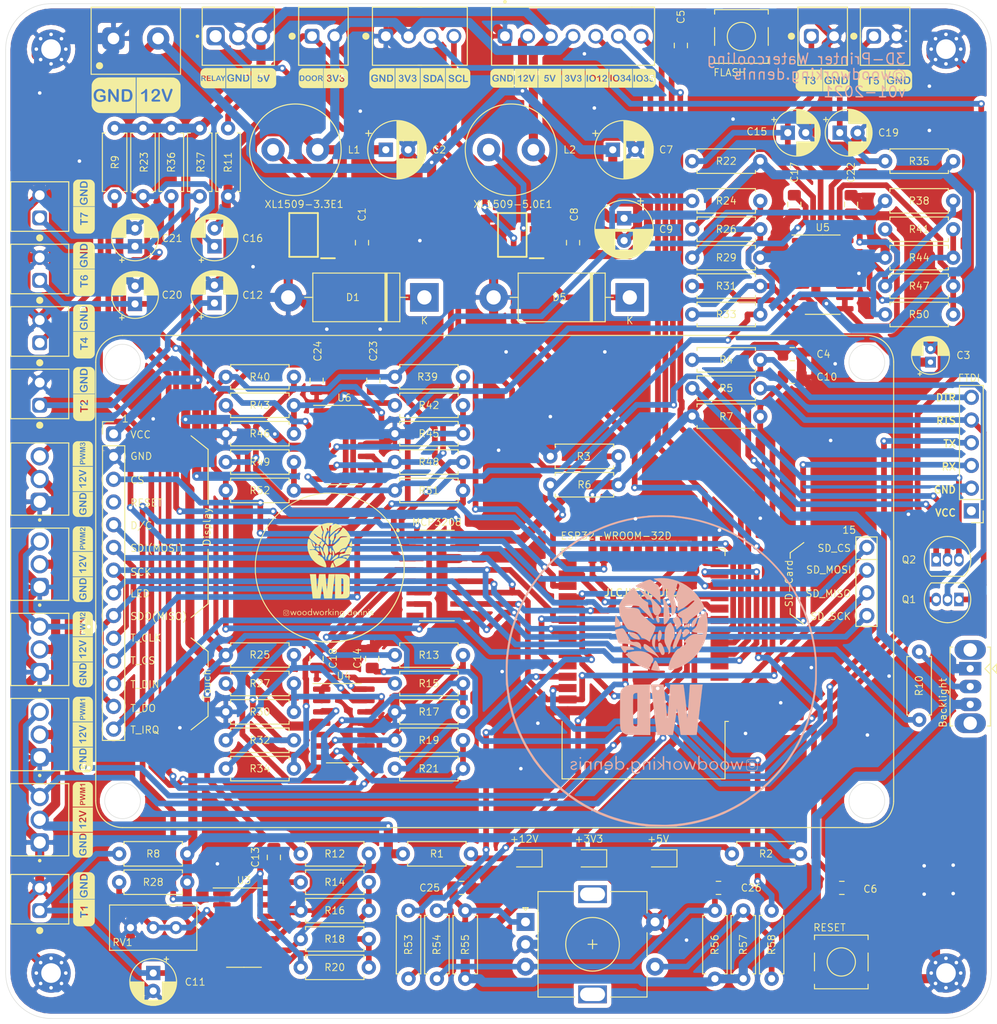
<source format=kicad_pcb>
(kicad_pcb (version 20171130) (host pcbnew "(5.1.9-0-10_14)")
  (layers (0 F.Cu signal) (31 B.Cu signal) (34 B.Paste user) (35 F.Paste user) (36 B.SilkS user hide) (37 F.SilkS user) (38 B.Mask user) (39 F.Mask user) (44 Edge.Cuts user))
  (net 0 "")
  (net 1 +12V)
  (net 2 GND)
  (net 3 +3V3)
  (net 4 IO0)
  (net 5 EN)
  (net 6 +5V)
  (net 7 "Net-(C11-Pad1)")
  (net 8 "Net-(C12-Pad1)")
  (net 9 ADC0)
  (net 10 ADC3)
  (net 11 "Net-(C15-Pad1)")
  (net 12 "Net-(C16-Pad1)")
  (net 13 ADC1)
  (net 14 ADC4)
  (net 15 "Net-(C19-Pad1)")
  (net 16 "Net-(C20-Pad1)")
  (net 17 "Net-(C21-Pad1)")
  (net 18 ADC2)
  (net 19 ADC5)
  (net 20 ADC6)
  (net 21 "Net-(D1-Pad1)")
  (net 22 "Net-(D2-Pad2)")
  (net 23 "Net-(D3-Pad2)")
  (net 24 "Net-(D5-Pad1)")
  (net 25 VCCIO)
  (net 26 RXD0)
  (net 27 TXD0)
  (net 28 RTS)
  (net 29 DTR)
  (net 30 IO25)
  (net 31 IO26)
  (net 32 IO12)
  (net 33 IO34)
  (net 34 IO35)
  (net 35 IO27)
  (net 36 IO32)
  (net 37 IO13)
  (net 38 IO5)
  (net 39 IO4)
  (net 40 IO2)
  (net 41 IO17)
  (net 42 IO23)
  (net 43 IO19)
  (net 44 IO18)
  (net 45 IO16)
  (net 46 "Net-(J12-Pad4)")
  (net 47 IO33)
  (net 48 "Net-(J12-Pad8)")
  (net 49 IO15)
  (net 50 IO14)
  (net 51 IO22)
  (net 52 IO21)
  (net 53 "Net-(Q1-Pad2)")
  (net 54 "Net-(Q2-Pad2)")
  (net 55 "Net-(R10-Pad1)")
  (net 56 "Net-(R12-Pad2)")
  (net 57 UTrim)
  (net 58 "Net-(R13-Pad2)")
  (net 59 "Net-(R14-Pad2)")
  (net 60 "Net-(R14-Pad1)")
  (net 61 "Net-(R15-Pad1)")
  (net 62 "Net-(R15-Pad2)")
  (net 63 "Net-(R18-Pad2)")
  (net 64 "Net-(R19-Pad2)")
  (net 65 "Net-(R24-Pad2)")
  (net 66 "Net-(R25-Pad2)")
  (net 67 "Net-(R26-Pad2)")
  (net 68 "Net-(R26-Pad1)")
  (net 69 "Net-(R27-Pad2)")
  (net 70 "Net-(R27-Pad1)")
  (net 71 "Net-(R28-Pad2)")
  (net 72 "Net-(R31-Pad2)")
  (net 73 "Net-(R32-Pad2)")
  (net 74 "Net-(R38-Pad2)")
  (net 75 "Net-(R39-Pad2)")
  (net 76 "Net-(R40-Pad2)")
  (net 77 "Net-(R41-Pad2)")
  (net 78 "Net-(R41-Pad1)")
  (net 79 "Net-(R42-Pad1)")
  (net 80 "Net-(R42-Pad2)")
  (net 81 "Net-(R43-Pad2)")
  (net 82 "Net-(R43-Pad1)")
  (net 83 "Net-(R47-Pad2)")
  (net 84 "Net-(R48-Pad2)")
  (net 85 "Net-(R49-Pad2)")
  (net 86 "Net-(U1-Pad4)")
  (net 87 "Net-(U1-Pad5)")
  (net 88 "Net-(U1-Pad17)")
  (net 89 "Net-(U1-Pad18)")
  (net 90 "Net-(U1-Pad19)")
  (net 91 "Net-(U1-Pad20)")
  (net 92 "Net-(U1-Pad21)")
  (net 93 "Net-(U1-Pad22)")
  (net 94 "Net-(U1-Pad32)")
  (net 95 ADC7)
  (net 96 "Net-(C25-Pad2)")
  (net 97 "Net-(C26-Pad1)")
  (net 98 "Net-(R57-Pad1)")
  (module Custom:woodworking-dennis-19.3x19.3 (layer F.Cu) (at 163.2585 82.931)
    (fp_text reference G*** hide)
    (fp_text value LOGO hide)
  )
  (module Custom:woodworking-dennis-40x40 (layer B.Cu) (at 200.406 94.488 180)
    (fp_text reference G*** hide)
    (fp_text value LOGO hide)
  )
  (module Custom:COM1 (layer F.Cu) (at 190.5 28.194)
    (fp_text reference G3 hide)
    (fp_text value LOGO hide)
  )
  (module Custom:I2C (layer F.Cu) (at 173.355 28.194)
    (fp_text reference G4 hide)
    (fp_text value LOGO hide)
  )
  (module Custom:DOOR-3V3 (layer F.Cu) (at 162.56 28.194)
    (fp_text reference G5 hide)
    (fp_text value LOGO hide)
  )
  (module Custom:Relay-GND-5V (layer F.Cu) (at 153.035 28.194)
    (fp_text reference G6 hide)
    (fp_text value LOGO hide)
  )
  (module Custom:GND-12V-PWM2 (layer F.Cu) (at 135.636 92.075 90)
    (fp_text reference G14 hide)
    (fp_text value LOGO hide)
  )
  (module Custom:GND-12V-PWM2 (layer F.Cu) (at 135.636 82.55 90)
    (fp_text reference G13 hide)
    (fp_text value LOGO hide)
  )
  (module Custom:GND-12V-PWM1 (layer F.Cu) (at 135.636 111.125 90)
    (fp_text reference G16 hide)
    (fp_text value LOGO hide)
  )
  (module Custom:GND-12V-PWM1 (layer F.Cu) (at 135.636 101.6 90)
    (fp_text reference G15 hide)
    (fp_text value LOGO hide)
  )
  (module Custom:GND-12V-PWM3 (layer F.Cu) (at 135.636 73.025 90)
    (fp_text reference G12 hide)
    (fp_text value LOGO hide)
  )
  (module "Custom:12V-GND_10x4 mm" (layer F.Cu) (at 141.605 30.099)
    (fp_text reference G7 hide)
    (fp_text value LOGO hide)
  )
  (module "Custom:T1-GND_6x2.4 mm" (layer F.Cu) (at 135.763 120.015 90)
    (fp_text reference G17 hide)
    (fp_text value LOGO hide)
  )
  (module "Custom:T2-GND_6x2.4 mm" (layer F.Cu) (at 135.763 63.5 90)
    (fp_text reference G11 hide)
    (fp_text value LOGO hide)
  )
  (module "Custom:T4-GND_6x2.4 mm" (layer F.Cu) (at 135.763 56.515 90)
    (fp_text reference G10 hide)
    (fp_text value LOGO hide)
  )
  (module "Custom:T6-GND_6x2.4 mm" (layer F.Cu) (at 135.763 49.53 90)
    (fp_text reference G9 hide)
    (fp_text value LOGO hide)
  )
  (module "Custom:T7-GND_6x2.4 mm" (layer F.Cu) (at 135.763 42.545 90)
    (fp_text reference G8 hide)
    (fp_text value LOGO hide)
  )
  (module "Custom:T3-GND_6x2.4 mm" (layer F.Cu) (at 218.44 28.448)
    (fp_text reference G2 hide)
    (fp_text value LOGO hide)
  )
  (module "Custom:T5-GND_6x2.4 mm" (layer F.Cu) (at 225.425 28.448)
    (fp_text reference G1 hide)
    (fp_text value LOGO hide)
  )
  (module "Custom:3.2 inch 320 240 SPI Serial TFT LCD Module" (layer F.Cu) (at 137.08 112)
    (fp_text reference J12 hide)
    (fp_text value Display hide)
    (fp_text user 1 (at 3.302 -45.72) (layer F.SilkS) (effects (font (size 0.8 0.8) (thickness 0.1))))
    (fp_text user 15 (at 84.328 -33.274) (layer F.SilkS) (effects (font (size 0.8 0.8) (thickness 0.1))))
    (fp_text user VCC (at 3.81 -43.942) (layer F.SilkS) (effects (font (size 0.8 0.8) (thickness 0.1)) (justify left)))
    (fp_text user GND (at 3.81 -41.529) (layer F.SilkS) (effects (font (size 0.8 0.8) (thickness 0.1)) (justify left)))
    (fp_text user CS (at 3.81 -38.862) (layer F.SilkS) (effects (font (size 0.8 0.8) (thickness 0.1)) (justify left)))
    (fp_text user RESET (at 3.81 -36.322) (layer F.SilkS) (effects (font (size 0.8 0.8) (thickness 0.1)) (justify left)))
    (fp_text user D/C (at 3.81 -33.782) (layer F.SilkS) (effects (font (size 0.8 0.8) (thickness 0.1)) (justify left)))
    (fp_text user "SDI(MOSI)" (at 3.81 -31.242) (layer F.SilkS) (effects (font (size 0.8 0.8) (thickness 0.1)) (justify left)))
    (fp_text user SCK (at 3.81 -28.575) (layer F.SilkS) (effects (font (size 0.8 0.8) (thickness 0.1)) (justify left)))
    (fp_text user LED (at 3.81 -26.162) (layer F.SilkS) (effects (font (size 0.8 0.8) (thickness 0.1)) (justify left)))
    (fp_text user "SDO(MISO)" (at 3.81 -23.622) (layer F.SilkS) (effects (font (size 0.8 0.8) (thickness 0.1)) (justify left)))
    (fp_text user T_CLK (at 3.81 -21.209) (layer F.SilkS) (effects (font (size 0.8 0.8) (thickness 0.1)) (justify left)))
    (fp_text user T_CS (at 3.81 -18.669) (layer F.SilkS) (effects (font (size 0.8 0.8) (thickness 0.1)) (justify left)))
    (fp_text user T_DIN (at 3.81 -16.002) (layer F.SilkS) (effects (font (size 0.8 0.8) (thickness 0.1)) (justify left)))
    (fp_text user T_DO (at 3.81 -13.335) (layer F.SilkS) (effects (font (size 0.8 0.8) (thickness 0.1)) (justify left)))
    (fp_text user T_IRQ (at 3.81 -10.922) (layer F.SilkS) (effects (font (size 0.8 0.8) (thickness 0.1)) (justify left)))
    (fp_text user SD_CS (at 84.582 -31.242) (layer F.SilkS) (effects (font (size 0.8 0.8) (thickness 0.1)) (justify right)))
    (fp_text user SD_MOSI (at 82.042 -28.829) (layer F.SilkS) (effects (font (size 0.8 0.8) (thickness 0.1))))
    (fp_text user SD_MISO (at 84.582 -26.162) (layer F.SilkS) (effects (font (size 0.8 0.8) (thickness 0.1)) (justify right)))
    (fp_text user SD_SCK (at 84.582 -23.622) (layer F.SilkS) (effects (font (size 0.8 0.8) (thickness 0.1)) (justify right)))
    (fp_text user Touch (at 12.446 -16.002 270) (layer F.SilkS) (effects (font (size 0.8 0.8) (thickness 0.1))))
    (fp_text user Display (at 12.446 -33.655 90) (layer F.SilkS) (effects (font (size 0.8 0.8) (thickness 0.1))))
    (fp_text user SD-Card (at 77.597 -27.305 90) (layer F.SilkS) (effects (font (size 0.8 0.8) (thickness 0.1))))
    (pad 15 thru_hole circle (at 86.3 -31.33) (size 1.7 1.7) (drill 1) (layers *.Cu *.Mask) (net 41 IO17))
    (pad 16 thru_hole circle (at 86.3 -28.79) (size 1.7 1.7) (drill 1) (layers *.Cu *.Mask) (net 42 IO23))
    (pad 17 thru_hole circle (at 86.3 -26.25) (size 1.7 1.7) (drill 1) (layers *.Cu *.Mask) (net 43 IO19))
    (pad 18 thru_hole circle (at 86.3 -23.71) (size 1.7 1.7) (drill 1) (layers *.Cu *.Mask) (net 44 IO18))
    (pad 1 thru_hole roundrect (at 2 -44.03) (size 1.7 1.7) (drill 1) (layers *.Cu *.Mask) (net 3 +3V3))
    (pad 2 thru_hole circle (at 2 -41.49) (size 1.7 1.7) (drill 1) (layers *.Cu *.Mask) (net 2 GND))
    (pad 3 thru_hole circle (at 2 -38.95) (size 1.7 1.7) (drill 1) (layers *.Cu *.Mask) (net 45 IO16))
    (pad 4 thru_hole circle (at 2 -36.41) (size 1.7 1.7) (drill 1) (layers *.Cu *.Mask) (net 46 "Net-(J12-Pad4)"))
    (pad 5 thru_hole circle (at 2 -33.87) (size 1.7 1.7) (drill 1) (layers *.Cu *.Mask) (net 47 IO33))
    (pad 6 thru_hole circle (at 2 -31.33) (size 1.7 1.7) (drill 1) (layers *.Cu *.Mask) (net 42 IO23))
    (pad 7 thru_hole circle (at 2 -28.79) (size 1.7 1.7) (drill 1) (layers *.Cu *.Mask) (net 44 IO18))
    (pad 8 thru_hole circle (at 2 -26.25) (size 1.7 1.7) (drill 1) (layers *.Cu *.Mask) (net 48 "Net-(J12-Pad8)"))
    (pad 9 thru_hole circle (at 2 -23.71) (size 1.7 1.7) (drill 1) (layers *.Cu *.Mask) (net 43 IO19))
    (pad 10 thru_hole circle (at 2 -21.17) (size 1.7 1.7) (drill 1) (layers *.Cu *.Mask) (net 44 IO18))
    (pad 11 thru_hole circle (at 2 -18.63) (size 1.7 1.7) (drill 1) (layers *.Cu *.Mask) (net 49 IO15))
    (pad 12 thru_hole circle (at 2 -16.09) (size 1.7 1.7) (drill 1) (layers *.Cu *.Mask) (net 42 IO23))
    (pad 13 thru_hole circle (at 2 -13.55) (size 1.7 1.7) (drill 1) (layers *.Cu *.Mask) (net 43 IO19))
    (pad 14 thru_hole circle (at 2 -11.01) (size 1.7 1.7) (drill 1) (layers *.Cu *.Mask) (net 50 IO14))
  )
  (module Capacitor_SMD:C_0805_2012Metric_Pad1.18x1.45mm_HandSolder (layer F.Cu) (at 166.878 46.5875 90)
    (fp_text reference C1 (at 3.1535 0 90) (layer F.SilkS) (effects (font (size 0.8 0.8) (thickness 0.1))))
    (fp_text value 100n hide)
    (pad 1 smd roundrect (at -1.0375 0 90) (size 1.175 1.45) (layers F.Cu F.Paste F.Mask) (roundrect_rratio 0.2127659574468085) (net 1 +12V))
    (pad 2 smd roundrect (at 1.0375 0 90) (size 1.175 1.45) (layers F.Cu F.Paste F.Mask) (roundrect_rratio 0.2127659574468085) (net 2 GND))
  )
  (module Capacitor_THT:CP_Radial_D6.3mm_P2.50mm (layer F.Cu) (at 169.545 36.195)
    (fp_text reference C2 (at 5.969 0) (layer F.SilkS) (effects (font (size 0.8 0.8) (thickness 0.1))))
    (fp_text value 220u hide)
    (pad 1 thru_hole rect (at 0 0) (size 1.6 1.6) (drill 0.8) (layers *.Cu *.Mask) (net 3 +3V3))
    (pad 2 thru_hole circle (at 2.5 0) (size 1.6 1.6) (drill 0.8) (layers *.Cu *.Mask) (net 2 GND))
  )
  (module Capacitor_THT:CP_Radial_D4.0mm_P1.50mm (layer F.Cu) (at 230.505 59.944 90)
    (fp_text reference C3 (at 0.762 3.683 180) (layer F.SilkS) (effects (font (size 0.8 0.8) (thickness 0.1))))
    (fp_text value 10u hide)
    (pad 1 thru_hole rect (at 0 0 90) (size 1.2 1.2) (drill 0.6) (layers *.Cu *.Mask) (net 3 +3V3))
    (pad 2 thru_hole circle (at 1.5 0 90) (size 1.2 1.2) (drill 0.6) (layers *.Cu *.Mask) (net 2 GND))
  )
  (module Capacitor_SMD:C_0805_2012Metric_Pad1.18x1.45mm_HandSolder (layer F.Cu) (at 215.032 59.055)
    (fp_text reference C4 (at 2.6455 0) (layer F.SilkS) (effects (font (size 0.8 0.8) (thickness 0.1)) (justify left)))
    (fp_text value 100n hide)
    (pad 2 smd roundrect (at 1.0375 0) (size 1.175 1.45) (layers F.Cu F.Paste F.Mask) (roundrect_rratio 0.2127659574468085) (net 2 GND))
    (pad 1 smd roundrect (at -1.0375 0) (size 1.175 1.45) (layers F.Cu F.Paste F.Mask) (roundrect_rratio 0.2127659574468085) (net 3 +3V3))
  )
  (module Capacitor_SMD:C_0805_2012Metric_Pad1.18x1.45mm_HandSolder (layer F.Cu) (at 202.565 24.5325 270)
    (fp_text reference C5 (at -3.1965 0 90) (layer F.SilkS) (effects (font (size 0.8 0.8) (thickness 0.1))))
    (fp_text value 100n hide)
    (pad 1 smd roundrect (at -1.0375 0 270) (size 1.175 1.45) (layers F.Cu F.Paste F.Mask) (roundrect_rratio 0.2127659574468085) (net 2 GND))
    (pad 2 smd roundrect (at 1.0375 0 270) (size 1.175 1.45) (layers F.Cu F.Paste F.Mask) (roundrect_rratio 0.2127659574468085) (net 4 IO0))
  )
  (module Capacitor_SMD:C_0805_2012Metric_Pad1.18x1.45mm_HandSolder (layer F.Cu) (at 220.578 118.745 180)
    (fp_text reference C6 (at -3.1965 -0.127) (layer F.SilkS) (effects (font (size 0.8 0.8) (thickness 0.1))))
    (fp_text value 100n hide)
    (pad 2 smd roundrect (at 1.0375 0 180) (size 1.175 1.45) (layers F.Cu F.Paste F.Mask) (roundrect_rratio 0.2127659574468085) (net 5 EN))
    (pad 1 smd roundrect (at -1.0375 0 180) (size 1.175 1.45) (layers F.Cu F.Paste F.Mask) (roundrect_rratio 0.2127659574468085) (net 2 GND))
  )
  (module Capacitor_THT:CP_Radial_D6.3mm_P2.50mm (layer F.Cu) (at 194.945 36.195)
    (fp_text reference C7 (at 5.969 0) (layer F.SilkS) (effects (font (size 0.8 0.8) (thickness 0.1))))
    (fp_text value 220u hide)
    (pad 2 thru_hole circle (at 2.5 0) (size 1.6 1.6) (drill 0.8) (layers *.Cu *.Mask) (net 2 GND))
    (pad 1 thru_hole rect (at 0 0) (size 1.6 1.6) (drill 0.8) (layers *.Cu *.Mask) (net 1 +12V))
  )
  (module Capacitor_SMD:C_0805_2012Metric_Pad1.18x1.45mm_HandSolder (layer F.Cu) (at 190.5 46.5875 90)
    (fp_text reference C8 (at 3.1535 0.127 90) (layer F.SilkS) (effects (font (size 0.8 0.8) (thickness 0.1))))
    (fp_text value 100n hide)
    (pad 1 smd roundrect (at -1.0375 0 90) (size 1.175 1.45) (layers F.Cu F.Paste F.Mask) (roundrect_rratio 0.2127659574468085) (net 1 +12V))
    (pad 2 smd roundrect (at 1.0375 0 90) (size 1.175 1.45) (layers F.Cu F.Paste F.Mask) (roundrect_rratio 0.2127659574468085) (net 2 GND))
  )
  (module Capacitor_THT:CP_Radial_D6.3mm_P2.50mm (layer F.Cu) (at 196.215 43.855 270)
    (fp_text reference C9 (at 1.23 -4.699 180) (layer F.SilkS) (effects (font (size 0.8 0.8) (thickness 0.1))))
    (fp_text value 220u hide)
    (pad 1 thru_hole rect (at 0 0 270) (size 1.6 1.6) (drill 0.8) (layers *.Cu *.Mask) (net 6 +5V))
    (pad 2 thru_hole circle (at 2.5 0 270) (size 1.6 1.6) (drill 0.8) (layers *.Cu *.Mask) (net 2 GND))
  )
  (module Capacitor_SMD:C_0805_2012Metric_Pad1.18x1.45mm_HandSolder (layer F.Cu) (at 215.032 61.595)
    (fp_text reference C10 (at 2.6455 0) (layer F.SilkS) (effects (font (size 0.8 0.8) (thickness 0.1)) (justify left)))
    (fp_text value 10u hide)
    (pad 2 smd roundrect (at 1.0375 0) (size 1.175 1.45) (layers F.Cu F.Paste F.Mask) (roundrect_rratio 0.2127659574468085) (net 2 GND))
    (pad 1 smd roundrect (at -1.0375 0) (size 1.175 1.45) (layers F.Cu F.Paste F.Mask) (roundrect_rratio 0.2127659574468085) (net 5 EN))
  )
  (module Capacitor_THT:CP_Radial_D5.0mm_P2.00mm (layer F.Cu) (at 143.51 128.27 270)
    (fp_text reference C11 (at 1 -4.699 180) (layer F.SilkS) (effects (font (size 0.8 0.8) (thickness 0.1))))
    (fp_text value 100u hide)
    (pad 1 thru_hole rect (at 0 0 270) (size 1.6 1.6) (drill 0.8) (layers *.Cu *.Mask) (net 7 "Net-(C11-Pad1)"))
    (pad 2 thru_hole circle (at 2 0 270) (size 1.6 1.6) (drill 0.8) (layers *.Cu *.Mask) (net 2 GND))
  )
  (module Capacitor_THT:CP_Radial_D5.0mm_P2.00mm (layer F.Cu) (at 150.368 53.34 90)
    (fp_text reference C12 (at 0.889 3.048 180) (layer F.SilkS) (effects (font (size 0.8 0.8) (thickness 0.1)) (justify left)))
    (fp_text value 100u hide)
    (pad 2 thru_hole circle (at 2 0 90) (size 1.6 1.6) (drill 0.8) (layers *.Cu *.Mask) (net 2 GND))
    (pad 1 thru_hole rect (at 0 0 90) (size 1.6 1.6) (drill 0.8) (layers *.Cu *.Mask) (net 8 "Net-(C12-Pad1)"))
  )
  (module Capacitor_SMD:C_0805_2012Metric_Pad1.18x1.45mm_HandSolder (layer F.Cu) (at 157.015 115.338 270)
    (fp_text reference C13 (at -0.0215 2.075 90) (layer F.SilkS) (effects (font (size 0.8 0.8) (thickness 0.1))))
    (fp_text value 100n hide)
    (pad 2 smd roundrect (at 1.0375 0 270) (size 1.175 1.45) (layers F.Cu F.Paste F.Mask) (roundrect_rratio 0.2127659574468085) (net 2 GND))
    (pad 1 smd roundrect (at -1.0375 0 270) (size 1.175 1.45) (layers F.Cu F.Paste F.Mask) (roundrect_rratio 0.2127659574468085) (net 9 ADC0))
  )
  (module Capacitor_SMD:C_0805_2012Metric_Pad1.18x1.45mm_HandSolder (layer F.Cu) (at 168.021 93.1125 90)
    (fp_text reference C14 (at -1.185 -1.651 270) (layer F.SilkS) (effects (font (size 0.8 0.8) (thickness 0.1)) (justify left)))
    (fp_text value 100n hide)
    (pad 2 smd roundrect (at 1.0375 0 90) (size 1.175 1.45) (layers F.Cu F.Paste F.Mask) (roundrect_rratio 0.2127659574468085) (net 2 GND))
    (pad 1 smd roundrect (at -1.0375 0 90) (size 1.175 1.45) (layers F.Cu F.Paste F.Mask) (roundrect_rratio 0.2127659574468085) (net 10 ADC3))
  )
  (module Capacitor_THT:CP_Radial_D5.0mm_P2.00mm (layer F.Cu) (at 214.535 34.29)
    (fp_text reference C15 (at -3.461 -0.127) (layer F.SilkS) (effects (font (size 0.8 0.8) (thickness 0.1))))
    (fp_text value 100u hide)
    (pad 2 thru_hole circle (at 2 0) (size 1.6 1.6) (drill 0.8) (layers *.Cu *.Mask) (net 2 GND))
    (pad 1 thru_hole rect (at 0 0) (size 1.6 1.6) (drill 0.8) (layers *.Cu *.Mask) (net 11 "Net-(C15-Pad1)"))
  )
  (module Capacitor_THT:CP_Radial_D5.0mm_P2.00mm (layer F.Cu) (at 150.368 46.99 90)
    (fp_text reference C16 (at 0.889 3.048 180) (layer F.SilkS) (effects (font (size 0.8 0.8) (thickness 0.1)) (justify left)))
    (fp_text value 100u hide)
    (pad 2 thru_hole circle (at 2 0 90) (size 1.6 1.6) (drill 0.8) (layers *.Cu *.Mask) (net 2 GND))
    (pad 1 thru_hole rect (at 0 0 90) (size 1.6 1.6) (drill 0.8) (layers *.Cu *.Mask) (net 12 "Net-(C16-Pad1)"))
  )
  (module Capacitor_SMD:C_0805_2012Metric_Pad1.18x1.45mm_HandSolder (layer F.Cu) (at 215.265 42.3125 270)
    (fp_text reference C17 (at -3.5775 0 90) (layer F.SilkS) (effects (font (size 0.8 0.8) (thickness 0.1))))
    (fp_text value 100n hide)
    (pad 1 smd roundrect (at -1.0375 0 270) (size 1.175 1.45) (layers F.Cu F.Paste F.Mask) (roundrect_rratio 0.2127659574468085) (net 13 ADC1))
    (pad 2 smd roundrect (at 1.0375 0 270) (size 1.175 1.45) (layers F.Cu F.Paste F.Mask) (roundrect_rratio 0.2127659574468085) (net 2 GND))
  )
  (module Capacitor_SMD:C_0805_2012Metric_Pad1.18x1.45mm_HandSolder (layer F.Cu) (at 161.798 93.1125 270)
    (fp_text reference C18 (at 1.185 -1.8415 270) (layer F.SilkS) (effects (font (size 0.8 0.8) (thickness 0.1)) (justify left)))
    (fp_text value 100n hide)
    (pad 2 smd roundrect (at 1.0375 0 270) (size 1.175 1.45) (layers F.Cu F.Paste F.Mask) (roundrect_rratio 0.2127659574468085) (net 2 GND))
    (pad 1 smd roundrect (at -1.0375 0 270) (size 1.175 1.45) (layers F.Cu F.Paste F.Mask) (roundrect_rratio 0.2127659574468085) (net 14 ADC4))
  )
  (module Capacitor_THT:CP_Radial_D5.0mm_P2.00mm (layer F.Cu) (at 220.345 34.29)
    (fp_text reference C19 (at 5.461 0) (layer F.SilkS) (effects (font (size 0.8 0.8) (thickness 0.1))))
    (fp_text value 100u hide)
    (pad 1 thru_hole rect (at 0 0) (size 1.6 1.6) (drill 0.8) (layers *.Cu *.Mask) (net 15 "Net-(C19-Pad1)"))
    (pad 2 thru_hole circle (at 2 0) (size 1.6 1.6) (drill 0.8) (layers *.Cu *.Mask) (net 2 GND))
  )
  (module Capacitor_THT:CP_Radial_D5.0mm_P2.00mm (layer F.Cu) (at 141.478 53.435 90)
    (fp_text reference C20 (at 1 2.921 180) (layer F.SilkS) (effects (font (size 0.8 0.8) (thickness 0.1)) (justify left)))
    (fp_text value 100u hide)
    (pad 1 thru_hole rect (at 0 0 90) (size 1.6 1.6) (drill 0.8) (layers *.Cu *.Mask) (net 16 "Net-(C20-Pad1)"))
    (pad 2 thru_hole circle (at 2 0 90) (size 1.6 1.6) (drill 0.8) (layers *.Cu *.Mask) (net 2 GND))
  )
  (module Capacitor_THT:CP_Radial_D5.0mm_P2.00mm (layer F.Cu) (at 141.478 46.99 90)
    (fp_text reference C21 (at 0.889 2.921 180) (layer F.SilkS) (effects (font (size 0.8 0.8) (thickness 0.1)) (justify left)))
    (fp_text value 100u hide)
    (pad 1 thru_hole rect (at 0 0 90) (size 1.6 1.6) (drill 0.8) (layers *.Cu *.Mask) (net 17 "Net-(C21-Pad1)"))
    (pad 2 thru_hole circle (at 2 0 90) (size 1.6 1.6) (drill 0.8) (layers *.Cu *.Mask) (net 2 GND))
  )
  (module Capacitor_SMD:C_0805_2012Metric_Pad1.18x1.45mm_HandSolder (layer F.Cu) (at 221.615 42.3125 90)
    (fp_text reference C22 (at 3.5775 0 90) (layer F.SilkS) (effects (font (size 0.8 0.8) (thickness 0.1))))
    (fp_text value 100n hide)
    (pad 2 smd roundrect (at 1.0375 0 90) (size 1.175 1.45) (layers F.Cu F.Paste F.Mask) (roundrect_rratio 0.2127659574468085) (net 2 GND))
    (pad 1 smd roundrect (at -1.0375 0 90) (size 1.175 1.45) (layers F.Cu F.Paste F.Mask) (roundrect_rratio 0.2127659574468085) (net 18 ADC2))
  )
  (module Capacitor_SMD:C_0805_2012Metric_Pad1.18x1.45mm_HandSolder (layer F.Cu) (at 168.148 61.9975 90)
    (fp_text reference C23 (at 2.0535 0 90) (layer F.SilkS) (effects (font (size 0.8 0.8) (thickness 0.1)) (justify left)))
    (fp_text value 100n hide)
    (pad 1 smd roundrect (at -1.0375 0 90) (size 1.175 1.45) (layers F.Cu F.Paste F.Mask) (roundrect_rratio 0.2127659574468085) (net 19 ADC5))
    (pad 2 smd roundrect (at 1.0375 0 90) (size 1.175 1.45) (layers F.Cu F.Paste F.Mask) (roundrect_rratio 0.2127659574468085) (net 2 GND))
  )
  (module Capacitor_SMD:C_0805_2012Metric_Pad1.18x1.45mm_HandSolder (layer F.Cu) (at 161.798 61.9975 270)
    (fp_text reference C24 (at -2.0535 -0.127 90) (layer F.SilkS) (effects (font (size 0.8 0.8) (thickness 0.1)) (justify left)))
    (fp_text value 100n hide)
    (pad 2 smd roundrect (at 1.0375 0 270) (size 1.175 1.45) (layers F.Cu F.Paste F.Mask) (roundrect_rratio 0.2127659574468085) (net 2 GND))
    (pad 1 smd roundrect (at -1.0375 0 270) (size 1.175 1.45) (layers F.Cu F.Paste F.Mask) (roundrect_rratio 0.2127659574468085) (net 20 ADC6))
  )
  (module Diode_THT:D_DO-201AD_P15.24mm_Horizontal (layer F.Cu) (at 173.863 52.705 180)
    (fp_text reference D1 (at 8.001 0) (layer F.SilkS) (effects (font (size 0.8 0.8) (thickness 0.1))))
    (fp_text value 1N5820 hide)
    (fp_text user K (at 0 -2.6) (layer F.SilkS) (effects (font (size 0.8 0.8) (thickness 0.1))))
    (pad 1 thru_hole rect (at 0 0 180) (size 3.2 3.2) (drill 1.6) (layers *.Cu *.Mask) (net 21 "Net-(D1-Pad1)"))
    (pad 2 thru_hole oval (at 15.24 0 180) (size 3.2 3.2) (drill 1.6) (layers *.Cu *.Mask) (net 2 GND))
  )
  (module LED_SMD:LED_0805_2012Metric_Pad1.15x1.40mm_HandSolder (layer F.Cu) (at 185.175 115.443 180)
    (fp_text reference D2 hide)
    (fp_text value LED hide)
    (pad 1 smd roundrect (at -1.025 0 180) (size 1.15 1.4) (layers F.Cu F.Paste F.Mask) (roundrect_rratio 0.2173904347826087) (net 2 GND))
    (pad 2 smd roundrect (at 1.025 0 180) (size 1.15 1.4) (layers F.Cu F.Paste F.Mask) (roundrect_rratio 0.2173904347826087) (net 22 "Net-(D2-Pad2)"))
  )
  (module LED_SMD:LED_0805_2012Metric_Pad1.15x1.40mm_HandSolder (layer F.Cu) (at 200.27 115.443 180)
    (fp_text reference D3 hide)
    (fp_text value LED hide)
    (pad 2 smd roundrect (at 1.025 0 180) (size 1.15 1.4) (layers F.Cu F.Paste F.Mask) (roundrect_rratio 0.2173904347826087) (net 23 "Net-(D3-Pad2)"))
    (pad 1 smd roundrect (at -1.025 0 180) (size 1.15 1.4) (layers F.Cu F.Paste F.Mask) (roundrect_rratio 0.2173904347826087) (net 2 GND))
  )
  (module LED_SMD:LED_0805_2012Metric_Pad1.15x1.40mm_HandSolder (layer F.Cu) (at 192.405 115.443 180)
    (fp_text reference D4 hide)
    (fp_text value LED hide)
    (pad 1 smd roundrect (at -1.025 0 180) (size 1.15 1.4) (layers F.Cu F.Paste F.Mask) (roundrect_rratio 0.2173904347826087) (net 2 GND))
    (pad 2 smd roundrect (at 1.025 0 180) (size 1.15 1.4) (layers F.Cu F.Paste F.Mask) (roundrect_rratio 0.2173904347826087) (net 3 +3V3))
  )
  (module Diode_THT:D_DO-201AD_P15.24mm_Horizontal (layer F.Cu) (at 196.85 52.705 180)
    (fp_text reference D5 (at 7.874 0) (layer F.SilkS) (effects (font (size 0.8 0.8) (thickness 0.1))))
    (fp_text value 1N5820 hide)
    (fp_text user K (at 0 -2.6) (layer F.SilkS) (effects (font (size 0.8 0.8) (thickness 0.1))))
    (pad 2 thru_hole oval (at 15.24 0 180) (size 3.2 3.2) (drill 1.6) (layers *.Cu *.Mask) (net 2 GND))
    (pad 1 thru_hole rect (at 0 0 180) (size 3.2 3.2) (drill 1.6) (layers *.Cu *.Mask) (net 24 "Net-(D5-Pad1)"))
  )
  (module MountingHole:MountingHole_2.2mm_M2_Pad_Via (layer F.Cu) (at 132.08 24.94)
    (fp_text reference H1 hide)
    (fp_text value MountingHole_Pad hide)
    (pad 1 thru_hole circle (at 1.166726 -1.166726) (size 0.7 0.7) (drill 0.4) (layers *.Cu *.Mask) (net 2 GND))
    (pad 1 thru_hole circle (at 0 -1.65) (size 0.7 0.7) (drill 0.4) (layers *.Cu *.Mask) (net 2 GND))
    (pad 1 thru_hole circle (at -1.166726 -1.166726) (size 0.7 0.7) (drill 0.4) (layers *.Cu *.Mask) (net 2 GND))
    (pad 1 thru_hole circle (at -1.65 0) (size 0.7 0.7) (drill 0.4) (layers *.Cu *.Mask) (net 2 GND))
    (pad 1 thru_hole circle (at -1.166726 1.166726) (size 0.7 0.7) (drill 0.4) (layers *.Cu *.Mask) (net 2 GND))
    (pad 1 thru_hole circle (at 0 1.65) (size 0.7 0.7) (drill 0.4) (layers *.Cu *.Mask) (net 2 GND))
    (pad 1 thru_hole circle (at 1.166726 1.166726) (size 0.7 0.7) (drill 0.4) (layers *.Cu *.Mask) (net 2 GND))
    (pad 1 thru_hole circle (at 1.65 0) (size 0.7 0.7) (drill 0.4) (layers *.Cu *.Mask) (net 2 GND))
    (pad 1 thru_hole circle (at 0 0) (size 4.4 4.4) (drill 2.2) (layers *.Cu *.Mask) (net 2 GND))
  )
  (module MountingHole:MountingHole_2.2mm_M2_Pad_Via (layer F.Cu) (at 232.235 24.94)
    (fp_text reference H2 hide)
    (fp_text value MountingHole_Pad hide)
    (pad 1 thru_hole circle (at 1.166726 -1.166726) (size 0.7 0.7) (drill 0.4) (layers *.Cu *.Mask) (net 2 GND))
    (pad 1 thru_hole circle (at 0 -1.65) (size 0.7 0.7) (drill 0.4) (layers *.Cu *.Mask) (net 2 GND))
    (pad 1 thru_hole circle (at -1.166726 -1.166726) (size 0.7 0.7) (drill 0.4) (layers *.Cu *.Mask) (net 2 GND))
    (pad 1 thru_hole circle (at -1.65 0) (size 0.7 0.7) (drill 0.4) (layers *.Cu *.Mask) (net 2 GND))
    (pad 1 thru_hole circle (at -1.166726 1.166726) (size 0.7 0.7) (drill 0.4) (layers *.Cu *.Mask) (net 2 GND))
    (pad 1 thru_hole circle (at 0 1.65) (size 0.7 0.7) (drill 0.4) (layers *.Cu *.Mask) (net 2 GND))
    (pad 1 thru_hole circle (at 1.166726 1.166726) (size 0.7 0.7) (drill 0.4) (layers *.Cu *.Mask) (net 2 GND))
    (pad 1 thru_hole circle (at 1.65 0) (size 0.7 0.7) (drill 0.4) (layers *.Cu *.Mask) (net 2 GND))
    (pad 1 thru_hole circle (at 0 0) (size 4.4 4.4) (drill 2.2) (layers *.Cu *.Mask) (net 2 GND))
  )
  (module MountingHole:MountingHole_2.2mm_M2_Pad_Via (layer F.Cu) (at 232.235 128.27)
    (fp_text reference H3 hide)
    (fp_text value MountingHole_Pad hide)
    (pad 1 thru_hole circle (at 0 0) (size 4.4 4.4) (drill 2.2) (layers *.Cu *.Mask) (net 2 GND))
    (pad 1 thru_hole circle (at 1.65 0) (size 0.7 0.7) (drill 0.4) (layers *.Cu *.Mask) (net 2 GND))
    (pad 1 thru_hole circle (at 1.166726 1.166726) (size 0.7 0.7) (drill 0.4) (layers *.Cu *.Mask) (net 2 GND))
    (pad 1 thru_hole circle (at 0 1.65) (size 0.7 0.7) (drill 0.4) (layers *.Cu *.Mask) (net 2 GND))
    (pad 1 thru_hole circle (at -1.166726 1.166726) (size 0.7 0.7) (drill 0.4) (layers *.Cu *.Mask) (net 2 GND))
    (pad 1 thru_hole circle (at -1.65 0) (size 0.7 0.7) (drill 0.4) (layers *.Cu *.Mask) (net 2 GND))
    (pad 1 thru_hole circle (at -1.166726 -1.166726) (size 0.7 0.7) (drill 0.4) (layers *.Cu *.Mask) (net 2 GND))
    (pad 1 thru_hole circle (at 0 -1.65) (size 0.7 0.7) (drill 0.4) (layers *.Cu *.Mask) (net 2 GND))
    (pad 1 thru_hole circle (at 1.166726 -1.166726) (size 0.7 0.7) (drill 0.4) (layers *.Cu *.Mask) (net 2 GND))
  )
  (module MountingHole:MountingHole_2.2mm_M2_Pad_Via (layer F.Cu) (at 132.08 128.27)
    (fp_text reference H4 hide)
    (fp_text value MountingHole_Pad hide)
    (pad 1 thru_hole circle (at 1.166726 -1.166726) (size 0.7 0.7) (drill 0.4) (layers *.Cu *.Mask) (net 2 GND))
    (pad 1 thru_hole circle (at 0 -1.65) (size 0.7 0.7) (drill 0.4) (layers *.Cu *.Mask) (net 2 GND))
    (pad 1 thru_hole circle (at -1.166726 -1.166726) (size 0.7 0.7) (drill 0.4) (layers *.Cu *.Mask) (net 2 GND))
    (pad 1 thru_hole circle (at -1.65 0) (size 0.7 0.7) (drill 0.4) (layers *.Cu *.Mask) (net 2 GND))
    (pad 1 thru_hole circle (at -1.166726 1.166726) (size 0.7 0.7) (drill 0.4) (layers *.Cu *.Mask) (net 2 GND))
    (pad 1 thru_hole circle (at 0 1.65) (size 0.7 0.7) (drill 0.4) (layers *.Cu *.Mask) (net 2 GND))
    (pad 1 thru_hole circle (at 1.166726 1.166726) (size 0.7 0.7) (drill 0.4) (layers *.Cu *.Mask) (net 2 GND))
    (pad 1 thru_hole circle (at 1.65 0) (size 0.7 0.7) (drill 0.4) (layers *.Cu *.Mask) (net 2 GND))
    (pad 1 thru_hole circle (at 0 0) (size 4.4 4.4) (drill 2.2) (layers *.Cu *.Mask) (net 2 GND))
  )
  (module Custom:SOIC127P600X175-8N (layer F.Cu) (at 160.343 45.72 180)
    (fp_text reference IC1 hide)
    (fp_text value XL1509-3.3E1 hide)
    (pad 8 smd rect (at 2.725 -1.905 270) (size 0.7 1.55) (layers F.Cu F.Paste F.Mask) (net 2 GND))
    (pad 7 smd rect (at 2.725 -0.635 270) (size 0.7 1.55) (layers F.Cu F.Paste F.Mask) (net 2 GND))
    (pad 6 smd rect (at 2.725 0.635 270) (size 0.7 1.55) (layers F.Cu F.Paste F.Mask) (net 2 GND))
    (pad 5 smd rect (at 2.725 1.905 270) (size 0.7 1.55) (layers F.Cu F.Paste F.Mask) (net 2 GND))
    (pad 4 smd rect (at -2.725 1.905 270) (size 0.7 1.55) (layers F.Cu F.Paste F.Mask) (net 2 GND))
    (pad 3 smd rect (at -2.725 0.635 270) (size 0.7 1.55) (layers F.Cu F.Paste F.Mask) (net 3 +3V3))
    (pad 2 smd rect (at -2.725 -0.635 270) (size 0.7 1.55) (layers F.Cu F.Paste F.Mask) (net 21 "Net-(D1-Pad1)"))
    (pad 1 smd rect (at -2.725 -1.905 270) (size 0.7 1.55) (layers F.Cu F.Paste F.Mask) (net 1 +12V))
  )
  (module Custom:SOIC127P600X175-8N (layer F.Cu) (at 183.7 45.72 180)
    (fp_text reference IC2 hide)
    (fp_text value XL1509-5.0E1 hide)
    (pad 1 smd rect (at -2.725 -1.905 270) (size 0.7 1.55) (layers F.Cu F.Paste F.Mask) (net 1 +12V))
    (pad 2 smd rect (at -2.725 -0.635 270) (size 0.7 1.55) (layers F.Cu F.Paste F.Mask) (net 24 "Net-(D5-Pad1)"))
    (pad 3 smd rect (at -2.725 0.635 270) (size 0.7 1.55) (layers F.Cu F.Paste F.Mask) (net 6 +5V))
    (pad 4 smd rect (at -2.725 1.905 270) (size 0.7 1.55) (layers F.Cu F.Paste F.Mask) (net 2 GND))
    (pad 5 smd rect (at 2.725 1.905 270) (size 0.7 1.55) (layers F.Cu F.Paste F.Mask) (net 2 GND))
    (pad 6 smd rect (at 2.725 0.635 270) (size 0.7 1.55) (layers F.Cu F.Paste F.Mask) (net 2 GND))
    (pad 7 smd rect (at 2.725 -0.635 270) (size 0.7 1.55) (layers F.Cu F.Paste F.Mask) (net 2 GND))
    (pad 8 smd rect (at 2.725 -1.905 270) (size 0.7 1.55) (layers F.Cu F.Paste F.Mask) (net 2 GND))
  )
  (module Custom:WJ301V-5.0-2P (layer F.Cu) (at 141.565 23.749)
    (fp_text reference J1 hide)
    (fp_text value VIN hide)
    (pad 2 thru_hole circle (at 2.5 0) (size 2.5 2.5) (drill 1.3) (layers *.Cu *.Mask) (net 1 +12V))
    (pad 1 thru_hole roundrect (at -2.5 0) (size 2.5 2.5) (drill 1.3) (layers *.Cu *.Mask) (net 2 GND))
  )
  (module Connector_PinHeader_2.54mm:PinHeader_1x06_P2.54mm_Vertical (layer F.Cu) (at 235.077 76.581 180)
    (fp_text reference J2 hide)
    (fp_text value FTDI_Prog hide)
    (pad 1 thru_hole rect (at 0 0 180) (size 1.7 1.7) (drill 1) (layers *.Cu *.Mask) (net 25 VCCIO))
    (pad 2 thru_hole oval (at 0 2.54 180) (size 1.7 1.7) (drill 1) (layers *.Cu *.Mask) (net 2 GND))
    (pad 3 thru_hole oval (at 0 5.08 180) (size 1.7 1.7) (drill 1) (layers *.Cu *.Mask) (net 26 RXD0))
    (pad 4 thru_hole oval (at 0 7.62 180) (size 1.7 1.7) (drill 1) (layers *.Cu *.Mask) (net 27 TXD0))
    (pad 5 thru_hole oval (at 0 10.16 180) (size 1.7 1.7) (drill 1) (layers *.Cu *.Mask) (net 28 RTS))
    (pad 6 thru_hole oval (at 0 12.7 180) (size 1.7 1.7) (drill 1) (layers *.Cu *.Mask) (net 29 DTR))
  )
  (module Custom:TE_282834-3 (layer F.Cu) (at 130.81 113.665 90)
    (fp_text reference J3 hide)
    (fp_text value "PWM 1-1" hide)
    (pad 1 thru_hole roundrect (at 0 0 90) (size 2.04 2.04) (drill 1.36) (layers *.Cu *.Mask) (net 2 GND))
    (pad 2 thru_hole circle (at 2.54 0 90) (size 2.04 2.04) (drill 1.36) (layers *.Cu *.Mask) (net 1 +12V))
    (pad 3 thru_hole circle (at 5.08 0 90) (size 2.04 2.04) (drill 1.36) (layers *.Cu *.Mask) (net 30 IO25))
  )
  (module Custom:TE_282834-3 (layer F.Cu) (at 130.81 104.14 90)
    (fp_text reference J4 hide)
    (fp_text value "PWM 1-2" hide)
    (pad 1 thru_hole roundrect (at 0 0 90) (size 2.04 2.04) (drill 1.36) (layers *.Cu *.Mask) (net 2 GND))
    (pad 2 thru_hole circle (at 2.54 0 90) (size 2.04 2.04) (drill 1.36) (layers *.Cu *.Mask) (net 1 +12V))
    (pad 3 thru_hole circle (at 5.08 0 90) (size 2.04 2.04) (drill 1.36) (layers *.Cu *.Mask) (net 30 IO25))
  )
  (module Custom:TE_282834-3 (layer F.Cu) (at 130.81 94.615 90)
    (fp_text reference J5 hide)
    (fp_text value "PWM 2-1" hide)
    (pad 1 thru_hole roundrect (at 0 0 90) (size 2.04 2.04) (drill 1.36) (layers *.Cu *.Mask) (net 2 GND))
    (pad 2 thru_hole circle (at 2.54 0 90) (size 2.04 2.04) (drill 1.36) (layers *.Cu *.Mask) (net 1 +12V))
    (pad 3 thru_hole circle (at 5.08 0 90) (size 2.04 2.04) (drill 1.36) (layers *.Cu *.Mask) (net 31 IO26))
  )
  (module Custom:TE_282834-3 (layer F.Cu) (at 130.81 85.09 90)
    (fp_text reference J6 hide)
    (fp_text value "PWM 2-2" hide)
    (pad 3 thru_hole circle (at 5.08 0 90) (size 2.04 2.04) (drill 1.36) (layers *.Cu *.Mask) (net 31 IO26))
    (pad 2 thru_hole circle (at 2.54 0 90) (size 2.04 2.04) (drill 1.36) (layers *.Cu *.Mask) (net 1 +12V))
    (pad 1 thru_hole roundrect (at 0 0 90) (size 2.04 2.04) (drill 1.36) (layers *.Cu *.Mask) (net 2 GND))
  )
  (module Custom:TE_282834-7 (layer F.Cu) (at 187.96 23.495)
    (fp_text reference J7 hide)
    (fp_text value COM1 hide)
    (pad 1 thru_hole roundrect (at -5.08 0) (size 1.65 1.65) (drill 1.1) (layers *.Cu *.Mask) (net 2 GND))
    (pad 2 thru_hole circle (at -2.54 0) (size 1.65 1.65) (drill 1.1) (layers *.Cu *.Mask) (net 1 +12V))
    (pad 3 thru_hole circle (at 0 0) (size 1.65 1.65) (drill 1.1) (layers *.Cu *.Mask) (net 6 +5V))
    (pad 4 thru_hole circle (at 2.54 0) (size 1.65 1.65) (drill 1.1) (layers *.Cu *.Mask) (net 3 +3V3))
    (pad 5 thru_hole circle (at 5.08 0) (size 1.65 1.65) (drill 1.1) (layers *.Cu *.Mask) (net 32 IO12))
    (pad 6 thru_hole circle (at 7.62 0) (size 1.65 1.65) (drill 1.1) (layers *.Cu *.Mask) (net 33 IO34))
    (pad 7 thru_hole circle (at 10.16 0) (size 1.65 1.65) (drill 1.1) (layers *.Cu *.Mask) (net 34 IO35))
  )
  (module Custom:TE_282834-3 (layer F.Cu) (at 130.81 75.565 90)
    (fp_text reference J8 hide)
    (fp_text value "PWM 3" hide)
    (pad 3 thru_hole circle (at 5.08 0 90) (size 2.04 2.04) (drill 1.36) (layers *.Cu *.Mask) (net 35 IO27))
    (pad 2 thru_hole circle (at 2.54 0 90) (size 2.04 2.04) (drill 1.36) (layers *.Cu *.Mask) (net 1 +12V))
    (pad 1 thru_hole roundrect (at 0 0 90) (size 2.04 2.04) (drill 1.36) (layers *.Cu *.Mask) (net 2 GND))
  )
  (module Custom:TE_282834-2 (layer F.Cu) (at 162.56 23.495)
    (fp_text reference J11 hide)
    (fp_text value Reedkontakt hide)
    (pad 1 thru_hole roundrect (at -1.27 0) (size 1.65 1.65) (drill 1.1) (layers *.Cu *.Mask) (net 40 IO2))
    (pad 2 thru_hole circle (at 1.27 0) (size 1.65 1.65) (drill 1.1) (layers *.Cu *.Mask) (net 3 +3V3))
  )
  (module Custom:TE_282834-4 (layer F.Cu) (at 170.815 23.495)
    (fp_text reference J13 hide)
    (fp_text value I2C hide)
    (pad 1 thru_hole roundrect (at -1.27 0) (size 1.65 1.65) (drill 1.1) (layers *.Cu *.Mask) (net 2 GND))
    (pad 2 thru_hole circle (at 1.27 0) (size 1.65 1.65) (drill 1.1) (layers *.Cu *.Mask) (net 3 +3V3))
    (pad 4 thru_hole circle (at 6.35 0) (size 1.65 1.65) (drill 1.1) (layers *.Cu *.Mask) (net 51 IO22))
    (pad 3 thru_hole circle (at 3.81 0) (size 1.65 1.65) (drill 1.1) (layers *.Cu *.Mask) (net 52 IO21))
  )
  (module Inductor_THT:L_Radial_D10.0mm_P5.00mm_Fastron_07M (layer F.Cu) (at 156.925 36.195)
    (fp_text reference L1 (at 9.064 0) (layer F.SilkS) (effects (font (size 0.8 0.8) (thickness 0.1))))
    (fp_text value 47u/2A hide)
    (pad 2 thru_hole circle (at 5 0) (size 2.6 2.6) (drill 1.3) (layers *.Cu *.Mask) (net 3 +3V3))
    (pad 1 thru_hole circle (at 0 0) (size 2.6 2.6) (drill 1.3) (layers *.Cu *.Mask) (net 21 "Net-(D1-Pad1)"))
  )
  (module Inductor_THT:L_Radial_D10.0mm_P5.00mm_Fastron_07M (layer F.Cu) (at 181.055 36.195)
    (fp_text reference L2 (at 9.064 0) (layer F.SilkS) (effects (font (size 0.8 0.8) (thickness 0.1))))
    (fp_text value 47u/2A hide)
    (pad 1 thru_hole circle (at 0 0) (size 2.6 2.6) (drill 1.3) (layers *.Cu *.Mask) (net 24 "Net-(D5-Pad1)"))
    (pad 2 thru_hole circle (at 5 0) (size 2.6 2.6) (drill 1.3) (layers *.Cu *.Mask) (net 6 +5V))
  )
  (module Package_TO_SOT_THT:TO-92_Inline (layer F.Cu) (at 233.68 86.487 180)
    (fp_text reference Q1 (at 5.588 0) (layer F.SilkS) (effects (font (size 0.8 0.8) (thickness 0.1))))
    (fp_text value S8050 hide)
    (pad 2 thru_hole oval (at 1.27 0 180) (size 1.05 1.5) (drill 0.75) (layers *.Cu *.Mask) (net 53 "Net-(Q1-Pad2)"))
    (pad 3 thru_hole oval (at 2.54 0 180) (size 1.05 1.5) (drill 0.75) (layers *.Cu *.Mask) (net 5 EN))
    (pad 1 thru_hole rect (at 0 0 180) (size 1.05 1.5) (drill 0.75) (layers *.Cu *.Mask) (net 28 RTS))
  )
  (module Package_TO_SOT_THT:TO-92_Inline (layer F.Cu) (at 231.14 82.042)
    (fp_text reference Q2 (at -3.048 0) (layer F.SilkS) (effects (font (size 0.8 0.8) (thickness 0.1))))
    (fp_text value S8050 hide)
    (pad 1 thru_hole rect (at 0 0) (size 1.05 1.5) (drill 0.75) (layers *.Cu *.Mask) (net 29 DTR))
    (pad 3 thru_hole oval (at 2.54 0) (size 1.05 1.5) (drill 0.75) (layers *.Cu *.Mask) (net 4 IO0))
    (pad 2 thru_hole oval (at 1.27 0) (size 1.05 1.5) (drill 0.75) (layers *.Cu *.Mask) (net 54 "Net-(Q2-Pad2)"))
  )
  (module Resistor_THT:R_Axial_DIN0207_L6.3mm_D2.5mm_P7.62mm_Horizontal (layer F.Cu) (at 179.07 114.935 180)
    (fp_text reference R1 (at 3.81 0) (layer F.SilkS) (effects (font (size 0.8 0.8) (thickness 0.1))))
    (fp_text value 470 hide)
    (pad 2 thru_hole oval (at 7.62 0 180) (size 1.6 1.6) (drill 0.8) (layers *.Cu *.Mask) (net 1 +12V))
    (pad 1 thru_hole circle (at 0 0 180) (size 1.6 1.6) (drill 0.8) (layers *.Cu *.Mask) (net 22 "Net-(D2-Pad2)"))
  )
  (module Resistor_THT:R_Axial_DIN0207_L6.3mm_D2.5mm_P7.62mm_Horizontal (layer F.Cu) (at 208.28 114.935)
    (fp_text reference R2 (at 3.81 0) (layer F.SilkS) (effects (font (size 0.8 0.8) (thickness 0.1))))
    (fp_text value 120 hide)
    (pad 1 thru_hole circle (at 0 0) (size 1.6 1.6) (drill 0.8) (layers *.Cu *.Mask) (net 23 "Net-(D3-Pad2)"))
    (pad 2 thru_hole oval (at 7.62 0) (size 1.6 1.6) (drill 0.8) (layers *.Cu *.Mask) (net 6 +5V))
  )
  (module Resistor_THT:R_Axial_DIN0207_L6.3mm_D2.5mm_P7.62mm_Horizontal (layer F.Cu) (at 187.96 70.485)
    (fp_text reference R3 (at 3.729999 0) (layer F.SilkS) (effects (font (size 0.8 0.8) (thickness 0.1))))
    (fp_text value 10k hide)
    (pad 1 thru_hole circle (at 0 0) (size 1.6 1.6) (drill 0.8) (layers *.Cu *.Mask) (net 2 GND))
    (pad 2 thru_hole oval (at 7.62 0) (size 1.6 1.6) (drill 0.8) (layers *.Cu *.Mask) (net 40 IO2))
  )
  (module Resistor_THT:R_Axial_DIN0207_L6.3mm_D2.5mm_P7.62mm_Horizontal (layer F.Cu) (at 203.835 59.69)
    (fp_text reference R4 (at 3.81 0) (layer F.SilkS) (effects (font (size 0.8 0.8) (thickness 0.1))))
    (fp_text value 10k hide)
    (pad 1 thru_hole circle (at 0 0) (size 1.6 1.6) (drill 0.8) (layers *.Cu *.Mask) (net 53 "Net-(Q1-Pad2)"))
    (pad 2 thru_hole oval (at 7.62 0) (size 1.6 1.6) (drill 0.8) (layers *.Cu *.Mask) (net 29 DTR))
  )
  (module Resistor_THT:R_Axial_DIN0207_L6.3mm_D2.5mm_P7.62mm_Horizontal (layer F.Cu) (at 203.835 62.865)
    (fp_text reference R5 (at 3.81 0) (layer F.SilkS) (effects (font (size 0.8 0.8) (thickness 0.1))))
    (fp_text value 10k hide)
    (pad 2 thru_hole oval (at 7.62 0) (size 1.6 1.6) (drill 0.8) (layers *.Cu *.Mask) (net 28 RTS))
    (pad 1 thru_hole circle (at 0 0) (size 1.6 1.6) (drill 0.8) (layers *.Cu *.Mask) (net 54 "Net-(Q2-Pad2)"))
  )
  (module Resistor_THT:R_Axial_DIN0207_L6.3mm_D2.5mm_P7.62mm_Horizontal (layer F.Cu) (at 195.58 73.66 180)
    (fp_text reference R6 (at 3.81 0) (layer F.SilkS) (effects (font (size 0.8 0.8) (thickness 0.1))))
    (fp_text value 10k hide)
    (pad 2 thru_hole oval (at 7.62 0 180) (size 1.6 1.6) (drill 0.8) (layers *.Cu *.Mask) (net 4 IO0))
    (pad 1 thru_hole circle (at 0 0 180) (size 1.6 1.6) (drill 0.8) (layers *.Cu *.Mask) (net 3 +3V3))
  )
  (module Resistor_THT:R_Axial_DIN0207_L6.3mm_D2.5mm_P7.62mm_Horizontal (layer F.Cu) (at 203.835 65.9892)
    (fp_text reference R7 (at 3.81 0.0508) (layer F.SilkS) (effects (font (size 0.8 0.8) (thickness 0.1))))
    (fp_text value 10k hide)
    (pad 1 thru_hole circle (at 0 0) (size 1.6 1.6) (drill 0.8) (layers *.Cu *.Mask) (net 3 +3V3))
    (pad 2 thru_hole oval (at 7.62 0.0508) (size 1.6 1.6) (drill 0.8) (layers *.Cu *.Mask) (net 5 EN))
  )
  (module Resistor_THT:R_Axial_DIN0207_L6.3mm_D2.5mm_P7.62mm_Horizontal (layer F.Cu) (at 147.32 114.935 180)
    (fp_text reference R8 (at 3.81 0) (layer F.SilkS) (effects (font (size 0.8 0.8) (thickness 0.1))))
    (fp_text value 1k hide)
    (pad 1 thru_hole circle (at 0 0 180) (size 1.6 1.6) (drill 0.8) (layers *.Cu *.Mask) (net 6 +5V))
    (pad 2 thru_hole oval (at 7.62 0 180) (size 1.6 1.6) (drill 0.8) (layers *.Cu *.Mask) (net 7 "Net-(C11-Pad1)"))
  )
  (module Resistor_THT:R_Axial_DIN0207_L6.3mm_D2.5mm_P7.62mm_Horizontal (layer F.Cu) (at 139.192 33.782 270)
    (fp_text reference R9 (at 3.81 -0.055001 90) (layer F.SilkS) (effects (font (size 0.8 0.8) (thickness 0.1))))
    (fp_text value 1k hide)
    (pad 2 thru_hole oval (at 7.62 0 270) (size 1.6 1.6) (drill 0.8) (layers *.Cu *.Mask) (net 8 "Net-(C12-Pad1)"))
    (pad 1 thru_hole circle (at 0 0 270) (size 1.6 1.6) (drill 0.8) (layers *.Cu *.Mask) (net 6 +5V))
  )
  (module Resistor_THT:R_Axial_DIN0207_L6.3mm_D2.5mm_P7.62mm_Horizontal (layer F.Cu) (at 229.235 92.329 270)
    (fp_text reference R10 (at 3.81 0 90) (layer F.SilkS) (effects (font (size 0.8 0.8) (thickness 0.1))))
    (fp_text value 100 hide)
    (pad 1 thru_hole circle (at 0 0 270) (size 1.6 1.6) (drill 0.8) (layers *.Cu *.Mask) (net 55 "Net-(R10-Pad1)"))
    (pad 2 thru_hole oval (at 7.62 0 270) (size 1.6 1.6) (drill 0.8) (layers *.Cu *.Mask) (net 48 "Net-(J12-Pad8)"))
  )
  (module Resistor_THT:R_Axial_DIN0207_L6.3mm_D2.5mm_P7.62mm_Horizontal (layer F.Cu) (at 151.892 41.402 90)
    (fp_text reference R11 (at 3.81 0 90) (layer F.SilkS) (effects (font (size 0.8 0.8) (thickness 0.1))))
    (fp_text value 10k hide)
    (pad 2 thru_hole oval (at 7.62 0 90) (size 1.6 1.6) (drill 0.8) (layers *.Cu *.Mask) (net 40 IO2))
    (pad 1 thru_hole circle (at 0 0 90) (size 1.6 1.6) (drill 0.8) (layers *.Cu *.Mask) (net 2 GND))
  )
  (module Resistor_THT:R_Axial_DIN0207_L6.3mm_D2.5mm_P7.62mm_Horizontal (layer F.Cu) (at 160.02 114.935)
    (fp_text reference R12 (at 3.81 0) (layer F.SilkS) (effects (font (size 0.8 0.8) (thickness 0.1))))
    (fp_text value 2k hide)
    (pad 2 thru_hole oval (at 7.62 0) (size 1.6 1.6) (drill 0.8) (layers *.Cu *.Mask) (net 56 "Net-(R12-Pad2)"))
    (pad 1 thru_hole circle (at 0 0) (size 1.6 1.6) (drill 0.8) (layers *.Cu *.Mask) (net 57 UTrim))
  )
  (module Resistor_THT:R_Axial_DIN0207_L6.3mm_D2.5mm_P7.62mm_Horizontal (layer F.Cu) (at 170.561 92.71)
    (fp_text reference R13 (at 3.81 0) (layer F.SilkS) (effects (font (size 0.8 0.8) (thickness 0.1))))
    (fp_text value 2k hide)
    (pad 1 thru_hole circle (at 0 0) (size 1.6 1.6) (drill 0.8) (layers *.Cu *.Mask) (net 57 UTrim))
    (pad 2 thru_hole oval (at 7.62 0) (size 1.6 1.6) (drill 0.8) (layers *.Cu *.Mask) (net 58 "Net-(R13-Pad2)"))
  )
  (module Resistor_THT:R_Axial_DIN0207_L6.3mm_D2.5mm_P7.62mm_Horizontal (layer F.Cu) (at 160.02 118.11)
    (fp_text reference R14 (at 3.81 0) (layer F.SilkS) (effects (font (size 0.8 0.8) (thickness 0.1))))
    (fp_text value 2k hide)
    (pad 2 thru_hole oval (at 7.62 0) (size 1.6 1.6) (drill 0.8) (layers *.Cu *.Mask) (net 59 "Net-(R14-Pad2)"))
    (pad 1 thru_hole circle (at 0 0) (size 1.6 1.6) (drill 0.8) (layers *.Cu *.Mask) (net 60 "Net-(R14-Pad1)"))
  )
  (module Resistor_THT:R_Axial_DIN0207_L6.3mm_D2.5mm_P7.62mm_Horizontal (layer F.Cu) (at 170.561 95.885)
    (fp_text reference R15 (at 3.81 0) (layer F.SilkS) (effects (font (size 0.8 0.8) (thickness 0.1))))
    (fp_text value 2k hide)
    (pad 2 thru_hole oval (at 7.62 0) (size 1.6 1.6) (drill 0.8) (layers *.Cu *.Mask) (net 62 "Net-(R15-Pad2)"))
    (pad 1 thru_hole circle (at 0 0) (size 1.6 1.6) (drill 0.8) (layers *.Cu *.Mask) (net 61 "Net-(R15-Pad1)"))
  )
  (module Resistor_THT:R_Axial_DIN0207_L6.3mm_D2.5mm_P7.62mm_Horizontal (layer F.Cu) (at 167.64 121.285 180)
    (fp_text reference R16 (at 3.81 0) (layer F.SilkS) (effects (font (size 0.8 0.8) (thickness 0.1))))
    (fp_text value 47k hide)
    (pad 1 thru_hole circle (at 0 0 180) (size 1.6 1.6) (drill 0.8) (layers *.Cu *.Mask) (net 59 "Net-(R14-Pad2)"))
    (pad 2 thru_hole oval (at 7.62 0 180) (size 1.6 1.6) (drill 0.8) (layers *.Cu *.Mask) (net 2 GND))
  )
  (module Resistor_THT:R_Axial_DIN0207_L6.3mm_D2.5mm_P7.62mm_Horizontal (layer F.Cu) (at 178.181 99.06 180)
    (fp_text reference R17 (at 3.81 0) (layer F.SilkS) (effects (font (size 0.8 0.8) (thickness 0.1))))
    (fp_text value 47k hide)
    (pad 2 thru_hole oval (at 7.62 0 180) (size 1.6 1.6) (drill 0.8) (layers *.Cu *.Mask) (net 2 GND))
    (pad 1 thru_hole circle (at 0 0 180) (size 1.6 1.6) (drill 0.8) (layers *.Cu *.Mask) (net 62 "Net-(R15-Pad2)"))
  )
  (module Resistor_THT:R_Axial_DIN0207_L6.3mm_D2.5mm_P7.62mm_Horizontal (layer F.Cu) (at 160.02 124.46)
    (fp_text reference R18 (at 3.81 0) (layer F.SilkS) (effects (font (size 0.8 0.8) (thickness 0.1))))
    (fp_text value 47k hide)
    (pad 1 thru_hole circle (at 0 0) (size 1.6 1.6) (drill 0.8) (layers *.Cu *.Mask) (net 56 "Net-(R12-Pad2)"))
    (pad 2 thru_hole oval (at 7.62 0) (size 1.6 1.6) (drill 0.8) (layers *.Cu *.Mask) (net 63 "Net-(R18-Pad2)"))
  )
  (module Resistor_THT:R_Axial_DIN0207_L6.3mm_D2.5mm_P7.62mm_Horizontal (layer F.Cu) (at 170.561 102.235)
    (fp_text reference R19 (at 3.81 0) (layer F.SilkS) (effects (font (size 0.8 0.8) (thickness 0.1))))
    (fp_text value 47k hide)
    (pad 2 thru_hole oval (at 7.62 0) (size 1.6 1.6) (drill 0.8) (layers *.Cu *.Mask) (net 64 "Net-(R19-Pad2)"))
    (pad 1 thru_hole circle (at 0 0) (size 1.6 1.6) (drill 0.8) (layers *.Cu *.Mask) (net 58 "Net-(R13-Pad2)"))
  )
  (module Resistor_THT:R_Axial_DIN0207_L6.3mm_D2.5mm_P7.62mm_Horizontal (layer F.Cu) (at 167.64 127.635 180)
    (fp_text reference R20 (at 3.81 0) (layer F.SilkS) (effects (font (size 0.8 0.8) (thickness 0.1))))
    (fp_text value 220k hide)
    (pad 2 thru_hole oval (at 7.62 0 180) (size 1.6 1.6) (drill 0.8) (layers *.Cu *.Mask) (net 9 ADC0))
    (pad 1 thru_hole circle (at 0 0 180) (size 1.6 1.6) (drill 0.8) (layers *.Cu *.Mask) (net 63 "Net-(R18-Pad2)"))
  )
  (module Resistor_THT:R_Axial_DIN0207_L6.3mm_D2.5mm_P7.62mm_Horizontal (layer F.Cu) (at 178.181 105.41 180)
    (fp_text reference R21 (at 3.81 0) (layer F.SilkS) (effects (font (size 0.8 0.8) (thickness 0.1))))
    (fp_text value 220k hide)
    (pad 2 thru_hole oval (at 7.62 0 180) (size 1.6 1.6) (drill 0.8) (layers *.Cu *.Mask) (net 10 ADC3))
    (pad 1 thru_hole circle (at 0 0 180) (size 1.6 1.6) (drill 0.8) (layers *.Cu *.Mask) (net 64 "Net-(R19-Pad2)"))
  )
  (module Resistor_THT:R_Axial_DIN0207_L6.3mm_D2.5mm_P7.62mm_Horizontal (layer F.Cu) (at 211.455 37.465 180)
    (fp_text reference R22 (at 3.81 0) (layer F.SilkS) (effects (font (size 0.8 0.8) (thickness 0.1))))
    (fp_text value 1k hide)
    (pad 1 thru_hole circle (at 0 0 180) (size 1.6 1.6) (drill 0.8) (layers *.Cu *.Mask) (net 6 +5V))
    (pad 2 thru_hole oval (at 7.62 0 180) (size 1.6 1.6) (drill 0.8) (layers *.Cu *.Mask) (net 11 "Net-(C15-Pad1)"))
  )
  (module Resistor_THT:R_Axial_DIN0207_L6.3mm_D2.5mm_P7.62mm_Horizontal (layer F.Cu) (at 142.367 33.782 270)
    (fp_text reference R23 (at 3.81 -0.127 90) (layer F.SilkS) (effects (font (size 0.8 0.8) (thickness 0.1))))
    (fp_text value 1k hide)
    (pad 2 thru_hole oval (at 7.62 0 270) (size 1.6 1.6) (drill 0.8) (layers *.Cu *.Mask) (net 12 "Net-(C16-Pad1)"))
    (pad 1 thru_hole circle (at 0 0 270) (size 1.6 1.6) (drill 0.8) (layers *.Cu *.Mask) (net 6 +5V))
  )
  (module Resistor_THT:R_Axial_DIN0207_L6.3mm_D2.5mm_P7.62mm_Horizontal (layer F.Cu) (at 203.835 41.91)
    (fp_text reference R24 (at 3.81 0) (layer F.SilkS) (effects (font (size 0.8 0.8) (thickness 0.1))))
    (fp_text value 2k hide)
    (pad 2 thru_hole oval (at 7.62 0) (size 1.6 1.6) (drill 0.8) (layers *.Cu *.Mask) (net 65 "Net-(R24-Pad2)"))
    (pad 1 thru_hole circle (at 0 0) (size 1.6 1.6) (drill 0.8) (layers *.Cu *.Mask) (net 57 UTrim))
  )
  (module Resistor_THT:R_Axial_DIN0207_L6.3mm_D2.5mm_P7.62mm_Horizontal (layer F.Cu) (at 151.638 92.71)
    (fp_text reference R25 (at 3.81 -0.025001) (layer F.SilkS) (effects (font (size 0.8 0.8) (thickness 0.1))))
    (fp_text value 2k hide)
    (pad 1 thru_hole circle (at 0 0) (size 1.6 1.6) (drill 0.8) (layers *.Cu *.Mask) (net 57 UTrim))
    (pad 2 thru_hole oval (at 7.62 0) (size 1.6 1.6) (drill 0.8) (layers *.Cu *.Mask) (net 66 "Net-(R25-Pad2)"))
  )
  (module Resistor_THT:R_Axial_DIN0207_L6.3mm_D2.5mm_P7.62mm_Horizontal (layer F.Cu) (at 203.835 45.085)
    (fp_text reference R26 (at 3.81 0) (layer F.SilkS) (effects (font (size 0.8 0.8) (thickness 0.1))))
    (fp_text value 2k hide)
    (pad 2 thru_hole oval (at 7.62 0) (size 1.6 1.6) (drill 0.8) (layers *.Cu *.Mask) (net 67 "Net-(R26-Pad2)"))
    (pad 1 thru_hole circle (at 0 0) (size 1.6 1.6) (drill 0.8) (layers *.Cu *.Mask) (net 68 "Net-(R26-Pad1)"))
  )
  (module Resistor_THT:R_Axial_DIN0207_L6.3mm_D2.5mm_P7.62mm_Horizontal (layer F.Cu) (at 151.638 95.885)
    (fp_text reference R27 (at 3.81 0) (layer F.SilkS) (effects (font (size 0.8 0.8) (thickness 0.1))))
    (fp_text value 2k hide)
    (pad 1 thru_hole circle (at 0 0) (size 1.6 1.6) (drill 0.8) (layers *.Cu *.Mask) (net 70 "Net-(R27-Pad1)"))
    (pad 2 thru_hole oval (at 7.62 0) (size 1.6 1.6) (drill 0.8) (layers *.Cu *.Mask) (net 69 "Net-(R27-Pad2)"))
  )
  (module Resistor_THT:R_Axial_DIN0207_L6.3mm_D2.5mm_P7.62mm_Horizontal (layer F.Cu) (at 147.32 118.11 180)
    (fp_text reference R28 (at 3.81 0) (layer F.SilkS) (effects (font (size 0.8 0.8) (thickness 0.1))))
    (fp_text value 47k hide)
    (pad 1 thru_hole circle (at 0 0 180) (size 1.6 1.6) (drill 0.8) (layers *.Cu *.Mask) (net 6 +5V))
    (pad 2 thru_hole oval (at 7.62 0 180) (size 1.6 1.6) (drill 0.8) (layers *.Cu *.Mask) (net 71 "Net-(R28-Pad2)"))
  )
  (module Resistor_THT:R_Axial_DIN0207_L6.3mm_D2.5mm_P7.62mm_Horizontal (layer F.Cu) (at 203.835 48.26)
    (fp_text reference R29 (at 3.81 0) (layer F.SilkS) (effects (font (size 0.8 0.8) (thickness 0.1))))
    (fp_text value 47k hide)
    (pad 1 thru_hole circle (at 0 0) (size 1.6 1.6) (drill 0.8) (layers *.Cu *.Mask) (net 67 "Net-(R26-Pad2)"))
    (pad 2 thru_hole oval (at 7.62 0) (size 1.6 1.6) (drill 0.8) (layers *.Cu *.Mask) (net 2 GND))
  )
  (module Resistor_THT:R_Axial_DIN0207_L6.3mm_D2.5mm_P7.62mm_Horizontal (layer F.Cu) (at 159.258 99.06 180)
    (fp_text reference R30 (at 3.81 0) (layer F.SilkS) (effects (font (size 0.8 0.8) (thickness 0.1))))
    (fp_text value 47k hide)
    (pad 2 thru_hole oval (at 7.62 0 180) (size 1.6 1.6) (drill 0.8) (layers *.Cu *.Mask) (net 2 GND))
    (pad 1 thru_hole circle (at 0 0 180) (size 1.6 1.6) (drill 0.8) (layers *.Cu *.Mask) (net 69 "Net-(R27-Pad2)"))
  )
  (module Resistor_THT:R_Axial_DIN0207_L6.3mm_D2.5mm_P7.62mm_Horizontal (layer F.Cu) (at 203.835 51.435)
    (fp_text reference R31 (at 3.81 0) (layer F.SilkS) (effects (font (size 0.8 0.8) (thickness 0.1))))
    (fp_text value 47k hide)
    (pad 1 thru_hole circle (at 0 0) (size 1.6 1.6) (drill 0.8) (layers *.Cu *.Mask) (net 65 "Net-(R24-Pad2)"))
    (pad 2 thru_hole oval (at 7.62 0) (size 1.6 1.6) (drill 0.8) (layers *.Cu *.Mask) (net 72 "Net-(R31-Pad2)"))
  )
  (module Resistor_THT:R_Axial_DIN0207_L6.3mm_D2.5mm_P7.62mm_Horizontal (layer F.Cu) (at 151.638 102.235)
    (fp_text reference R32 (at 3.81 0) (layer F.SilkS) (effects (font (size 0.8 0.8) (thickness 0.1))))
    (fp_text value 47k hide)
    (pad 2 thru_hole oval (at 7.62 0) (size 1.6 1.6) (drill 0.8) (layers *.Cu *.Mask) (net 73 "Net-(R32-Pad2)"))
    (pad 1 thru_hole circle (at 0 0) (size 1.6 1.6) (drill 0.8) (layers *.Cu *.Mask) (net 66 "Net-(R25-Pad2)"))
  )
  (module Resistor_THT:R_Axial_DIN0207_L6.3mm_D2.5mm_P7.62mm_Horizontal (layer F.Cu) (at 203.835 54.61)
    (fp_text reference R33 (at 3.81 0) (layer F.SilkS) (effects (font (size 0.8 0.8) (thickness 0.1))))
    (fp_text value 220k hide)
    (pad 2 thru_hole oval (at 7.62 0) (size 1.6 1.6) (drill 0.8) (layers *.Cu *.Mask) (net 13 ADC1))
    (pad 1 thru_hole circle (at 0 0) (size 1.6 1.6) (drill 0.8) (layers *.Cu *.Mask) (net 72 "Net-(R31-Pad2)"))
  )
  (module Resistor_THT:R_Axial_DIN0207_L6.3mm_D2.5mm_P7.62mm_Horizontal (layer F.Cu) (at 151.638 105.41)
    (fp_text reference R34 (at 3.81 0) (layer F.SilkS) (effects (font (size 0.8 0.8) (thickness 0.1))))
    (fp_text value 220k hide)
    (pad 2 thru_hole oval (at 7.62 0) (size 1.6 1.6) (drill 0.8) (layers *.Cu *.Mask) (net 14 ADC4))
    (pad 1 thru_hole circle (at 0 0) (size 1.6 1.6) (drill 0.8) (layers *.Cu *.Mask) (net 73 "Net-(R32-Pad2)"))
  )
  (module Resistor_THT:R_Axial_DIN0207_L6.3mm_D2.5mm_P7.62mm_Horizontal (layer F.Cu) (at 233.045 37.465 180)
    (fp_text reference R35 (at 3.81 0) (layer F.SilkS) (effects (font (size 0.8 0.8) (thickness 0.1))))
    (fp_text value 1k hide)
    (pad 1 thru_hole circle (at 0 0 180) (size 1.6 1.6) (drill 0.8) (layers *.Cu *.Mask) (net 6 +5V))
    (pad 2 thru_hole oval (at 7.62 0 180) (size 1.6 1.6) (drill 0.8) (layers *.Cu *.Mask) (net 15 "Net-(C19-Pad1)"))
  )
  (module Resistor_THT:R_Axial_DIN0207_L6.3mm_D2.5mm_P7.62mm_Horizontal (layer F.Cu) (at 145.542 33.782 270)
    (fp_text reference R36 (at 3.81 0 90) (layer F.SilkS) (effects (font (size 0.8 0.8) (thickness 0.1))))
    (fp_text value 1k hide)
    (pad 2 thru_hole oval (at 7.62 0 270) (size 1.6 1.6) (drill 0.8) (layers *.Cu *.Mask) (net 16 "Net-(C20-Pad1)"))
    (pad 1 thru_hole circle (at 0 0 270) (size 1.6 1.6) (drill 0.8) (layers *.Cu *.Mask) (net 6 +5V))
  )
  (module Resistor_THT:R_Axial_DIN0207_L6.3mm_D2.5mm_P7.62mm_Horizontal (layer F.Cu) (at 148.717 33.782 270)
    (fp_text reference R37 (at 3.81 -0.127 90) (layer F.SilkS) (effects (font (size 0.8 0.8) (thickness 0.1))))
    (fp_text value 1k hide)
    (pad 2 thru_hole oval (at 7.62 0 270) (size 1.6 1.6) (drill 0.8) (layers *.Cu *.Mask) (net 17 "Net-(C21-Pad1)"))
    (pad 1 thru_hole circle (at 0 0 270) (size 1.6 1.6) (drill 0.8) (layers *.Cu *.Mask) (net 6 +5V))
  )
  (module Resistor_THT:R_Axial_DIN0207_L6.3mm_D2.5mm_P7.62mm_Horizontal (layer F.Cu) (at 225.425 41.91)
    (fp_text reference R38 (at 3.81 0) (layer F.SilkS) (effects (font (size 0.8 0.8) (thickness 0.1))))
    (fp_text value 2k hide)
    (pad 2 thru_hole oval (at 7.62 0) (size 1.6 1.6) (drill 0.8) (layers *.Cu *.Mask) (net 74 "Net-(R38-Pad2)"))
    (pad 1 thru_hole circle (at 0 0) (size 1.6 1.6) (drill 0.8) (layers *.Cu *.Mask) (net 57 UTrim))
  )
  (module Resistor_THT:R_Axial_DIN0207_L6.3mm_D2.5mm_P7.62mm_Horizontal (layer F.Cu) (at 170.561 61.595)
    (fp_text reference R39 (at 3.654999 0) (layer F.SilkS) (effects (font (size 0.8 0.8) (thickness 0.1))))
    (fp_text value 2k hide)
    (pad 1 thru_hole circle (at 0 0) (size 1.6 1.6) (drill 0.8) (layers *.Cu *.Mask) (net 57 UTrim))
    (pad 2 thru_hole oval (at 7.62 0) (size 1.6 1.6) (drill 0.8) (layers *.Cu *.Mask) (net 75 "Net-(R39-Pad2)"))
  )
  (module Resistor_THT:R_Axial_DIN0207_L6.3mm_D2.5mm_P7.62mm_Horizontal (layer F.Cu) (at 151.638 61.595)
    (fp_text reference R40 (at 3.81 0) (layer F.SilkS) (effects (font (size 0.8 0.8) (thickness 0.1))))
    (fp_text value 2k hide)
    (pad 2 thru_hole oval (at 7.62 0) (size 1.6 1.6) (drill 0.8) (layers *.Cu *.Mask) (net 76 "Net-(R40-Pad2)"))
    (pad 1 thru_hole circle (at 0 0) (size 1.6 1.6) (drill 0.8) (layers *.Cu *.Mask) (net 57 UTrim))
  )
  (module Resistor_THT:R_Axial_DIN0207_L6.3mm_D2.5mm_P7.62mm_Horizontal (layer F.Cu) (at 225.425 45.085)
    (fp_text reference R41 (at 3.81 0) (layer F.SilkS) (effects (font (size 0.8 0.8) (thickness 0.1))))
    (fp_text value 2k hide)
    (pad 2 thru_hole oval (at 7.62 0) (size 1.6 1.6) (drill 0.8) (layers *.Cu *.Mask) (net 77 "Net-(R41-Pad2)"))
    (pad 1 thru_hole circle (at 0 0) (size 1.6 1.6) (drill 0.8) (layers *.Cu *.Mask) (net 78 "Net-(R41-Pad1)"))
  )
  (module Resistor_THT:R_Axial_DIN0207_L6.3mm_D2.5mm_P7.62mm_Horizontal (layer F.Cu) (at 170.561 64.77)
    (fp_text reference R42 (at 3.81 0) (layer F.SilkS) (effects (font (size 0.8 0.8) (thickness 0.1))))
    (fp_text value 2k hide)
    (pad 2 thru_hole oval (at 7.62 0) (size 1.6 1.6) (drill 0.8) (layers *.Cu *.Mask) (net 80 "Net-(R42-Pad2)"))
    (pad 1 thru_hole circle (at 0 0) (size 1.6 1.6) (drill 0.8) (layers *.Cu *.Mask) (net 79 "Net-(R42-Pad1)"))
  )
  (module Resistor_THT:R_Axial_DIN0207_L6.3mm_D2.5mm_P7.62mm_Horizontal (layer F.Cu) (at 151.638 64.77)
    (fp_text reference R43 (at 3.81 0) (layer F.SilkS) (effects (font (size 0.8 0.8) (thickness 0.1))))
    (fp_text value 2k hide)
    (pad 1 thru_hole circle (at 0 0) (size 1.6 1.6) (drill 0.8) (layers *.Cu *.Mask) (net 82 "Net-(R43-Pad1)"))
    (pad 2 thru_hole oval (at 7.62 0) (size 1.6 1.6) (drill 0.8) (layers *.Cu *.Mask) (net 81 "Net-(R43-Pad2)"))
  )
  (module Resistor_THT:R_Axial_DIN0207_L6.3mm_D2.5mm_P7.62mm_Horizontal (layer F.Cu) (at 233.045 48.26 180)
    (fp_text reference R44 (at 3.81 0) (layer F.SilkS) (effects (font (size 0.8 0.8) (thickness 0.1))))
    (fp_text value 47k hide)
    (pad 1 thru_hole circle (at 0 0 180) (size 1.6 1.6) (drill 0.8) (layers *.Cu *.Mask) (net 77 "Net-(R41-Pad2)"))
    (pad 2 thru_hole oval (at 7.62 0 180) (size 1.6 1.6) (drill 0.8) (layers *.Cu *.Mask) (net 2 GND))
  )
  (module Resistor_THT:R_Axial_DIN0207_L6.3mm_D2.5mm_P7.62mm_Horizontal (layer F.Cu) (at 178.181 67.945 180)
    (fp_text reference R45 (at 3.81 0) (layer F.SilkS) (effects (font (size 0.8 0.8) (thickness 0.1))))
    (fp_text value 47k hide)
    (pad 2 thru_hole oval (at 7.62 0 180) (size 1.6 1.6) (drill 0.8) (layers *.Cu *.Mask) (net 2 GND))
    (pad 1 thru_hole circle (at 0 0 180) (size 1.6 1.6) (drill 0.8) (layers *.Cu *.Mask) (net 80 "Net-(R42-Pad2)"))
  )
  (module Resistor_THT:R_Axial_DIN0207_L6.3mm_D2.5mm_P7.62mm_Horizontal (layer F.Cu) (at 159.258 67.945 180)
    (fp_text reference R46 (at 3.81 0) (layer F.SilkS) (effects (font (size 0.8 0.8) (thickness 0.1))))
    (fp_text value 47k hide)
    (pad 1 thru_hole circle (at 0 0 180) (size 1.6 1.6) (drill 0.8) (layers *.Cu *.Mask) (net 81 "Net-(R43-Pad2)"))
    (pad 2 thru_hole oval (at 7.62 0 180) (size 1.6 1.6) (drill 0.8) (layers *.Cu *.Mask) (net 2 GND))
  )
  (module Resistor_THT:R_Axial_DIN0207_L6.3mm_D2.5mm_P7.62mm_Horizontal (layer F.Cu) (at 225.425 51.435)
    (fp_text reference R47 (at 3.81 0) (layer F.SilkS) (effects (font (size 0.8 0.8) (thickness 0.1))))
    (fp_text value 47k hide)
    (pad 1 thru_hole circle (at 0 0) (size 1.6 1.6) (drill 0.8) (layers *.Cu *.Mask) (net 74 "Net-(R38-Pad2)"))
    (pad 2 thru_hole oval (at 7.62 0) (size 1.6 1.6) (drill 0.8) (layers *.Cu *.Mask) (net 83 "Net-(R47-Pad2)"))
  )
  (module Resistor_THT:R_Axial_DIN0207_L6.3mm_D2.5mm_P7.62mm_Horizontal (layer F.Cu) (at 170.561 71.12)
    (fp_text reference R48 (at 3.81 0) (layer F.SilkS) (effects (font (size 0.8 0.8) (thickness 0.1))))
    (fp_text value 47k hide)
    (pad 2 thru_hole oval (at 7.62 0) (size 1.6 1.6) (drill 0.8) (layers *.Cu *.Mask) (net 84 "Net-(R48-Pad2)"))
    (pad 1 thru_hole circle (at 0 0) (size 1.6 1.6) (drill 0.8) (layers *.Cu *.Mask) (net 75 "Net-(R39-Pad2)"))
  )
  (module Resistor_THT:R_Axial_DIN0207_L6.3mm_D2.5mm_P7.62mm_Horizontal (layer F.Cu) (at 151.638 71.12)
    (fp_text reference R49 (at 3.81 0) (layer F.SilkS) (effects (font (size 0.8 0.8) (thickness 0.1))))
    (fp_text value 47k hide)
    (pad 1 thru_hole circle (at 0 0) (size 1.6 1.6) (drill 0.8) (layers *.Cu *.Mask) (net 76 "Net-(R40-Pad2)"))
    (pad 2 thru_hole oval (at 7.62 0) (size 1.6 1.6) (drill 0.8) (layers *.Cu *.Mask) (net 85 "Net-(R49-Pad2)"))
  )
  (module Resistor_THT:R_Axial_DIN0207_L6.3mm_D2.5mm_P7.62mm_Horizontal (layer F.Cu) (at 233.045 54.61 180)
    (fp_text reference R50 (at 3.81 0) (layer F.SilkS) (effects (font (size 0.8 0.8) (thickness 0.1))))
    (fp_text value 220k hide)
    (pad 2 thru_hole oval (at 7.62 0 180) (size 1.6 1.6) (drill 0.8) (layers *.Cu *.Mask) (net 18 ADC2))
    (pad 1 thru_hole circle (at 0 0 180) (size 1.6 1.6) (drill 0.8) (layers *.Cu *.Mask) (net 83 "Net-(R47-Pad2)"))
  )
  (module Resistor_THT:R_Axial_DIN0207_L6.3mm_D2.5mm_P7.62mm_Horizontal (layer F.Cu) (at 170.561 74.295)
    (fp_text reference R51 (at 3.81 0) (layer F.SilkS) (effects (font (size 0.8 0.8) (thickness 0.1))))
    (fp_text value 220k hide)
    (pad 1 thru_hole circle (at 0 0) (size 1.6 1.6) (drill 0.8) (layers *.Cu *.Mask) (net 84 "Net-(R48-Pad2)"))
    (pad 2 thru_hole oval (at 7.62 0) (size 1.6 1.6) (drill 0.8) (layers *.Cu *.Mask) (net 19 ADC5))
  )
  (module Resistor_THT:R_Axial_DIN0207_L6.3mm_D2.5mm_P7.62mm_Horizontal (layer F.Cu) (at 159.258 74.295 180)
    (fp_text reference R52 (at 3.81 0) (layer F.SilkS) (effects (font (size 0.8 0.8) (thickness 0.1))))
    (fp_text value 220k hide)
    (pad 1 thru_hole circle (at 0 0 180) (size 1.6 1.6) (drill 0.8) (layers *.Cu *.Mask) (net 85 "Net-(R49-Pad2)"))
    (pad 2 thru_hole oval (at 7.62 0 180) (size 1.6 1.6) (drill 0.8) (layers *.Cu *.Mask) (net 20 ADC6))
  )
  (module Potentiometer_THT:Potentiometer_Bourns_3296W_Vertical (layer F.Cu) (at 146.05 123.19)
    (fp_text reference RV1 (at -5.969 1.651) (layer F.SilkS) (effects (font (size 0.8 0.8) (thickness 0.1))))
    (fp_text value 10k hide)
    (pad 1 thru_hole circle (at 0 0) (size 1.44 1.44) (drill 0.8) (layers *.Cu *.Mask) (net 71 "Net-(R28-Pad2)"))
    (pad 2 thru_hole circle (at -2.54 0) (size 1.44 1.44) (drill 0.8) (layers *.Cu *.Mask) (net 71 "Net-(R28-Pad2)"))
    (pad 3 thru_hole circle (at -5.08 0) (size 1.44 1.44) (drill 0.8) (layers *.Cu *.Mask) (net 2 GND))
  )
  (module Custom:TS-1187A-B-A-B (layer F.Cu) (at 209.344 23.525 180)
    (fp_text reference SW1 hide)
    (fp_text value FLASH hide)
    (pad 2 smd rect (at -3 1.875 180) (size 1.8 1) (layers F.Cu F.Paste F.Mask) (net 2 GND))
    (pad 2 smd rect (at 3 1.875 180) (size 1.8 1) (layers F.Cu F.Paste F.Mask) (net 2 GND))
    (pad 1 smd rect (at 3 -1.875 180) (size 1.8 1) (layers F.Cu F.Paste F.Mask) (net 4 IO0))
    (pad 1 smd rect (at -3 -1.875 180) (size 1.8 1) (layers F.Cu F.Paste F.Mask) (net 4 IO0))
  )
  (module Custom:TS-1187A-B-A-B (layer F.Cu) (at 220.52 127.03)
    (fp_text reference SW2 hide)
    (fp_text value RESET hide)
    (pad 1 smd rect (at -3 -1.875) (size 1.8 1) (layers F.Cu F.Paste F.Mask) (net 5 EN))
    (pad 1 smd rect (at 3 -1.875) (size 1.8 1) (layers F.Cu F.Paste F.Mask) (net 5 EN))
    (pad 2 smd rect (at 3 1.875) (size 1.8 1) (layers F.Cu F.Paste F.Mask) (net 2 GND))
    (pad 2 smd rect (at -3 1.875) (size 1.8 1) (layers F.Cu F.Paste F.Mask) (net 2 GND))
  )
  (module Button_Switch_THT:SW_Slide_1P2T_CK_OS102011MS2Q (layer F.Cu) (at 234.95 94.23 270)
    (fp_text reference SW3 hide)
    (fp_text value LED-Backlight hide)
    (pad 1 thru_hole rect (at 0 0 270) (size 1.5 2.5) (drill 0.8) (layers *.Cu *.Mask) (net 2 GND))
    (pad 2 thru_hole oval (at 2 0 270) (size 1.5 2.5) (drill 0.8) (layers *.Cu *.Mask) (net 55 "Net-(R10-Pad1)"))
    (pad 3 thru_hole oval (at 4 0 270) (size 1.5 2.5) (drill 0.8) (layers *.Cu *.Mask) (net 3 +3V3))
    (pad "" thru_hole oval (at -2.1 0 270) (size 2.2 3.5) (drill 1.5) (layers *.Cu *.Mask))
    (pad "" thru_hole oval (at 6.1 0 270) (size 2.2 3.5) (drill 1.5) (layers *.Cu *.Mask))
  )
  (module Custom:TE_282834-2 (layer F.Cu) (at 130.81 120.015 90)
    (fp_text reference TH1 hide)
    (fp_text value PT100_Reservoir hide)
    (pad 2 thru_hole circle (at 1.27 0 90) (size 1.65 1.65) (drill 1.1) (layers *.Cu *.Mask) (net 2 GND))
    (pad 1 thru_hole roundrect (at -1.27 0 90) (size 1.65 1.65) (drill 1.1) (layers *.Cu *.Mask) (net 7 "Net-(C11-Pad1)"))
  )
  (module Custom:TE_282834-2 (layer F.Cu) (at 130.81 63.5 90)
    (fp_text reference TH2 hide)
    (fp_text value PT100_Z-Achse hide)
    (pad 2 thru_hole circle (at 1.27 0 90) (size 1.65 1.65) (drill 1.1) (layers *.Cu *.Mask) (net 2 GND))
    (pad 1 thru_hole roundrect (at -1.27 0 90) (size 1.65 1.65) (drill 1.1) (layers *.Cu *.Mask) (net 8 "Net-(C12-Pad1)"))
  )
  (module Custom:TE_282834-2 (layer F.Cu) (at 218.44 23.495)
    (fp_text reference TH3 hide)
    (fp_text value PT100_X-Achse hide)
    (pad 1 thru_hole roundrect (at -1.27 0) (size 1.65 1.65) (drill 1.1) (layers *.Cu *.Mask) (net 11 "Net-(C15-Pad1)"))
    (pad 2 thru_hole circle (at 1.27 0) (size 1.65 1.65) (drill 1.1) (layers *.Cu *.Mask) (net 2 GND))
  )
  (module Custom:TE_282834-2 (layer F.Cu) (at 130.81 56.515 90)
    (fp_text reference TH4 hide)
    (fp_text value PT100_E-Achse hide)
    (pad 1 thru_hole roundrect (at -1.27 0 90) (size 1.65 1.65) (drill 1.1) (layers *.Cu *.Mask) (net 12 "Net-(C16-Pad1)"))
    (pad 2 thru_hole circle (at 1.27 0 90) (size 1.65 1.65) (drill 1.1) (layers *.Cu *.Mask) (net 2 GND))
  )
  (module Custom:TE_282834-2 (layer F.Cu) (at 225.425 23.495)
    (fp_text reference TH5 hide)
    (fp_text value PT100_Y-Achse hide)
    (pad 2 thru_hole circle (at 1.27 0) (size 1.65 1.65) (drill 1.1) (layers *.Cu *.Mask) (net 2 GND))
    (pad 1 thru_hole roundrect (at -1.27 0) (size 1.65 1.65) (drill 1.1) (layers *.Cu *.Mask) (net 15 "Net-(C19-Pad1)"))
  )
  (module Custom:TE_282834-2 (layer F.Cu) (at 130.81 49.53 90)
    (fp_text reference TH6 hide)
    (fp_text value PT100_Ambient-A hide)
    (pad 1 thru_hole roundrect (at -1.27 0 90) (size 1.65 1.65) (drill 1.1) (layers *.Cu *.Mask) (net 16 "Net-(C20-Pad1)"))
    (pad 2 thru_hole circle (at 1.27 0 90) (size 1.65 1.65) (drill 1.1) (layers *.Cu *.Mask) (net 2 GND))
  )
  (module Custom:TE_282834-2 (layer F.Cu) (at 130.81 42.545 90)
    (fp_text reference TH7 hide)
    (fp_text value PT100_Ambient-B hide)
    (pad 2 thru_hole circle (at 1.27 0 90) (size 1.65 1.65) (drill 1.1) (layers *.Cu *.Mask) (net 2 GND))
    (pad 1 thru_hole roundrect (at -1.27 0 90) (size 1.65 1.65) (drill 1.1) (layers *.Cu *.Mask) (net 17 "Net-(C21-Pad1)"))
  )
  (module RF_Module:ESP32-WROOM-32 (layer F.Cu) (at 198.39 90.685 180)
    (fp_text reference U1 hide)
    (fp_text value ESP32-WROOM-32D hide)
    (pad 39 smd rect (at -1 -0.755 180) (size 5 5) (layers F.Cu F.Paste F.Mask) (net 2 GND))
    (pad 1 smd rect (at -8.5 -8.255 180) (size 2 0.9) (layers F.Cu F.Paste F.Mask) (net 2 GND))
    (pad 2 smd rect (at -8.5 -6.985 180) (size 2 0.9) (layers F.Cu F.Paste F.Mask) (net 3 +3V3))
    (pad 3 smd rect (at -8.5 -5.715 180) (size 2 0.9) (layers F.Cu F.Paste F.Mask) (net 5 EN))
    (pad 4 smd rect (at -8.5 -4.445 180) (size 2 0.9) (layers F.Cu F.Paste F.Mask) (net 86 "Net-(U1-Pad4)"))
    (pad 5 smd rect (at -8.5 -3.175 180) (size 2 0.9) (layers F.Cu F.Paste F.Mask) (net 87 "Net-(U1-Pad5)"))
    (pad 6 smd rect (at -8.5 -1.905 180) (size 2 0.9) (layers F.Cu F.Paste F.Mask) (net 33 IO34))
    (pad 7 smd rect (at -8.5 -0.635 180) (size 2 0.9) (layers F.Cu F.Paste F.Mask) (net 34 IO35))
    (pad 8 smd rect (at -8.5 0.635 180) (size 2 0.9) (layers F.Cu F.Paste F.Mask) (net 36 IO32))
    (pad 9 smd rect (at -8.5 1.905 180) (size 2 0.9) (layers F.Cu F.Paste F.Mask) (net 47 IO33))
    (pad 10 smd rect (at -8.5 3.175 180) (size 2 0.9) (layers F.Cu F.Paste F.Mask) (net 30 IO25))
    (pad 11 smd rect (at -8.5 4.445 180) (size 2 0.9) (layers F.Cu F.Paste F.Mask) (net 31 IO26))
    (pad 12 smd rect (at -8.5 5.715 180) (size 2 0.9) (layers F.Cu F.Paste F.Mask) (net 35 IO27))
    (pad 13 smd rect (at -8.5 6.985 180) (size 2 0.9) (layers F.Cu F.Paste F.Mask) (net 50 IO14))
    (pad 14 smd rect (at -8.5 8.255 180) (size 2 0.9) (layers F.Cu F.Paste F.Mask) (net 32 IO12))
    (pad 15 smd rect (at -5.715 9.255 270) (size 2 0.9) (layers F.Cu F.Paste F.Mask) (net 2 GND))
    (pad 16 smd rect (at -4.445 9.255 270) (size 2 0.9) (layers F.Cu F.Paste F.Mask) (net 37 IO13))
    (pad 17 smd rect (at -3.175 9.255 270) (size 2 0.9) (layers F.Cu F.Paste F.Mask) (net 88 "Net-(U1-Pad17)"))
    (pad 18 smd rect (at -1.905 9.255 270) (size 2 0.9) (layers F.Cu F.Paste F.Mask) (net 89 "Net-(U1-Pad18)"))
    (pad 19 smd rect (at -0.635 9.255 270) (size 2 0.9) (layers F.Cu F.Paste F.Mask) (net 90 "Net-(U1-Pad19)"))
    (pad 20 smd rect (at 0.635 9.255 270) (size 2 0.9) (layers F.Cu F.Paste F.Mask) (net 91 "Net-(U1-Pad20)"))
    (pad 21 smd rect (at 1.905 9.255 270) (size 2 0.9) (layers F.Cu F.Paste F.Mask) (net 92 "Net-(U1-Pad21)"))
    (pad 22 smd rect (at 3.175 9.255 270) (size 2 0.9) (layers F.Cu F.Paste F.Mask) (net 93 "Net-(U1-Pad22)"))
    (pad 23 smd rect (at 4.445 9.255 270) (size 2 0.9) (layers F.Cu F.Paste F.Mask) (net 49 IO15))
    (pad 24 smd rect (at 5.715 9.255 270) (size 2 0.9) (layers F.Cu F.Paste F.Mask) (net 40 IO2))
    (pad 25 smd rect (at 8.5 8.255 180) (size 2 0.9) (layers F.Cu F.Paste F.Mask) (net 4 IO0))
    (pad 26 smd rect (at 8.5 6.985 180) (size 2 0.9) (layers F.Cu F.Paste F.Mask) (net 39 IO4))
    (pad 27 smd rect (at 8.5 5.715 180) (size 2 0.9) (layers F.Cu F.Paste F.Mask) (net 45 IO16))
    (pad 28 smd rect (at 8.5 4.445 180) (size 2 0.9) (layers F.Cu F.Paste F.Mask) (net 41 IO17))
    (pad 29 smd rect (at 8.5 3.175 180) (size 2 0.9) (layers F.Cu F.Paste F.Mask) (net 38 IO5))
    (pad 30 smd rect (at 8.5 1.905 180) (size 2 0.9) (layers F.Cu F.Paste F.Mask) (net 44 IO18))
    (pad 31 smd rect (at 8.5 0.635 180) (size 2 0.9) (layers F.Cu F.Paste F.Mask) (net 43 IO19))
    (pad 32 smd rect (at 8.5 -0.635 180) (size 2 0.9) (layers F.Cu F.Paste F.Mask) (net 94 "Net-(U1-Pad32)"))
    (pad 33 smd rect (at 8.5 -1.905 180) (size 2 0.9) (layers F.Cu F.Paste F.Mask) (net 52 IO21))
    (pad 34 smd rect (at 8.5 -3.175 180) (size 2 0.9) (layers F.Cu F.Paste F.Mask) (net 26 RXD0))
    (pad 35 smd rect (at 8.5 -4.445 180) (size 2 0.9) (layers F.Cu F.Paste F.Mask) (net 27 TXD0))
    (pad 36 smd rect (at 8.5 -5.715 180) (size 2 0.9) (layers F.Cu F.Paste F.Mask) (net 51 IO22))
    (pad 37 smd rect (at 8.5 -6.985 180) (size 2 0.9) (layers F.Cu F.Paste F.Mask) (net 42 IO23))
    (pad 38 smd rect (at 8.5 -8.255 180) (size 2 0.9) (layers F.Cu F.Paste F.Mask) (net 2 GND))
  )
  (module Custom:SOIC127P600X175-16N (layer F.Cu) (at 175.26 83.82)
    (fp_text reference U2 hide)
    (fp_text value MCP3208 hide)
    (pad 16 smd rect (at 2.455 -4.445) (size 1.9 0.6) (layers F.Cu F.Paste F.Mask) (net 3 +3V3))
    (pad 15 smd rect (at 2.455 -3.175) (size 1.9 0.6) (layers F.Cu F.Paste F.Mask) (net 3 +3V3))
    (pad 14 smd rect (at 2.455 -1.905) (size 1.9 0.6) (layers F.Cu F.Paste F.Mask) (net 2 GND))
    (pad 13 smd rect (at 2.455 -0.635) (size 1.9 0.6) (layers F.Cu F.Paste F.Mask) (net 44 IO18))
    (pad 12 smd rect (at 2.455 0.635) (size 1.9 0.6) (layers F.Cu F.Paste F.Mask) (net 43 IO19))
    (pad 11 smd rect (at 2.455 1.905) (size 1.9 0.6) (layers F.Cu F.Paste F.Mask) (net 42 IO23))
    (pad 10 smd rect (at 2.455 3.175) (size 1.9 0.6) (layers F.Cu F.Paste F.Mask) (net 40 IO2))
    (pad 9 smd rect (at 2.455 4.445) (size 1.9 0.6) (layers F.Cu F.Paste F.Mask) (net 2 GND))
    (pad 8 smd rect (at -2.455 4.445) (size 1.9 0.6) (layers F.Cu F.Paste F.Mask) (net 95 ADC7))
    (pad 7 smd rect (at -2.455 3.175) (size 1.9 0.6) (layers F.Cu F.Paste F.Mask) (net 20 ADC6))
    (pad 6 smd rect (at -2.455 1.905) (size 1.9 0.6) (layers F.Cu F.Paste F.Mask) (net 19 ADC5))
    (pad 5 smd rect (at -2.455 0.635) (size 1.9 0.6) (layers F.Cu F.Paste F.Mask) (net 14 ADC4))
    (pad 4 smd rect (at -2.455 -0.635) (size 1.9 0.6) (layers F.Cu F.Paste F.Mask) (net 10 ADC3))
    (pad 3 smd rect (at -2.455 -1.905) (size 1.9 0.6) (layers F.Cu F.Paste F.Mask) (net 18 ADC2))
    (pad 2 smd rect (at -2.455 -3.175) (size 1.9 0.6) (layers F.Cu F.Paste F.Mask) (net 13 ADC1))
    (pad 1 smd rect (at -2.455 -4.445) (size 1.9 0.6) (layers F.Cu F.Paste F.Mask) (net 9 ADC0))
  )
  (module Package_SO:SOIC-14_3.9x8.7mm_P1.27mm (layer F.Cu) (at 153.67 123.19)
    (fp_text reference U3 (at 0 -5.28) (layer F.SilkS) (effects (font (size 0.8 0.8) (thickness 0.1))))
    (fp_text value LM324N_NOPB hide)
    (pad 1 smd roundrect (at -2.475 -3.81) (size 1.95 0.6) (layers F.Cu F.Paste F.Mask) (net 57 UTrim))
    (pad 2 smd roundrect (at -2.475 -2.54) (size 1.95 0.6) (layers F.Cu F.Paste F.Mask) (net 57 UTrim))
    (pad 3 smd roundrect (at -2.475 -1.27) (size 1.95 0.6) (layers F.Cu F.Paste F.Mask) (net 71 "Net-(R28-Pad2)"))
    (pad 4 smd roundrect (at -2.475 0) (size 1.95 0.6) (layers F.Cu F.Paste F.Mask) (net 6 +5V))
    (pad 5 smd roundrect (at -2.475 1.27) (size 1.95 0.6) (layers F.Cu F.Paste F.Mask) (net 7 "Net-(C11-Pad1)"))
    (pad 6 smd roundrect (at -2.475 2.54) (size 1.95 0.6) (layers F.Cu F.Paste F.Mask) (net 60 "Net-(R14-Pad1)"))
    (pad 7 smd roundrect (at -2.475 3.81) (size 1.95 0.6) (layers F.Cu F.Paste F.Mask) (net 60 "Net-(R14-Pad1)"))
    (pad 8 smd roundrect (at 2.475 3.81) (size 1.95 0.6) (layers F.Cu F.Paste F.Mask) (net 63 "Net-(R18-Pad2)"))
    (pad 9 smd roundrect (at 2.475 2.54) (size 1.95 0.6) (layers F.Cu F.Paste F.Mask) (net 56 "Net-(R12-Pad2)"))
    (pad 10 smd roundrect (at 2.475 1.27) (size 1.95 0.6) (layers F.Cu F.Paste F.Mask) (net 59 "Net-(R14-Pad2)"))
    (pad 11 smd roundrect (at 2.475 0) (size 1.95 0.6) (layers F.Cu F.Paste F.Mask) (net 2 GND))
    (pad 12 smd roundrect (at 2.475 -1.27) (size 1.95 0.6) (layers F.Cu F.Paste F.Mask))
    (pad 13 smd roundrect (at 2.475 -2.54) (size 1.95 0.6) (layers F.Cu F.Paste F.Mask))
    (pad 14 smd roundrect (at 2.475 -3.81) (size 1.95 0.6) (layers F.Cu F.Paste F.Mask))
  )
  (module Package_SO:SOIC-14_3.9x8.7mm_P1.27mm (layer F.Cu) (at 164.846 100.33)
    (fp_text reference U4 (at 0 -5.28) (layer F.SilkS) (effects (font (size 0.8 0.8) (thickness 0.1))))
    (fp_text value LM324N_NOPB hide)
    (pad 1 smd roundrect (at -2.475 -3.81) (size 1.95 0.6) (layers F.Cu F.Paste F.Mask) (net 61 "Net-(R15-Pad1)"))
    (pad 2 smd roundrect (at -2.475 -2.54) (size 1.95 0.6) (layers F.Cu F.Paste F.Mask) (net 61 "Net-(R15-Pad1)"))
    (pad 3 smd roundrect (at -2.475 -1.27) (size 1.95 0.6) (layers F.Cu F.Paste F.Mask) (net 8 "Net-(C12-Pad1)"))
    (pad 4 smd roundrect (at -2.475 0) (size 1.95 0.6) (layers F.Cu F.Paste F.Mask) (net 6 +5V))
    (pad 5 smd roundrect (at -2.475 1.27) (size 1.95 0.6) (layers F.Cu F.Paste F.Mask) (net 62 "Net-(R15-Pad2)"))
    (pad 6 smd roundrect (at -2.475 2.54) (size 1.95 0.6) (layers F.Cu F.Paste F.Mask) (net 58 "Net-(R13-Pad2)"))
    (pad 7 smd roundrect (at -2.475 3.81) (size 1.95 0.6) (layers F.Cu F.Paste F.Mask) (net 64 "Net-(R19-Pad2)"))
    (pad 8 smd roundrect (at 2.475 3.81) (size 1.95 0.6) (layers F.Cu F.Paste F.Mask) (net 70 "Net-(R27-Pad1)"))
    (pad 9 smd roundrect (at 2.475 2.54) (size 1.95 0.6) (layers F.Cu F.Paste F.Mask) (net 70 "Net-(R27-Pad1)"))
    (pad 10 smd roundrect (at 2.475 1.27) (size 1.95 0.6) (layers F.Cu F.Paste F.Mask) (net 12 "Net-(C16-Pad1)"))
    (pad 11 smd roundrect (at 2.475 0) (size 1.95 0.6) (layers F.Cu F.Paste F.Mask) (net 2 GND))
    (pad 12 smd roundrect (at 2.475 -1.27) (size 1.95 0.6) (layers F.Cu F.Paste F.Mask) (net 69 "Net-(R27-Pad2)"))
    (pad 13 smd roundrect (at 2.475 -2.54) (size 1.95 0.6) (layers F.Cu F.Paste F.Mask) (net 66 "Net-(R25-Pad2)"))
    (pad 14 smd roundrect (at 2.475 -3.81) (size 1.95 0.6) (layers F.Cu F.Paste F.Mask) (net 73 "Net-(R32-Pad2)"))
  )
  (module Package_SO:SOIC-14_3.9x8.7mm_P1.27mm (layer F.Cu) (at 218.44 50.165)
    (fp_text reference U5 (at 0 -5.28) (layer F.SilkS) (effects (font (size 0.8 0.8) (thickness 0.1))))
    (fp_text value LM324N_NOPB hide)
    (pad 1 smd roundrect (at -2.475 -3.81) (size 1.95 0.6) (layers F.Cu F.Paste F.Mask) (net 68 "Net-(R26-Pad1)"))
    (pad 2 smd roundrect (at -2.475 -2.54) (size 1.95 0.6) (layers F.Cu F.Paste F.Mask) (net 68 "Net-(R26-Pad1)"))
    (pad 3 smd roundrect (at -2.475 -1.27) (size 1.95 0.6) (layers F.Cu F.Paste F.Mask) (net 11 "Net-(C15-Pad1)"))
    (pad 4 smd roundrect (at -2.475 0) (size 1.95 0.6) (layers F.Cu F.Paste F.Mask) (net 6 +5V))
    (pad 5 smd roundrect (at -2.475 1.27) (size 1.95 0.6) (layers F.Cu F.Paste F.Mask) (net 67 "Net-(R26-Pad2)"))
    (pad 6 smd roundrect (at -2.475 2.54) (size 1.95 0.6) (layers F.Cu F.Paste F.Mask) (net 65 "Net-(R24-Pad2)"))
    (pad 7 smd roundrect (at -2.475 3.81) (size 1.95 0.6) (layers F.Cu F.Paste F.Mask) (net 72 "Net-(R31-Pad2)"))
    (pad 8 smd roundrect (at 2.475 3.81) (size 1.95 0.6) (layers F.Cu F.Paste F.Mask) (net 78 "Net-(R41-Pad1)"))
    (pad 9 smd roundrect (at 2.475 2.54) (size 1.95 0.6) (layers F.Cu F.Paste F.Mask) (net 78 "Net-(R41-Pad1)"))
    (pad 10 smd roundrect (at 2.475 1.27) (size 1.95 0.6) (layers F.Cu F.Paste F.Mask) (net 15 "Net-(C19-Pad1)"))
    (pad 11 smd roundrect (at 2.475 0) (size 1.95 0.6) (layers F.Cu F.Paste F.Mask) (net 2 GND))
    (pad 12 smd roundrect (at 2.475 -1.27) (size 1.95 0.6) (layers F.Cu F.Paste F.Mask) (net 77 "Net-(R41-Pad2)"))
    (pad 13 smd roundrect (at 2.475 -2.54) (size 1.95 0.6) (layers F.Cu F.Paste F.Mask) (net 74 "Net-(R38-Pad2)"))
    (pad 14 smd roundrect (at 2.475 -3.81) (size 1.95 0.6) (layers F.Cu F.Paste F.Mask) (net 83 "Net-(R47-Pad2)"))
  )
  (module Package_SO:SOIC-14_3.9x8.7mm_P1.27mm (layer F.Cu) (at 164.908 69.215)
    (fp_text reference U6 (at 0 -5.28) (layer F.SilkS) (effects (font (size 0.8 0.8) (thickness 0.1))))
    (fp_text value LM324N_NOPB hide)
    (pad 1 smd roundrect (at -2.475 -3.81) (size 1.95 0.6) (layers F.Cu F.Paste F.Mask) (net 79 "Net-(R42-Pad1)"))
    (pad 2 smd roundrect (at -2.475 -2.54) (size 1.95 0.6) (layers F.Cu F.Paste F.Mask) (net 79 "Net-(R42-Pad1)"))
    (pad 3 smd roundrect (at -2.475 -1.27) (size 1.95 0.6) (layers F.Cu F.Paste F.Mask) (net 16 "Net-(C20-Pad1)"))
    (pad 4 smd roundrect (at -2.475 0) (size 1.95 0.6) (layers F.Cu F.Paste F.Mask) (net 6 +5V))
    (pad 5 smd roundrect (at -2.475 1.27) (size 1.95 0.6) (layers F.Cu F.Paste F.Mask) (net 80 "Net-(R42-Pad2)"))
    (pad 6 smd roundrect (at -2.475 2.54) (size 1.95 0.6) (layers F.Cu F.Paste F.Mask) (net 75 "Net-(R39-Pad2)"))
    (pad 7 smd roundrect (at -2.475 3.81) (size 1.95 0.6) (layers F.Cu F.Paste F.Mask) (net 84 "Net-(R48-Pad2)"))
    (pad 8 smd roundrect (at 2.475 3.81) (size 1.95 0.6) (layers F.Cu F.Paste F.Mask) (net 82 "Net-(R43-Pad1)"))
    (pad 9 smd roundrect (at 2.475 2.54) (size 1.95 0.6) (layers F.Cu F.Paste F.Mask) (net 82 "Net-(R43-Pad1)"))
    (pad 10 smd roundrect (at 2.475 1.27) (size 1.95 0.6) (layers F.Cu F.Paste F.Mask) (net 17 "Net-(C21-Pad1)"))
    (pad 11 smd roundrect (at 2.475 0) (size 1.95 0.6) (layers F.Cu F.Paste F.Mask) (net 2 GND))
    (pad 12 smd roundrect (at 2.475 -1.27) (size 1.95 0.6) (layers F.Cu F.Paste F.Mask) (net 81 "Net-(R43-Pad2)"))
    (pad 13 smd roundrect (at 2.475 -2.54) (size 1.95 0.6) (layers F.Cu F.Paste F.Mask) (net 76 "Net-(R40-Pad2)"))
    (pad 14 smd roundrect (at 2.475 -3.81) (size 1.95 0.6) (layers F.Cu F.Paste F.Mask) (net 85 "Net-(R49-Pad2)"))
  )
  (module Rotary_Encoder:RotaryEncoder_Alps_EC11E-Switch_Vertical_H20mm (layer F.Cu) (at 185.18 122.555)
    (fp_text reference SW4 hide)
    (fp_text value Encoder hide)
    (pad S1 thru_hole circle (at 14.5 5) (size 2 2) (drill 1) (layers *.Cu *.Mask) (net 98 "Net-(R57-Pad1)"))
    (pad S2 thru_hole circle (at 14.5 0) (size 2 2) (drill 1) (layers *.Cu *.Mask) (net 2 GND))
    (pad MP thru_hole rect (at 7.5 8.1) (size 3.2 2) (drill oval 2.8 1.5) (layers *.Cu *.Mask))
    (pad MP thru_hole rect (at 7.5 -3.1) (size 3.2 2) (drill oval 2.8 1.5) (layers *.Cu *.Mask))
    (pad B thru_hole circle (at 0 5) (size 2 2) (drill 1) (layers *.Cu *.Mask) (net 97 "Net-(C26-Pad1)"))
    (pad C thru_hole circle (at 0 2.5) (size 2 2) (drill 1) (layers *.Cu *.Mask) (net 2 GND))
    (pad A thru_hole rect (at 0 0) (size 2 2) (drill 1) (layers *.Cu *.Mask) (net 96 "Net-(C25-Pad2)"))
  )
  (module Custom:TE_282834-3 (layer F.Cu) (at 150.495 23.495)
    (fp_text reference J9 hide)
    (fp_text value "Relais 1" hide)
    (pad 1 thru_hole roundrect (at 0 0) (size 2.04 2.04) (drill 1.36) (layers *.Cu *.Mask) (net 36 IO32))
    (pad 2 thru_hole circle (at 2.54 0) (size 2.04 2.04) (drill 1.36) (layers *.Cu *.Mask) (net 2 GND))
    (pad 3 thru_hole circle (at 5.08 0) (size 2.04 2.04) (drill 1.36) (layers *.Cu *.Mask) (net 6 +5V))
  )
  (module Capacitor_SMD:C_0805_2012Metric_Pad1.18x1.45mm_HandSolder (layer F.Cu) (at 178.032 118.745 180)
    (fp_text reference C25 (at 3.5775 0) (layer F.SilkS) (effects (font (size 0.8 0.8) (thickness 0.1))))
    (fp_text value 10n hide)
    (pad 2 smd roundrect (at 1.0375 0 180) (size 1.175 1.45) (layers F.Cu F.Paste F.Mask) (roundrect_rratio 0.2127659574468085) (net 96 "Net-(C25-Pad2)"))
    (pad 1 smd roundrect (at -1.0375 0 180) (size 1.175 1.45) (layers F.Cu F.Paste F.Mask) (roundrect_rratio 0.2127659574468085) (net 2 GND))
  )
  (module Capacitor_SMD:C_0805_2012Metric_Pad1.18x1.45mm_HandSolder (layer F.Cu) (at 206.778 118.745)
    (fp_text reference C26 (at 3.6615 0) (layer F.SilkS) (effects (font (size 0.8 0.8) (thickness 0.1))))
    (fp_text value 10n hide)
    (pad 1 smd roundrect (at -1.0375 0) (size 1.175 1.45) (layers F.Cu F.Paste F.Mask) (roundrect_rratio 0.2127659574468085) (net 97 "Net-(C26-Pad1)"))
    (pad 2 smd roundrect (at 1.0375 0) (size 1.175 1.45) (layers F.Cu F.Paste F.Mask) (roundrect_rratio 0.2127659574468085) (net 2 GND))
  )
  (module Resistor_THT:R_Axial_DIN0207_L6.3mm_D2.5mm_P7.62mm_Horizontal (layer F.Cu) (at 172.085 128.905 90)
    (fp_text reference R53 (at 3.81 0 90) (layer F.SilkS) (effects (font (size 0.8 0.8) (thickness 0.1))))
    (fp_text value 10k hide)
    (pad 2 thru_hole oval (at 7.62 0 90) (size 1.6 1.6) (drill 0.8) (layers *.Cu *.Mask) (net 38 IO5))
    (pad 1 thru_hole circle (at 0 0 90) (size 1.6 1.6) (drill 0.8) (layers *.Cu *.Mask) (net 96 "Net-(C25-Pad2)"))
  )
  (module Resistor_THT:R_Axial_DIN0207_L6.3mm_D2.5mm_P7.62mm_Horizontal (layer F.Cu) (at 175.26 128.905 90)
    (fp_text reference R54 (at 3.81 0 90) (layer F.SilkS) (effects (font (size 0.8 0.8) (thickness 0.1))))
    (fp_text value 10k hide)
    (pad 1 thru_hole circle (at 0 0 90) (size 1.6 1.6) (drill 0.8) (layers *.Cu *.Mask) (net 97 "Net-(C26-Pad1)"))
    (pad 2 thru_hole oval (at 7.62 0 90) (size 1.6 1.6) (drill 0.8) (layers *.Cu *.Mask) (net 37 IO13))
  )
  (module Resistor_THT:R_Axial_DIN0207_L6.3mm_D2.5mm_P7.62mm_Horizontal (layer F.Cu) (at 178.435 121.285 270)
    (fp_text reference R55 (at 3.81 0 90) (layer F.SilkS) (effects (font (size 0.8 0.8) (thickness 0.1))))
    (fp_text value 10k hide)
    (pad 1 thru_hole circle (at 0 0 270) (size 1.6 1.6) (drill 0.8) (layers *.Cu *.Mask) (net 96 "Net-(C25-Pad2)"))
    (pad 2 thru_hole oval (at 7.62 0 270) (size 1.6 1.6) (drill 0.8) (layers *.Cu *.Mask) (net 3 +3V3))
  )
  (module Resistor_THT:R_Axial_DIN0207_L6.3mm_D2.5mm_P7.62mm_Horizontal (layer F.Cu) (at 206.375 128.905 90)
    (fp_text reference R56 (at 3.81 0 90) (layer F.SilkS) (effects (font (size 0.8 0.8) (thickness 0.1))))
    (fp_text value 10k hide)
    (pad 2 thru_hole oval (at 7.62 0 90) (size 1.6 1.6) (drill 0.8) (layers *.Cu *.Mask) (net 97 "Net-(C26-Pad1)"))
    (pad 1 thru_hole circle (at 0 0 90) (size 1.6 1.6) (drill 0.8) (layers *.Cu *.Mask) (net 3 +3V3))
  )
  (module Resistor_THT:R_Axial_DIN0207_L6.3mm_D2.5mm_P7.62mm_Horizontal (layer F.Cu) (at 209.55 121.285 270)
    (fp_text reference R57 (at 3.81 0 90) (layer F.SilkS) (effects (font (size 0.8 0.8) (thickness 0.1))))
    (fp_text value 10k hide)
    (pad 1 thru_hole circle (at 0 0 270) (size 1.6 1.6) (drill 0.8) (layers *.Cu *.Mask) (net 98 "Net-(R57-Pad1)"))
    (pad 2 thru_hole oval (at 7.62 0 270) (size 1.6 1.6) (drill 0.8) (layers *.Cu *.Mask) (net 3 +3V3))
  )
  (module Resistor_THT:R_Axial_DIN0207_L6.3mm_D2.5mm_P7.62mm_Horizontal (layer F.Cu) (at 212.725 121.285 270)
    (fp_text reference R58 (at 3.81 0 90) (layer F.SilkS) (effects (font (size 0.8 0.8) (thickness 0.1))))
    (fp_text value 10k hide)
    (pad 2 thru_hole oval (at 7.62 0 270) (size 1.6 1.6) (drill 0.8) (layers *.Cu *.Mask) (net 98 "Net-(R57-Pad1)"))
    (pad 1 thru_hole circle (at 0 0 270) (size 1.6 1.6) (drill 0.8) (layers *.Cu *.Mask) (net 39 IO4))
  )
  (gr_line (start 236.601 94.234) (end 237.1725 94.8055) (layer F.SilkS) (width 0.12))
  (gr_line (start 237.1725 93.6625) (end 236.601 94.234) (layer F.SilkS) (width 0.12))
  (gr_text v01-2021 (at 223.139 29.718) (layer B.SilkS) (effects (font (size 1.2 1.2)) (justify mirror)))
  (gr_text woodworking.dennis (at 217.297 27.7495) (layer B.SilkS) (effects (font (size 1.2 1.2)) (justify mirror)))
  (gr_text @ (at 227.0125 27.7495) (layer B.SilkS) (effects (font (size 1.5 1.5) (thickness 0.1)) (justify mirror)))
  (gr_text "3D-Printer Watercooling" (at 227.838 26.035) (layer B.SilkS) (effects (font (size 1.2 1.2)) (justify left mirror)))
  (gr_text Backlight (at 231.902 98.044 90) (layer F.SilkS) (effects (font (size 0.8 0.8) (thickness 0.1))))
  (gr_text FTDI (at 234.823 61.722) (layer F.SilkS) (effects (font (size 0.8 0.8) (thickness 0.1))))
  (gr_text "DTR\n\nRTS\n\nTX\n\nRX\n\nGND\n\nVCC" (at 233.426 70.358) (layer F.SilkS) (effects (font (size 0.8 0.8)) (justify right)))
  (gr_text XL1509-5.0E1 (at 183.769 42.291) (layer F.SilkS) (effects (font (size 0.8 0.8) (thickness 0.1))))
  (gr_text XL1509-3.3E1 (at 160.401 42.291) (layer F.SilkS) (effects (font (size 0.8 0.8) (thickness 0.1))))
  (gr_text MCP3208 (at 175.26 77.851) (layer F.SilkS) (effects (font (size 0.8 0.8) (thickness 0.1))))
  (gr_text ESP32-WROOM-32D (at 195.326 79.375) (layer F.SilkS) (effects (font (size 0.8 0.8) (thickness 0.1))))
  (gr_text FLASH (at 208.026 27.559) (layer F.SilkS) (effects (font (size 0.8 0.8) (thickness 0.1))))
  (gr_text RESET (at 219.202 123.19) (layer F.SilkS) (effects (font (size 0.8 0.8) (thickness 0.1))))
  (gr_text +5V (at 200.025 113.284) (layer F.SilkS) (effects (font (size 0.8 0.8) (thickness 0.1))))
  (gr_text +3V3 (at 192.278 113.284) (layer F.SilkS) (effects (font (size 0.8 0.8) (thickness 0.1))))
  (gr_text +12V (at 185.039 113.284) (layer F.SilkS) (effects (font (size 0.8 0.8) (thickness 0.1))))
  (gr_text JLCJLCJLCJLC (at 198.12 85.725) (layer F.SilkS) (effects (font (size 0.8 0.8))))
  (gr_line (start 127 128.27) (end 127 24.94) (layer Edge.Cuts) (width 0.05))
  (gr_line (start 237.315 24.94) (end 237.315 128.27) (layer Edge.Cuts) (width 0.05))
  (gr_line (start 232.235 19.86) (end 132.08 19.86) (layer Edge.Cuts) (width 0.05))
  (gr_line (start 232.235 133.35) (end 132.08 133.35) (layer Edge.Cuts) (width 0.05))
  (gr_circle (center 140.08 59.95) (end 142.08 59.95) (layer Edge.Cuts) (width 0.05))
  (gr_circle (center 223.38 59.95) (end 225.38 59.95) (layer Edge.Cuts) (width 0.05))
  (gr_circle (center 223.38 109) (end 225.38 109) (layer Edge.Cuts) (width 0.05))
  (gr_circle (center 140.08 109) (end 142.08 109) (layer Edge.Cuts) (width 0.05))
  (gr_arc (start 132.08 128.27) (end 127 128.27) (angle -90) (layer Edge.Cuts) (width 0.05))
  (gr_arc (start 232.235 128.27) (end 232.235 133.35) (angle -90) (layer Edge.Cuts) (width 0.05))
  (gr_arc (start 232.235 24.94) (end 237.315 24.94) (angle -90) (layer Edge.Cuts) (width 0.05))
  (gr_arc (start 132.08 24.94) (end 132.08 19.86) (angle -90) (layer Edge.Cuts) (width 0.05))
  (segment (start 144.065 23.749) (end 154.4299 34.1139) (width 1.016) (layer B.Cu) (net 1))
  (segment (start 154.4299 34.1139) (end 154.4299 36.5462) (width 1.016) (layer B.Cu) (net 1))
  (segment (start 154.4299 36.5462) (end 156.1535 38.2698) (width 1.016) (layer B.Cu) (net 1))
  (segment (start 156.1535 38.2698) (end 174.0096 38.2698) (width 1.016) (layer B.Cu) (net 1))
  (segment (start 174.0096 38.2698) (end 174.6755 37.6039) (width 1.016) (layer B.Cu) (net 1))
  (segment (start 184.8387 29.6106) (end 191.4231 36.195) (width 1.016) (layer B.Cu) (net 1))
  (segment (start 191.4231 36.195) (end 193.3195 36.195) (width 1.016) (layer B.Cu) (net 1))
  (segment (start 190.5 47.625) (end 190.7876 47.9126) (width 1.016) (layer F.Cu) (net 1))
  (segment (start 190.7876 47.9126) (end 196.7983 47.9126) (width 1.016) (layer F.Cu) (net 1))
  (segment (start 196.7983 47.9126) (end 198.9396 45.7713) (width 1.016) (layer F.Cu) (net 1))
  (segment (start 198.9396 45.7713) (end 198.9396 41.8151) (width 1.016) (layer F.Cu) (net 1))
  (segment (start 198.9396 41.8151) (end 194.945 37.8205) (width 1.016) (layer F.Cu) (net 1))
  (segment (start 184.8387 29.6106) (end 182.6688 29.6106) (width 1.016) (layer B.Cu) (net 1))
  (segment (start 182.6688 29.6106) (end 174.6755 37.6039) (width 1.016) (layer B.Cu) (net 1))
  (segment (start 185.42 23.495) (end 184.8387 24.0763) (width 1.016) (layer F.Cu) (net 1))
  (segment (start 184.8387 24.0763) (end 184.8387 29.6106) (width 1.016) (layer F.Cu) (net 1))
  (segment (start 174.6755 37.6039) (end 174.6755 39.9672) (width 1.016) (layer F.Cu) (net 1))
  (segment (start 174.6755 39.9672) (end 167.0177 47.625) (width 1.016) (layer F.Cu) (net 1))
  (segment (start 167.0177 47.625) (end 166.878 47.625) (width 1.016) (layer F.Cu) (net 1))
  (segment (start 194.945 36.195) (end 194.945 37.8205) (width 1.016) (layer F.Cu) (net 1))
  (segment (start 163.068 47.625) (end 166.878 47.625) (width 1.016) (layer F.Cu) (net 1))
  (segment (start 186.425 47.625) (end 190.5 47.625) (width 1.016) (layer F.Cu) (net 1))
  (segment (start 130.906 73.025) (end 130.9059 73.025) (width 1.016) (layer F.Cu) (net 1))
  (segment (start 130.906 73.025) (end 130.81 73.025) (width 1.016) (layer F.Cu) (net 1))
  (segment (start 132.5947 82.55) (end 132.5947 74.5963) (width 1.016) (layer F.Cu) (net 1))
  (segment (start 132.5947 74.5963) (end 131.0234 73.025) (width 1.016) (layer F.Cu) (net 1))
  (segment (start 131.0234 73.025) (end 130.906 73.025) (width 1.016) (layer F.Cu) (net 1))
  (segment (start 132.5947 101.6) (end 132.5947 109.3403) (width 1.016) (layer F.Cu) (net 1))
  (segment (start 132.5947 109.3403) (end 130.81 111.125) (width 1.016) (layer F.Cu) (net 1))
  (segment (start 132.5947 92.075) (end 132.5947 101.6) (width 1.016) (layer F.Cu) (net 1))
  (segment (start 132.5947 101.6) (end 130.81 101.6) (width 1.016) (layer F.Cu) (net 1))
  (segment (start 132.5947 82.55) (end 132.5947 92.075) (width 1.016) (layer F.Cu) (net 1))
  (segment (start 132.5947 92.075) (end 130.81 92.075) (width 1.016) (layer F.Cu) (net 1))
  (segment (start 132.5947 82.55) (end 130.81 82.55) (width 1.016) (layer F.Cu) (net 1))
  (segment (start 194.945 36.195) (end 193.3195 36.195) (width 1.016) (layer B.Cu) (net 1))
  (segment (start 169.8245 114.935) (end 169.8245 111.8284) (width 1.016) (layer F.Cu) (net 1))
  (segment (start 130.81 111.125) (end 131.5134 111.8284) (width 1.016) (layer B.Cu) (net 1))
  (segment (start 131.5134 111.8284) (end 169.8245 111.8284) (width 1.016) (layer B.Cu) (net 1))
  (segment (start 171.45 114.935) (end 169.8245 114.935) (width 1.016) (layer F.Cu) (net 1))
  (via (at 174.6755 37.6039) (size 0.8) (layers F.Cu B.Cu) (net 1))
  (via (at 184.8387 29.6106) (size 0.8) (layers F.Cu B.Cu) (net 1))
  (via (at 169.8245 111.8284) (size 0.8) (layers F.Cu B.Cu) (net 1))
  (segment (start 128.05899 70.27399) (end 130.81 73.025) (width 1.016) (layer F.Cu) (net 1))
  (segment (start 128.05899 39.75501) (end 128.05899 70.27399) (width 1.016) (layer F.Cu) (net 1))
  (segment (start 144.065 23.749) (end 128.05899 39.75501) (width 1.016) (layer F.Cu) (net 1))
  (segment (start 215.7945 128.905) (end 215.7945 122.2127) (width 1.016) (layer F.Cu) (net 2))
  (segment (start 212.6928 119.111) (end 208.1815 119.111) (width 1.016) (layer F.Cu) (net 2))
  (segment (start 208.1815 119.111) (end 207.8155 118.745) (width 1.016) (layer F.Cu) (net 2))
  (segment (start 228.0361 62.6737) (end 230.0361 62.6737) (width 1.016) (layer F.Cu) (net 2))
  (segment (start 230.0361 62.6737) (end 231.8133 60.8965) (width 1.016) (layer F.Cu) (net 2))
  (segment (start 231.8133 60.8965) (end 231.8133 59.0293) (width 1.016) (layer F.Cu) (net 2))
  (segment (start 231.8133 59.0293) (end 231.3012 58.5171) (width 1.016) (layer F.Cu) (net 2))
  (segment (start 216.0695 61.595) (end 217.1482 62.6737) (width 1.016) (layer F.Cu) (net 2))
  (segment (start 217.1482 62.6737) (end 228.0361 62.6737) (width 1.016) (layer F.Cu) (net 2))
  (segment (start 228.0361 62.6737) (end 228.0361 76.9636) (width 1.016) (layer F.Cu) (net 2))
  (segment (start 229.9066 77.5359) (end 229.3343 76.9636) (width 1.016) (layer B.Cu) (net 2))
  (segment (start 229.3343 76.9636) (end 228.0361 76.9636) (width 1.016) (layer B.Cu) (net 2))
  (segment (start 179.4905 88.265) (end 179.4905 91.0135) (width 1.016) (layer F.Cu) (net 2))
  (segment (start 179.4905 91.0135) (end 187.417 98.94) (width 1.016) (layer F.Cu) (net 2))
  (segment (start 187.417 98.94) (end 188.0645 98.94) (width 1.016) (layer F.Cu) (net 2))
  (segment (start 172.045 36.195) (end 172.045 40.383) (width 1.016) (layer F.Cu) (net 2))
  (segment (start 172.045 40.383) (end 166.878 45.55) (width 1.016) (layer F.Cu) (net 2))
  (segment (start 204.105 81.43) (end 204.105 83.2849) (width 1.016) (layer F.Cu) (net 2))
  (segment (start 204.105 83.2849) (end 202.0528 85.3371) (width 1.016) (layer F.Cu) (net 2))
  (segment (start 202.0528 85.3371) (end 200.9605 85.3371) (width 1.016) (layer F.Cu) (net 2))
  (segment (start 200.9605 85.3371) (end 199.39 86.9076) (width 1.016) (layer F.Cu) (net 2))
  (segment (start 199.39 86.9076) (end 199.39 88.1145) (width 1.016) (layer F.Cu) (net 2))
  (segment (start 172.045 28.39) (end 189.7471 28.39) (width 1.016) (layer B.Cu) (net 2))
  (segment (start 189.7471 28.39) (end 192.88307 31.52593) (width 1.016) (layer B.Cu) (net 2))
  (segment (start 189.89 98.94) (end 188.0645 98.94) (width 1.016) (layer F.Cu) (net 2))
  (segment (start 187.96 70.485) (end 183.8653 66.3903) (width 1.016) (layer B.Cu) (net 2))
  (segment (start 183.8653 66.3903) (end 174.567 66.3903) (width 1.016) (layer B.Cu) (net 2))
  (segment (start 174.567 66.3903) (end 173.0123 67.945) (width 1.016) (layer B.Cu) (net 2))
  (segment (start 173.0123 67.945) (end 170.561 67.945) (width 1.016) (layer B.Cu) (net 2))
  (segment (start 229.9066 77.5359) (end 233.4015 74.041) (width 1.016) (layer B.Cu) (net 2))
  (segment (start 232.8745 94.23) (end 232.8745 93.3126) (width 1.016) (layer B.Cu) (net 2))
  (segment (start 232.8745 93.3126) (end 229.9066 90.3447) (width 1.016) (layer B.Cu) (net 2))
  (segment (start 229.9066 90.3447) (end 229.9066 77.5359) (width 1.016) (layer B.Cu) (net 2))
  (segment (start 160.02 119.6595) (end 159.3691 119.6595) (width 1.016) (layer B.Cu) (net 2))
  (segment (start 159.3691 119.6595) (end 158.3945 118.6849) (width 1.016) (layer B.Cu) (net 2))
  (segment (start 158.3945 118.6849) (end 158.3945 118.4599) (width 1.016) (layer B.Cu) (net 2))
  (segment (start 158.3945 118.4599) (end 155.9885 116.0539) (width 1.016) (layer B.Cu) (net 2))
  (segment (start 155.9885 116.0539) (end 150.6969 116.0539) (width 1.016) (layer B.Cu) (net 2))
  (segment (start 150.2596 116.0539) (end 149.7118 116.6017) (width 1.016) (layer B.Cu) (net 2))
  (segment (start 149.7118 116.6017) (end 146.6953 116.6017) (width 1.016) (layer B.Cu) (net 2))
  (segment (start 146.6953 116.6017) (end 140.97 122.327) (width 1.016) (layer B.Cu) (net 2))
  (segment (start 140.97 122.327) (end 140.97 123.19) (width 1.016) (layer B.Cu) (net 2))
  (segment (start 150.0125 99.06) (end 144.9325 104.14) (width 1.016) (layer B.Cu) (net 2))
  (segment (start 144.9325 104.14) (end 130.81 104.14) (width 1.016) (layer B.Cu) (net 2))
  (segment (start 172.5384 92.5539) (end 171.1835 91.1991) (width 1.016) (layer F.Cu) (net 2))
  (segment (start 171.1835 91.1991) (end 168.8969 91.1991) (width 1.016) (layer F.Cu) (net 2))
  (segment (start 168.8969 91.1991) (end 168.021 92.075) (width 1.016) (layer F.Cu) (net 2))
  (segment (start 170.561 97.4345) (end 171.1503 97.4345) (width 1.016) (layer F.Cu) (net 2))
  (segment (start 171.1503 97.4345) (end 172.5384 96.0464) (width 1.016) (layer F.Cu) (net 2))
  (segment (start 172.5384 96.0464) (end 172.5384 92.554) (width 1.016) (layer F.Cu) (net 2))
  (segment (start 172.5384 92.554) (end 172.5384 92.5539) (width 1.016) (layer F.Cu) (net 2))
  (segment (start 172.5384 92.5539) (end 176.8273 88.265) (width 1.016) (layer F.Cu) (net 2))
  (segment (start 192.795 100.0195) (end 192.795 108.848) (width 1.016) (layer F.Cu) (net 2))
  (segment (start 192.795 108.848) (end 186.2 115.443) (width 1.016) (layer F.Cu) (net 2))
  (segment (start 177.715 88.265) (end 179.4905 88.265) (width 1.016) (layer F.Cu) (net 2))
  (segment (start 235.077 74.041) (end 233.4015 74.041) (width 1.016) (layer B.Cu) (net 2))
  (segment (start 197.445 36.195) (end 197.445 36.0063) (width 1.016) (layer F.Cu) (net 2))
  (segment (start 197.445 36.0063) (end 196.1254 34.6867) (width 1.016) (layer F.Cu) (net 2))
  (segment (start 196.1254 34.6867) (end 193.8379 34.6867) (width 1.016) (layer F.Cu) (net 2))
  (segment (start 193.8379 34.6867) (end 193.4001 35.1245) (width 1.016) (layer F.Cu) (net 2))
  (segment (start 193.4001 35.1245) (end 193.4001 38.0788) (width 1.016) (layer F.Cu) (net 2))
  (segment (start 193.4001 38.0788) (end 197.7233 42.402) (width 1.016) (layer F.Cu) (net 2))
  (segment (start 197.7233 42.402) (end 197.7233 44.9484) (width 1.016) (layer F.Cu) (net 2))
  (segment (start 197.7233 44.9484) (end 196.3167 46.355) (width 1.016) (layer F.Cu) (net 2))
  (segment (start 196.3167 46.355) (end 196.215 46.355) (width 1.016) (layer F.Cu) (net 2))
  (segment (start 231.3012 58.5171) (end 231.228 58.444) (width 1.016) (layer F.Cu) (net 2))
  (segment (start 231.228 58.444) (end 230.505 58.444) (width 1.016) (layer F.Cu) (net 2))
  (segment (start 233.4017 26.1067) (end 234.5534 27.2584) (width 1.016) (layer F.Cu) (net 2))
  (segment (start 234.5534 27.2584) (end 234.5534 55.2649) (width 1.016) (layer F.Cu) (net 2))
  (segment (start 234.5534 55.2649) (end 231.3012 58.5171) (width 1.016) (layer F.Cu) (net 2))
  (segment (start 233.885 24.94) (end 233.4017 25.4233) (width 1.016) (layer F.Cu) (net 2))
  (segment (start 233.4017 25.4233) (end 233.4017 26.1067) (width 1.016) (layer F.Cu) (net 2))
  (segment (start 192.795 100.0195) (end 194.136 100.0195) (width 1.016) (layer F.Cu) (net 2))
  (segment (start 194.136 100.0195) (end 199.39 94.7655) (width 1.016) (layer F.Cu) (net 2))
  (segment (start 151.892 41.402) (end 151.892 38.346) (width 1.016) (layer F.Cu) (net 2))
  (segment (start 151.892 38.346) (end 156.0539 34.1841) (width 1.016) (layer F.Cu) (net 2))
  (segment (start 156.0539 34.1841) (end 157.8313 34.1841) (width 1.016) (layer F.Cu) (net 2))
  (segment (start 157.8313 34.1841) (end 159.425 35.7778) (width 1.016) (layer F.Cu) (net 2))
  (segment (start 159.425 35.7778) (end 159.425 36.6025) (width 1.016) (layer F.Cu) (net 2))
  (segment (start 159.425 36.6025) (end 163.068 40.2455) (width 1.016) (layer F.Cu) (net 2))
  (segment (start 163.068 40.2455) (end 163.068 43.815) (width 1.016) (layer F.Cu) (net 2))
  (segment (start 151.687 44.2448) (end 151.687 41.607) (width 1.016) (layer F.Cu) (net 2))
  (segment (start 151.687 41.607) (end 151.892 41.402) (width 1.016) (layer F.Cu) (net 2))
  (segment (start 172.045 28.39) (end 172.045 36.195) (width 1.016) (layer B.Cu) (net 2))
  (segment (start 169.545 23.495) (end 172.045 25.995) (width 1.016) (layer B.Cu) (net 2))
  (segment (start 172.045 25.995) (end 172.045 28.39) (width 1.016) (layer B.Cu) (net 2))
  (segment (start 197.4986 36.1414) (end 200.8733 32.7667) (width 1.016) (layer B.Cu) (net 2))
  (segment (start 200.8733 32.7667) (end 208.4063 32.7667) (width 1.016) (layer B.Cu) (net 2))
  (segment (start 215.6408 32.7667) (end 216.535 33.6609) (width 1.016) (layer B.Cu) (net 2))
  (segment (start 216.535 33.6609) (end 216.535 34.29) (width 1.016) (layer B.Cu) (net 2))
  (segment (start 197.445 36.195) (end 197.4986 36.1414) (width 1.016) (layer B.Cu) (net 2))
  (segment (start 196.215 46.355) (end 195.41 45.55) (width 1.016) (layer F.Cu) (net 2))
  (segment (start 195.41 45.55) (end 190.5 45.55) (width 1.016) (layer F.Cu) (net 2))
  (segment (start 215.265 43.35) (end 213.1334 45.4816) (width 1.016) (layer F.Cu) (net 2))
  (segment (start 213.1334 45.4816) (end 213.1334 46.5816) (width 1.016) (layer F.Cu) (net 2))
  (segment (start 213.1334 46.5816) (end 211.455 48.26) (width 1.016) (layer F.Cu) (net 2))
  (segment (start 169.7483 67.945) (end 170.561 67.945) (width 1.016) (layer B.Cu) (net 2))
  (segment (start 169.7483 67.945) (end 168.9355 67.945) (width 1.016) (layer B.Cu) (net 2))
  (segment (start 222.4963 48.26) (end 225.425 48.26) (width 1.016) (layer B.Cu) (net 2))
  (segment (start 211.455 48.26) (end 222.4963 48.26) (width 1.016) (layer B.Cu) (net 2))
  (segment (start 222.4963 48.26) (end 222.4963 50.018) (width 1.016) (layer B.Cu) (net 2))
  (segment (start 220.915 50.165) (end 222.3493 50.165) (width 1.016) (layer F.Cu) (net 2))
  (segment (start 222.3493 50.165) (end 222.4963 50.018) (width 1.016) (layer F.Cu) (net 2))
  (segment (start 223.863 43.5766) (end 226.0899 43.5766) (width 1.016) (layer F.Cu) (net 2))
  (segment (start 226.0899 43.5766) (end 230.505 47.9917) (width 1.016) (layer F.Cu) (net 2))
  (segment (start 230.505 47.9917) (end 230.505 58.444) (width 1.016) (layer F.Cu) (net 2))
  (segment (start 216.0695 59.055) (end 216.0695 61.595) (width 1.016) (layer F.Cu) (net 2))
  (segment (start 230.585 128.905) (end 230.585 128.27) (width 1.016) (layer F.Cu) (net 2))
  (segment (start 231.0683 129.4367) (end 230.585 128.9534) (width 1.016) (layer F.Cu) (net 2))
  (segment (start 230.585 128.9534) (end 230.585 128.905) (width 1.016) (layer F.Cu) (net 2))
  (segment (start 223.52 128.905) (end 230.585 128.905) (width 1.016) (layer F.Cu) (net 2))
  (segment (start 221.6155 128.905) (end 223.52 128.905) (width 1.016) (layer F.Cu) (net 2))
  (segment (start 160.02 121.285) (end 160.02 119.6595) (width 1.016) (layer B.Cu) (net 2))
  (segment (start 161.5315 117.4484) (end 160.6056 116.5225) (width 1.016) (layer F.Cu) (net 2))
  (segment (start 160.6056 116.5225) (end 157.162 116.5225) (width 1.016) (layer F.Cu) (net 2))
  (segment (start 157.162 116.5225) (end 157.015 116.3755) (width 1.016) (layer F.Cu) (net 2))
  (segment (start 160.02 119.6595) (end 160.6814 119.6595) (width 1.016) (layer F.Cu) (net 2))
  (segment (start 160.6814 119.6595) (end 161.5315 118.8094) (width 1.016) (layer F.Cu) (net 2))
  (segment (start 161.5315 118.8094) (end 161.5315 117.4484) (width 1.016) (layer F.Cu) (net 2))
  (segment (start 179.0695 118.745) (end 179.0695 118.606) (width 1.016) (layer F.Cu) (net 2))
  (segment (start 179.0695 118.606) (end 177.0439 116.5804) (width 1.016) (layer F.Cu) (net 2))
  (segment (start 177.0439 116.5804) (end 162.3995 116.5804) (width 1.016) (layer F.Cu) (net 2))
  (segment (start 162.3995 116.5804) (end 161.5315 117.4484) (width 1.016) (layer F.Cu) (net 2))
  (segment (start 179.0695 118.745) (end 182.9806 118.745) (width 1.016) (layer F.Cu) (net 2))
  (segment (start 182.9806 118.745) (end 186.2 115.5256) (width 1.016) (layer F.Cu) (net 2))
  (segment (start 186.2 115.5256) (end 186.2 115.443) (width 1.016) (layer F.Cu) (net 2))
  (segment (start 161.798 94.15) (end 163.603 94.15) (width 1.016) (layer F.Cu) (net 2))
  (segment (start 163.603 94.15) (end 165.678 92.075) (width 1.016) (layer F.Cu) (net 2))
  (segment (start 165.678 92.075) (end 168.021 92.075) (width 1.016) (layer F.Cu) (net 2))
  (segment (start 221.615 41.275) (end 221.7443 41.275) (width 1.016) (layer F.Cu) (net 2))
  (segment (start 221.7443 41.275) (end 223.863 43.3937) (width 1.016) (layer F.Cu) (net 2))
  (segment (start 223.863 43.3937) (end 223.863 43.5766) (width 1.016) (layer F.Cu) (net 2))
  (segment (start 225.425 46.6345) (end 224.8153 46.6345) (width 1.016) (layer F.Cu) (net 2))
  (segment (start 224.8153 46.6345) (end 223.863 45.6822) (width 1.016) (layer F.Cu) (net 2))
  (segment (start 223.863 45.6822) (end 223.863 43.5766) (width 1.016) (layer F.Cu) (net 2))
  (segment (start 164.9017 63.7509) (end 167.6926 60.96) (width 1.016) (layer F.Cu) (net 2))
  (segment (start 167.6926 60.96) (end 168.148 60.96) (width 1.016) (layer F.Cu) (net 2))
  (segment (start 219.6452 23.5598) (end 217.7354 21.65) (width 1.016) (layer F.Cu) (net 2))
  (segment (start 217.7354 21.65) (end 212.344 21.65) (width 1.016) (layer F.Cu) (net 2))
  (segment (start 219.6452 23.5598) (end 219.71 23.495) (width 1.016) (layer F.Cu) (net 2))
  (segment (start 217.1036 33.7214) (end 218.8366 31.9884) (width 1.016) (layer F.Cu) (net 2))
  (segment (start 218.8366 31.9884) (end 218.8366 24.3684) (width 1.016) (layer F.Cu) (net 2))
  (segment (start 218.8366 24.3684) (end 219.6452 23.5598) (width 1.016) (layer F.Cu) (net 2))
  (segment (start 163.2904 63.035) (end 161.798 63.035) (width 1.016) (layer F.Cu) (net 2))
  (segment (start 164.9017 63.7509) (end 164.1858 63.035) (width 1.016) (layer F.Cu) (net 2))
  (segment (start 164.1858 63.035) (end 163.2904 63.035) (width 1.016) (layer F.Cu) (net 2))
  (segment (start 158.623 51.4922) (end 163.2904 56.1596) (width 1.016) (layer F.Cu) (net 2))
  (segment (start 163.2904 56.1596) (end 163.2904 63.035) (width 1.016) (layer F.Cu) (net 2))
  (segment (start 158.623 51.4922) (end 158.623 50.2795) (width 1.016) (layer F.Cu) (net 2))
  (segment (start 158.623 52.705) (end 158.623 51.4922) (width 1.016) (layer F.Cu) (net 2))
  (segment (start 130.81 48.26) (end 138.303 48.26) (width 1.016) (layer B.Cu) (net 2))
  (segment (start 138.303 48.26) (end 141.478 51.435) (width 1.016) (layer B.Cu) (net 2))
  (segment (start 150.368 51.34) (end 141.573 51.34) (width 1.016) (layer B.Cu) (net 2))
  (segment (start 141.573 51.34) (end 141.478 51.435) (width 1.016) (layer B.Cu) (net 2))
  (segment (start 156.1975 52.705) (end 154.8325 51.34) (width 1.016) (layer B.Cu) (net 2))
  (segment (start 154.8325 51.34) (end 150.368 51.34) (width 1.016) (layer B.Cu) (net 2))
  (segment (start 217.1036 33.7214) (end 216.535 34.29) (width 1.016) (layer F.Cu) (net 2))
  (segment (start 217.1036 33.7214) (end 219.1806 35.7984) (width 1.016) (layer F.Cu) (net 2))
  (segment (start 219.1806 35.7984) (end 221.4721 35.7984) (width 1.016) (layer F.Cu) (net 2))
  (segment (start 221.4721 35.7984) (end 222.345 34.9255) (width 1.016) (layer F.Cu) (net 2))
  (segment (start 222.345 34.9255) (end 222.345 34.29) (width 1.016) (layer F.Cu) (net 2))
  (segment (start 151.687 44.2448) (end 151.8764 44.4342) (width 1.016) (layer F.Cu) (net 2))
  (segment (start 151.8764 44.4342) (end 151.8764 49.8316) (width 1.016) (layer F.Cu) (net 2))
  (segment (start 151.8764 49.8316) (end 150.368 51.34) (width 1.016) (layer F.Cu) (net 2))
  (segment (start 150.368 44.99) (end 151.1132 44.2448) (width 1.016) (layer F.Cu) (net 2))
  (segment (start 151.1132 44.2448) (end 151.687 44.2448) (width 1.016) (layer F.Cu) (net 2))
  (segment (start 158.5042 45.085) (end 157.618 45.085) (width 1.016) (layer F.Cu) (net 2))
  (segment (start 159.2185 43.815) (end 159.2185 44.3707) (width 1.016) (layer F.Cu) (net 2))
  (segment (start 159.2185 44.3707) (end 158.5042 45.085) (width 1.016) (layer F.Cu) (net 2))
  (segment (start 158.5042 45.085) (end 159.2185 45.085) (width 1.016) (layer F.Cu) (net 2))
  (segment (start 157.618 43.815) (end 159.2185 43.815) (width 1.016) (layer F.Cu) (net 2))
  (segment (start 158.623 52.705) (end 156.1975 52.705) (width 1.016) (layer B.Cu) (net 2))
  (segment (start 199.39 91.44) (end 199.39 94.7655) (width 1.016) (layer F.Cu) (net 2))
  (segment (start 192.795 100.0195) (end 191.7155 98.94) (width 1.016) (layer F.Cu) (net 2))
  (segment (start 189.89 98.94) (end 191.7155 98.94) (width 1.016) (layer F.Cu) (net 2))
  (segment (start 217.52 128.905) (end 215.7945 128.905) (width 1.016) (layer F.Cu) (net 2))
  (segment (start 207.8155 118.745) (end 207.8155 118.6302) (width 1.016) (layer F.Cu) (net 2))
  (segment (start 207.8155 118.6302) (end 204.6283 115.443) (width 1.016) (layer F.Cu) (net 2))
  (segment (start 204.6283 115.443) (end 201.295 115.443) (width 1.016) (layer F.Cu) (net 2))
  (segment (start 199.68 122.555) (end 193.43 116.305) (width 1.016) (layer F.Cu) (net 2))
  (segment (start 193.43 116.305) (end 193.43 115.443) (width 1.016) (layer F.Cu) (net 2))
  (segment (start 183.0698 43.815) (end 182.5755 43.815) (width 1.016) (layer F.Cu) (net 2))
  (segment (start 186.425 43.815) (end 183.0698 43.815) (width 1.016) (layer F.Cu) (net 2))
  (segment (start 183.0698 43.815) (end 183.0698 23.6848) (width 1.016) (layer F.Cu) (net 2))
  (segment (start 183.0698 23.6848) (end 182.88 23.495) (width 1.016) (layer F.Cu) (net 2))
  (segment (start 132.08 26.59) (end 130.81 27.86) (width 1.016) (layer B.Cu) (net 2))
  (segment (start 132.08 26.3483) (end 132.08 26.59) (width 1.016) (layer B.Cu) (net 2))
  (segment (start 132.08 23.5316) (end 133.005 23.5316) (width 1.016) (layer B.Cu) (net 2))
  (segment (start 133.005 23.5316) (end 133.2467 23.7733) (width 1.016) (layer B.Cu) (net 2))
  (segment (start 130.9133 23.7733) (end 131.8383 23.7733) (width 1.016) (layer B.Cu) (net 2))
  (segment (start 131.8383 23.7733) (end 132.08 23.5316) (width 1.016) (layer B.Cu) (net 2))
  (segment (start 132.08 23.5316) (end 132.08 23.29) (width 1.016) (layer B.Cu) (net 2))
  (segment (start 130.43 24.94) (end 130.9133 24.4567) (width 1.016) (layer F.Cu) (net 2))
  (segment (start 130.9133 24.4567) (end 130.9133 23.7733) (width 1.016) (layer F.Cu) (net 2))
  (segment (start 130.9133 26.1067) (end 130.43 25.6234) (width 1.016) (layer F.Cu) (net 2))
  (segment (start 130.43 25.6234) (end 130.43 24.94) (width 1.016) (layer F.Cu) (net 2))
  (segment (start 132.08 26.3483) (end 131.1549 26.3483) (width 1.016) (layer B.Cu) (net 2))
  (segment (start 131.1549 26.3483) (end 130.9133 26.1067) (width 1.016) (layer B.Cu) (net 2))
  (segment (start 133.2467 26.1067) (end 132.3216 26.1067) (width 1.016) (layer B.Cu) (net 2))
  (segment (start 132.3216 26.1067) (end 132.08 26.3483) (width 1.016) (layer B.Cu) (net 2))
  (segment (start 133.73 24.94) (end 133.2467 25.4233) (width 1.016) (layer F.Cu) (net 2))
  (segment (start 133.2467 25.4233) (end 133.2467 26.1067) (width 1.016) (layer F.Cu) (net 2))
  (segment (start 132.08 24.94) (end 133.73 24.94) (width 1.016) (layer B.Cu) (net 2))
  (segment (start 230.3863 23.495) (end 233.1234 23.495) (width 1.016) (layer B.Cu) (net 2))
  (segment (start 233.1234 23.495) (end 233.4017 23.7733) (width 1.016) (layer B.Cu) (net 2))
  (segment (start 230.3863 23.495) (end 230.79 23.495) (width 1.016) (layer B.Cu) (net 2))
  (segment (start 230.79 23.495) (end 231.0683 23.7733) (width 1.016) (layer B.Cu) (net 2))
  (segment (start 230.3863 23.495) (end 232.03 23.495) (width 1.016) (layer B.Cu) (net 2))
  (segment (start 232.03 23.495) (end 232.235 23.29) (width 1.016) (layer B.Cu) (net 2))
  (segment (start 226.695 23.495) (end 230.3863 23.495) (width 1.016) (layer B.Cu) (net 2))
  (segment (start 230.585 24.94) (end 231.0683 24.4567) (width 1.016) (layer F.Cu) (net 2))
  (segment (start 231.0683 24.4567) (end 231.0683 23.7733) (width 1.016) (layer F.Cu) (net 2))
  (segment (start 231.0683 26.1067) (end 230.585 25.6234) (width 1.016) (layer F.Cu) (net 2))
  (segment (start 230.585 25.6234) (end 230.585 24.94) (width 1.016) (layer F.Cu) (net 2))
  (segment (start 232.235 26.3483) (end 231.3099 26.3483) (width 1.016) (layer B.Cu) (net 2))
  (segment (start 231.3099 26.3483) (end 231.0683 26.1067) (width 1.016) (layer B.Cu) (net 2))
  (segment (start 233.4017 26.1067) (end 232.4766 26.1067) (width 1.016) (layer B.Cu) (net 2))
  (segment (start 232.4766 26.1067) (end 232.235 26.3483) (width 1.016) (layer B.Cu) (net 2))
  (segment (start 232.235 26.3483) (end 232.235 26.59) (width 1.016) (layer B.Cu) (net 2))
  (segment (start 232.235 24.94) (end 233.885 24.94) (width 1.016) (layer B.Cu) (net 2))
  (segment (start 133.2467 129.4367) (end 134.08 130.27) (width 1.016) (layer B.Cu) (net 2))
  (segment (start 134.08 130.27) (end 143.51 130.27) (width 1.016) (layer B.Cu) (net 2))
  (segment (start 132.08 129.92) (end 132.7634 129.92) (width 1.016) (layer B.Cu) (net 2))
  (segment (start 132.7634 129.92) (end 133.2467 129.4367) (width 1.016) (layer B.Cu) (net 2))
  (segment (start 132.08 126.8616) (end 133.005 126.8616) (width 1.016) (layer B.Cu) (net 2))
  (segment (start 133.005 126.8616) (end 133.2467 127.1033) (width 1.016) (layer B.Cu) (net 2))
  (segment (start 130.9133 127.1033) (end 131.8383 127.1033) (width 1.016) (layer B.Cu) (net 2))
  (segment (start 131.8383 127.1033) (end 132.08 126.8616) (width 1.016) (layer B.Cu) (net 2))
  (segment (start 132.08 126.8616) (end 132.08 126.62) (width 1.016) (layer B.Cu) (net 2))
  (segment (start 130.43 128.27) (end 130.9133 128.7533) (width 1.016) (layer F.Cu) (net 2))
  (segment (start 130.9133 128.7533) (end 130.9133 129.4367) (width 1.016) (layer F.Cu) (net 2))
  (segment (start 130.9133 129.4367) (end 131.5967 129.4367) (width 1.016) (layer B.Cu) (net 2))
  (segment (start 131.5967 129.4367) (end 132.08 129.92) (width 1.016) (layer B.Cu) (net 2))
  (segment (start 133.73 128.27) (end 133.2467 127.7867) (width 1.016) (layer F.Cu) (net 2))
  (segment (start 133.2467 127.7867) (end 133.2467 127.1033) (width 1.016) (layer F.Cu) (net 2))
  (segment (start 133.73 128.27) (end 133.2467 128.7533) (width 1.016) (layer F.Cu) (net 2))
  (segment (start 133.2467 128.7533) (end 133.2467 129.4367) (width 1.016) (layer F.Cu) (net 2))
  (segment (start 132.08 128.27) (end 132.08 129.92) (width 1.016) (layer F.Cu) (net 2))
  (segment (start 232.235 128.27) (end 232.235 126.62) (width 1.016) (layer F.Cu) (net 2))
  (segment (start 233.885 128.27) (end 233.4017 127.7867) (width 1.016) (layer F.Cu) (net 2))
  (segment (start 233.4017 127.7867) (end 233.4017 127.1033) (width 1.016) (layer F.Cu) (net 2))
  (segment (start 233.4017 129.4367) (end 232.7183 129.4367) (width 1.016) (layer B.Cu) (net 2))
  (segment (start 232.7183 129.4367) (end 232.235 129.92) (width 1.016) (layer B.Cu) (net 2))
  (segment (start 232.235 129.92) (end 231.5516 129.92) (width 1.016) (layer B.Cu) (net 2))
  (segment (start 231.5516 129.92) (end 231.0683 129.4367) (width 1.016) (layer B.Cu) (net 2))
  (segment (start 230.585 128.27) (end 231.0683 127.7867) (width 1.016) (layer F.Cu) (net 2))
  (segment (start 231.0683 127.7867) (end 231.0683 127.1033) (width 1.016) (layer F.Cu) (net 2))
  (segment (start 231.0683 127.1033) (end 231.7517 127.1033) (width 1.016) (layer B.Cu) (net 2))
  (segment (start 231.7517 127.1033) (end 232.235 126.62) (width 1.016) (layer B.Cu) (net 2))
  (segment (start 233.4017 127.1033) (end 232.7183 127.1033) (width 1.016) (layer B.Cu) (net 2))
  (segment (start 232.7183 127.1033) (end 232.235 126.62) (width 1.016) (layer B.Cu) (net 2))
  (segment (start 158.4183 47.625) (end 158.4183 50.0748) (width 1.016) (layer F.Cu) (net 2))
  (segment (start 158.4183 50.0748) (end 158.623 50.2795) (width 1.016) (layer F.Cu) (net 2))
  (segment (start 158.4183 47.625) (end 159.2185 47.625) (width 1.016) (layer F.Cu) (net 2))
  (segment (start 157.618 47.625) (end 158.4183 47.625) (width 1.016) (layer F.Cu) (net 2))
  (segment (start 158.5184 46.355) (end 159.2185 47.0551) (width 1.016) (layer F.Cu) (net 2))
  (segment (start 159.2185 47.0551) (end 159.2185 47.625) (width 1.016) (layer F.Cu) (net 2))
  (segment (start 158.4183 46.355) (end 158.5184 46.355) (width 1.016) (layer F.Cu) (net 2))
  (segment (start 158.5184 46.355) (end 159.2185 46.355) (width 1.016) (layer F.Cu) (net 2))
  (segment (start 157.618 46.355) (end 158.4183 46.355) (width 1.016) (layer F.Cu) (net 2))
  (segment (start 159.2185 45.085) (end 159.2185 46.355) (width 1.016) (layer F.Cu) (net 2))
  (segment (start 139.08 70.51) (end 141.645 67.945) (width 1.016) (layer B.Cu) (net 2))
  (segment (start 141.645 67.945) (end 151.638 67.945) (width 1.016) (layer B.Cu) (net 2))
  (segment (start 181.61 52.705) (end 181.61 50.2795) (width 1.016) (layer F.Cu) (net 2))
  (segment (start 181.7753 47.625) (end 181.7753 50.1142) (width 1.016) (layer F.Cu) (net 2))
  (segment (start 181.7753 50.1142) (end 181.61 50.2795) (width 1.016) (layer F.Cu) (net 2))
  (segment (start 181.7753 47.625) (end 182.5755 47.625) (width 1.016) (layer F.Cu) (net 2))
  (segment (start 180.975 47.625) (end 181.7753 47.625) (width 1.016) (layer F.Cu) (net 2))
  (segment (start 181.8809 45.085) (end 182.5755 44.3904) (width 1.016) (layer F.Cu) (net 2))
  (segment (start 182.5755 44.3904) (end 182.5755 43.815) (width 1.016) (layer F.Cu) (net 2))
  (segment (start 181.7753 45.085) (end 181.8809 45.085) (width 1.016) (layer F.Cu) (net 2))
  (segment (start 181.8809 45.085) (end 182.5755 45.085) (width 1.016) (layer F.Cu) (net 2))
  (segment (start 180.975 43.815) (end 182.5755 43.815) (width 1.016) (layer F.Cu) (net 2))
  (segment (start 180.975 45.085) (end 181.7753 45.085) (width 1.016) (layer F.Cu) (net 2))
  (segment (start 181.8809 46.355) (end 182.5755 45.6604) (width 1.016) (layer F.Cu) (net 2))
  (segment (start 182.5755 45.6604) (end 182.5755 45.085) (width 1.016) (layer F.Cu) (net 2))
  (segment (start 181.7753 46.355) (end 181.8809 46.355) (width 1.016) (layer F.Cu) (net 2))
  (segment (start 181.8809 46.355) (end 182.5755 46.355) (width 1.016) (layer F.Cu) (net 2))
  (segment (start 180.975 46.355) (end 181.7753 46.355) (width 1.016) (layer F.Cu) (net 2))
  (segment (start 182.5755 47.625) (end 182.5755 46.355) (width 1.016) (layer F.Cu) (net 2))
  (segment (start 133.271 23.749) (end 133.2467 23.7733) (width 1.016) (layer B.Cu) (net 2))
  (segment (start 153.035 23.495) (end 153.035 23.2708) (width 1.016) (layer B.Cu) (net 2))
  (segment (start 153.035 23.2708) (end 151.5263 21.7621) (width 1.016) (layer B.Cu) (net 2))
  (segment (start 151.5263 21.7621) (end 141.0519 21.7621) (width 1.016) (layer B.Cu) (net 2))
  (segment (start 141.0519 21.7621) (end 139.065 23.749) (width 1.016) (layer B.Cu) (net 2))
  (segment (start 234.95 94.23) (end 232.8745 94.23) (width 1.016) (layer F.Cu) (net 2))
  (segment (start 232.8745 94.23) (end 231.0683 96.0362) (width 1.016) (layer F.Cu) (net 2))
  (segment (start 231.0683 96.0362) (end 231.0683 115.0067) (width 1.016) (layer F.Cu) (net 2))
  (segment (start 130.81 118.745) (end 129.2633 120.2917) (width 1.016) (layer F.Cu) (net 2))
  (segment (start 129.2633 120.2917) (end 129.2633 125.4533) (width 1.016) (layer F.Cu) (net 2))
  (segment (start 129.2633 125.4533) (end 130.9133 127.1033) (width 1.016) (layer F.Cu) (net 2))
  (segment (start 130.81 113.665) (end 130.81 118.745) (width 1.016) (layer F.Cu) (net 2))
  (segment (start 130.81 104.14) (end 129.0684 105.8816) (width 1.016) (layer F.Cu) (net 2))
  (segment (start 129.0684 105.8816) (end 129.0684 111.9234) (width 1.016) (layer F.Cu) (net 2))
  (segment (start 129.0684 111.9234) (end 130.81 113.665) (width 1.016) (layer F.Cu) (net 2))
  (segment (start 130.81 94.615) (end 129.0293 96.3957) (width 1.016) (layer F.Cu) (net 2))
  (segment (start 129.0293 96.3957) (end 129.0293 102.3593) (width 1.016) (layer F.Cu) (net 2))
  (segment (start 129.0293 102.3593) (end 130.81 104.14) (width 1.016) (layer F.Cu) (net 2))
  (segment (start 130.81 85.09) (end 129.075 86.825) (width 1.016) (layer F.Cu) (net 2))
  (segment (start 129.075 86.825) (end 129.075 92.88) (width 1.016) (layer F.Cu) (net 2))
  (segment (start 129.075 92.88) (end 130.81 94.615) (width 1.016) (layer F.Cu) (net 2))
  (segment (start 130.81 75.565) (end 129.0475 77.3275) (width 1.016) (layer F.Cu) (net 2))
  (segment (start 129.0475 77.3275) (end 129.0475 83.3275) (width 1.016) (layer F.Cu) (net 2))
  (segment (start 129.0475 83.3275) (end 130.81 85.09) (width 1.016) (layer F.Cu) (net 2))
  (segment (start 182.88 23.495) (end 181.3344 21.9494) (width 1.016) (layer F.Cu) (net 2))
  (segment (start 181.3344 21.9494) (end 171.0906 21.9494) (width 1.016) (layer F.Cu) (net 2))
  (segment (start 171.0906 21.9494) (end 169.545 23.495) (width 1.016) (layer F.Cu) (net 2))
  (segment (start 219.71 23.495) (end 221.265 21.94) (width 1.016) (layer B.Cu) (net 2))
  (segment (start 221.265 21.94) (end 225.14 21.94) (width 1.016) (layer B.Cu) (net 2))
  (segment (start 225.14 21.94) (end 226.695 23.495) (width 1.016) (layer B.Cu) (net 2))
  (segment (start 129.275 48.26) (end 129.275 42.81) (width 1.016) (layer F.Cu) (net 2))
  (segment (start 129.275 42.81) (end 130.81 41.275) (width 1.016) (layer F.Cu) (net 2))
  (segment (start 130.81 55.245) (end 129.275 53.71) (width 1.016) (layer F.Cu) (net 2))
  (segment (start 129.275 53.71) (end 129.275 48.26) (width 1.016) (layer F.Cu) (net 2))
  (segment (start 130.81 48.26) (end 129.275 48.26) (width 1.016) (layer F.Cu) (net 2))
  (segment (start 151.638 99.06) (end 150.0125 99.06) (width 1.016) (layer B.Cu) (net 2))
  (segment (start 168.9355 67.945) (end 168.9355 67.7847) (width 1.016) (layer B.Cu) (net 2))
  (segment (start 168.9355 67.7847) (end 164.9017 63.7509) (width 1.016) (layer B.Cu) (net 2))
  (segment (start 181.61 52.705) (end 181.61 55.1305) (width 1.016) (layer F.Cu) (net 2))
  (segment (start 187.96 70.485) (end 187.96 66.04) (width 1.016) (layer F.Cu) (net 2))
  (segment (start 187.96 61.4805) (end 181.61 55.1305) (width 1.016) (layer F.Cu) (net 2))
  (segment (start 160.02 121.285) (end 160.02 119.6595) (width 1.016) (layer F.Cu) (net 2))
  (segment (start 159.2073 121.285) (end 160.02 121.285) (width 1.016) (layer F.Cu) (net 2))
  (segment (start 159.2073 121.285) (end 158.3945 121.285) (width 1.016) (layer F.Cu) (net 2))
  (segment (start 225.425 48.26) (end 225.425 46.6345) (width 1.016) (layer F.Cu) (net 2))
  (segment (start 140.97 123.19) (end 140.97 128.3317) (width 1.016) (layer F.Cu) (net 2))
  (segment (start 140.97 128.3317) (end 142.9083 130.27) (width 1.016) (layer F.Cu) (net 2))
  (segment (start 142.9083 130.27) (end 143.51 130.27) (width 1.016) (layer F.Cu) (net 2))
  (segment (start 212.344 21.65) (end 206.344 21.65) (width 1.016) (layer F.Cu) (net 2))
  (segment (start 206.344 21.65) (end 204.41 21.65) (width 1.016) (layer F.Cu) (net 2))
  (segment (start 204.41 21.65) (end 202.565 23.495) (width 1.016) (layer F.Cu) (net 2))
  (segment (start 217.52 128.905) (end 221.6155 128.905) (width 1.016) (layer F.Cu) (net 2))
  (segment (start 221.6155 128.905) (end 221.6155 118.745) (width 1.016) (layer F.Cu) (net 2))
  (segment (start 234.95 94.23) (end 232.8745 94.23) (width 1.016) (layer B.Cu) (net 2))
  (segment (start 199.39 89.7772) (end 199.39 91.44) (width 1.016) (layer F.Cu) (net 2))
  (segment (start 199.39 89.7772) (end 199.39 88.1145) (width 1.016) (layer F.Cu) (net 2))
  (segment (start 170.561 99.06) (end 170.561 97.4345) (width 1.016) (layer F.Cu) (net 2))
  (segment (start 176.8273 88.265) (end 175.9395 88.265) (width 1.016) (layer F.Cu) (net 2))
  (segment (start 177.715 88.265) (end 176.8273 88.265) (width 1.016) (layer F.Cu) (net 2))
  (segment (start 177.715 81.915) (end 175.9395 81.915) (width 1.016) (layer F.Cu) (net 2))
  (segment (start 175.9395 88.265) (end 175.9395 81.915) (width 1.016) (layer F.Cu) (net 2))
  (segment (start 155.6047 122.929) (end 157.3398 122.929) (width 1.016) (layer F.Cu) (net 2))
  (segment (start 157.3398 122.929) (end 158.3945 121.8743) (width 1.016) (layer F.Cu) (net 2))
  (segment (start 158.3945 121.8743) (end 158.3945 121.285) (width 1.016) (layer F.Cu) (net 2))
  (segment (start 155.6047 122.929) (end 155.6051 122.929) (width 0.601) (layer F.Cu) (net 2))
  (segment (start 155.6051 122.929) (end 155.8661 123.19) (width 0.601) (layer F.Cu) (net 2))
  (segment (start 156.145 123.19) (end 155.8661 123.19) (width 1.016) (layer F.Cu) (net 2))
  (segment (start 167.321 100.33) (end 169.291 100.33) (width 1.016) (layer F.Cu) (net 2))
  (segment (start 169.291 100.33) (end 170.561 99.06) (width 1.016) (layer F.Cu) (net 2))
  (segment (start 167.383 69.215) (end 169.291 69.215) (width 1.016) (layer F.Cu) (net 2))
  (segment (start 169.291 69.215) (end 170.561 67.945) (width 1.016) (layer F.Cu) (net 2))
  (segment (start 199.68 122.555) (end 201.295 120.94) (width 1.016) (layer F.Cu) (net 2))
  (segment (start 201.295 120.94) (end 201.295 115.443) (width 1.016) (layer F.Cu) (net 2))
  (segment (start 185.18 125.055) (end 197.18 125.055) (width 1.016) (layer B.Cu) (net 2))
  (segment (start 197.18 125.055) (end 199.68 122.555) (width 1.016) (layer B.Cu) (net 2))
  (via (at 228.0361 76.9636) (size 0.8) (layers F.Cu B.Cu) (net 2))
  (via (at 222.4963 50.018) (size 0.8) (layers F.Cu B.Cu) (net 2))
  (via (at 164.9017 63.7509) (size 0.8) (layers F.Cu B.Cu) (net 2))
  (segment (start 206.89 98.94) (end 209.704513 98.94) (width 0.889) (layer F.Cu) (net 2))
  (segment (start 213.9229 103.158387) (end 213.9229 120.3411) (width 0.889) (layer F.Cu) (net 2))
  (segment (start 209.704513 98.94) (end 213.9229 103.158387) (width 0.889) (layer F.Cu) (net 2))
  (segment (start 213.9229 120.3411) (end 212.6928 119.111) (width 1.016) (layer F.Cu) (net 2))
  (segment (start 215.7945 122.2127) (end 213.9229 120.3411) (width 1.016) (layer F.Cu) (net 2))
  (segment (start 134.025 75.565) (end 139.08 70.51) (width 1.27) (layer B.Cu) (net 2))
  (segment (start 130.81 75.565) (end 134.025 75.565) (width 1.27) (layer B.Cu) (net 2))
  (segment (start 129.14999 63.840762) (end 130.760752 62.23) (width 1.27) (layer B.Cu) (net 2))
  (segment (start 130.760752 62.23) (end 130.81 62.23) (width 1.27) (layer B.Cu) (net 2))
  (segment (start 133.960752 70.51) (end 129.14999 65.699238) (width 1.27) (layer B.Cu) (net 2))
  (segment (start 129.14999 65.699238) (end 129.14999 63.840762) (width 1.27) (layer B.Cu) (net 2))
  (segment (start 139.08 70.51) (end 133.960752 70.51) (width 1.27) (layer B.Cu) (net 2))
  (segment (start 139.065 25.146) (end 130.81 33.401) (width 1.27) (layer B.Cu) (net 2))
  (segment (start 139.065 23.749) (end 139.065 25.146) (width 1.27) (layer B.Cu) (net 2))
  (segment (start 130.81 27.86) (end 130.81 29.845) (width 1.016) (layer B.Cu) (net 2))
  (segment (start 130.81 33.401) (end 130.81 41.275) (width 1.27) (layer B.Cu) (net 2))
  (segment (start 130.81 26.21) (end 132.08 24.94) (width 1.27) (layer B.Cu) (net 2))
  (segment (start 130.81 33.401) (end 130.81 26.21) (width 1.27) (layer B.Cu) (net 2))
  (segment (start 132.08 24.94) (end 133.246726 23.773274) (width 1.27) (layer B.Cu) (net 2))
  (segment (start 133.271 23.749) (end 132.08 24.94) (width 1.27) (layer B.Cu) (net 2))
  (segment (start 139.065 23.749) (end 133.271 23.749) (width 1.27) (layer B.Cu) (net 2))
  (segment (start 134.525 44.940752) (end 134.525 44.99) (width 1.27) (layer B.Cu) (net 2))
  (segment (start 131.739238 42.15499) (end 134.525 44.940752) (width 1.27) (layer B.Cu) (net 2))
  (segment (start 131.68999 42.15499) (end 131.739238 42.15499) (width 1.27) (layer B.Cu) (net 2))
  (segment (start 130.81 41.275) (end 131.68999 42.15499) (width 1.27) (layer B.Cu) (net 2))
  (segment (start 134.525 44.99) (end 141.478 44.99) (width 1.27) (layer B.Cu) (net 2))
  (segment (start 132.47001 56.855762) (end 130.859248 55.245) (width 1.27) (layer B.Cu) (net 2))
  (segment (start 132.47001 60.56999) (end 132.47001 56.855762) (width 1.27) (layer B.Cu) (net 2))
  (segment (start 130.859248 55.245) (end 130.81 55.245) (width 1.27) (layer B.Cu) (net 2))
  (segment (start 130.81 62.23) (end 132.47001 60.56999) (width 1.27) (layer B.Cu) (net 2))
  (segment (start 131.976726 41.275) (end 130.81 41.275) (width 1.27) (layer F.Cu) (net 2))
  (segment (start 132.47001 41.768284) (end 131.976726 41.275) (width 1.27) (layer F.Cu) (net 2))
  (segment (start 132.47001 53.58499) (end 132.47001 41.768284) (width 1.27) (layer F.Cu) (net 2))
  (segment (start 130.81 55.245) (end 132.47001 53.58499) (width 1.27) (layer F.Cu) (net 2))
  (segment (start 130.81 29.845) (end 130.81 33.401) (width 1.016) (layer B.Cu) (net 2))
  (via (at 130.81 29.845) (size 0.8) (drill 0.4) (layers F.Cu B.Cu) (net 2))
  (via (at 135.255 37.465) (size 0.8) (drill 0.4) (layers F.Cu B.Cu) (net 2))
  (via (at 173.355 46.355) (size 0.8) (drill 0.4) (layers F.Cu B.Cu) (net 2))
  (via (at 162.941 56.261) (size 0.8) (drill 0.4) (layers F.Cu B.Cu) (net 2))
  (via (at 168.91 56.261) (size 0.8) (drill 0.4) (layers F.Cu B.Cu) (net 2))
  (via (at 154.686 49.276) (size 0.8) (drill 0.4) (layers F.Cu B.Cu) (net 2))
  (via (at 183.007 58.801) (size 0.8) (drill 0.4) (layers F.Cu B.Cu) (net 2))
  (segment (start 187.96 66.04) (end 187.96 61.4805) (width 1.016) (layer F.Cu) (net 2))
  (via (at 187.96 66.04) (size 0.8) (drill 0.4) (layers F.Cu B.Cu) (net 2))
  (via (at 194.056 58.801) (size 0.8) (drill 0.4) (layers F.Cu B.Cu) (net 2))
  (segment (start 192.88307 31.52593) (end 197.4986 36.1414) (width 1.016) (layer B.Cu) (net 2))
  (via (at 192.88307 31.52593) (size 0.8) (drill 0.4) (layers F.Cu B.Cu) (net 2))
  (segment (start 208.4063 32.7667) (end 215.6408 32.7667) (width 1.016) (layer B.Cu) (net 2))
  (via (at 208.4063 32.7667) (size 0.8) (drill 0.4) (layers F.Cu B.Cu) (net 2))
  (via (at 230.378 29.083) (size 0.8) (drill 0.4) (layers F.Cu B.Cu) (net 2))
  (via (at 230.378 34.036) (size 0.8) (drill 0.4) (layers F.Cu B.Cu) (net 2))
  (segment (start 231.0683 115.0067) (end 231.0683 118.1817) (width 1.016) (layer F.Cu) (net 2))
  (via (at 233.045 116.205) (size 0.8) (drill 0.4) (layers F.Cu B.Cu) (net 2))
  (segment (start 231.0683 118.1817) (end 231.0683 121.3567) (width 1.016) (layer F.Cu) (net 2))
  (via (at 229.7983 116.2767) (size 0.8) (drill 0.4) (layers F.Cu B.Cu) (net 2))
  (segment (start 231.0683 121.3567) (end 231.0683 127.1033) (width 1.016) (layer F.Cu) (net 2))
  (via (at 229.7983 119.4517) (size 0.8) (drill 0.4) (layers F.Cu B.Cu) (net 2))
  (via (at 233.045 119.38) (size 0.8) (drill 0.4) (layers F.Cu B.Cu) (net 2))
  (via (at 182.1688 69.7992) (size 0.8) (drill 0.4) (layers F.Cu B.Cu) (net 2))
  (segment (start 150.6969 116.0539) (end 150.2596 116.0539) (width 1.016) (layer B.Cu) (net 2))
  (via (at 150.6969 116.0539) (size 0.8) (drill 0.4) (layers F.Cu B.Cu) (net 2))
  (via (at 223.4438 101.6508) (size 0.8) (drill 0.4) (layers F.Cu B.Cu) (net 2))
  (via (at 219.329 68.707) (size 0.8) (drill 0.4) (layers F.Cu B.Cu) (net 2))
  (via (at 197.485 77.47) (size 0.8) (drill 0.4) (layers F.Cu B.Cu) (net 2))
  (via (at 203.2 124.587) (size 0.8) (drill 0.4) (layers F.Cu B.Cu) (net 2))
  (via (at 184.658 105.41) (size 0.8) (drill 0.4) (layers F.Cu B.Cu) (net 2))
  (via (at 209.804 101.473) (size 0.8) (drill 0.4) (layers F.Cu B.Cu) (net 2))
  (via (at 217.17 94.107) (size 0.8) (drill 0.4) (layers F.Cu B.Cu) (net 2))
  (via (at 213.741 98.044) (size 0.8) (drill 0.4) (layers F.Cu B.Cu) (net 2))
  (via (at 143.51 66.294) (size 0.8) (drill 0.4) (layers F.Cu B.Cu) (net 2))
  (via (at 146.4945 100.838) (size 0.8) (drill 0.4) (layers F.Cu B.Cu) (net 2))
  (via (at 219.837 60.1345) (size 0.8) (drill 0.4) (layers F.Cu B.Cu) (net 2))
  (via (at 182.5625 94.5515) (size 0.8) (drill 0.4) (layers F.Cu B.Cu) (net 2))
  (via (at 186.563 100.33) (size 0.8) (drill 0.4) (layers F.Cu B.Cu) (net 2))
  (via (at 225.8695 95.0595) (size 0.8) (drill 0.4) (layers F.Cu B.Cu) (net 2))
  (via (at 194.2465 105.791) (size 0.8) (drill 0.4) (layers F.Cu B.Cu) (net 2))
  (via (at 191.77 25.4635) (size 0.8) (drill 0.4) (layers F.Cu B.Cu) (net 2))
  (via (at 211.455 77.4065) (size 0.8) (drill 0.4) (layers F.Cu B.Cu) (net 2))
  (via (at 206.883 78.74) (size 0.8) (drill 0.4) (layers F.Cu B.Cu) (net 2))
  (via (at 166.6875 31.877) (size 0.8) (drill 0.4) (layers F.Cu B.Cu) (net 2))
  (segment (start 203.835 65.9892) (end 203.2508 65.9892) (width 1.016) (layer B.Cu) (net 3))
  (segment (start 203.2508 65.9892) (end 195.58 73.66) (width 1.016) (layer B.Cu) (net 3))
  (segment (start 191.38 115.443) (end 191.38 112.7327) (width 1.016) (layer F.Cu) (net 3))
  (segment (start 191.38 112.7327) (end 201.8372 102.2755) (width 1.016) (layer F.Cu) (net 3))
  (segment (start 201.8372 102.2755) (end 201.8372 101.5284) (width 1.016) (layer F.Cu) (net 3))
  (segment (start 201.8372 101.5284) (end 205.584 97.7816) (width 1.016) (layer F.Cu) (net 3))
  (segment (start 205.584 97.7816) (end 207.2582 97.7816) (width 1.016) (layer F.Cu) (net 3))
  (segment (start 177.37 77.319) (end 177.0189 76.9679) (width 1.016) (layer B.Cu) (net 3))
  (segment (start 177.0189 76.9679) (end 169.2916 76.9679) (width 1.016) (layer B.Cu) (net 3))
  (segment (start 169.2916 76.9679) (end 169.0765 76.7528) (width 1.016) (layer B.Cu) (net 3))
  (segment (start 169.0765 76.7528) (end 158.8642 76.7528) (width 1.016) (layer B.Cu) (net 3))
  (segment (start 158.8642 76.7528) (end 154.8189 72.7075) (width 1.016) (layer B.Cu) (net 3))
  (segment (start 154.8189 72.7075) (end 148.3801 72.7075) (width 1.016) (layer B.Cu) (net 3))
  (segment (start 179.4905 79.7377) (end 179.1278 79.375) (width 1.016) (layer F.Cu) (net 3))
  (segment (start 179.4905 80.645) (end 179.4905 79.7377) (width 1.016) (layer F.Cu) (net 3))
  (segment (start 179.4905 79.7377) (end 184.8282 79.7377) (width 1.016) (layer F.Cu) (net 3))
  (segment (start 184.8282 79.7377) (end 190.9059 73.66) (width 1.016) (layer F.Cu) (net 3))
  (segment (start 190.9059 73.66) (end 195.58 73.66) (width 1.016) (layer F.Cu) (net 3))
  (segment (start 148.5061 61.9499) (end 148.3801 62.0759) (width 1.016) (layer F.Cu) (net 3))
  (segment (start 148.3801 62.0759) (end 148.3801 72.7075) (width 1.016) (layer F.Cu) (net 3))
  (segment (start 178.1568 79.375) (end 177.37 78.5882) (width 1.016) (layer F.Cu) (net 3))
  (segment (start 177.37 78.5882) (end 177.37 77.319) (width 1.016) (layer F.Cu) (net 3))
  (segment (start 177.715 79.375) (end 178.1568 79.375) (width 1.016) (layer F.Cu) (net 3))
  (segment (start 178.2401 79.375) (end 178.1568 79.375) (width 1.016) (layer F.Cu) (net 3))
  (segment (start 178.2401 79.375) (end 179.1278 79.375) (width 1.016) (layer F.Cu) (net 3))
  (segment (start 148.5061 61.9499) (end 148.5061 44.5807) (width 1.016) (layer F.Cu) (net 3))
  (segment (start 148.5061 44.5807) (end 150.3045 42.7823) (width 1.016) (layer F.Cu) (net 3))
  (segment (start 150.3045 42.7823) (end 150.3045 38.2132) (width 1.016) (layer F.Cu) (net 3))
  (segment (start 150.3045 38.2132) (end 155.5621 32.9556) (width 1.016) (layer F.Cu) (net 3))
  (segment (start 155.5621 32.9556) (end 158.6856 32.9556) (width 1.016) (layer F.Cu) (net 3))
  (segment (start 158.6856 32.9556) (end 161.925 36.195) (width 1.016) (layer F.Cu) (net 3))
  (segment (start 139.08 67.97) (end 145.1001 61.9499) (width 1.016) (layer B.Cu) (net 3))
  (segment (start 145.1001 61.9499) (end 148.5061 61.9499) (width 1.016) (layer B.Cu) (net 3))
  (segment (start 209.55 128.905) (end 209.55 127.2795) (width 1.016) (layer B.Cu) (net 3))
  (segment (start 209.55 127.2795) (end 217.6988 119.1307) (width 1.016) (layer B.Cu) (net 3))
  (segment (start 217.6988 119.1307) (end 217.6988 110.8159) (width 1.016) (layer B.Cu) (net 3))
  (segment (start 217.6988 110.8159) (end 222.2492 106.2655) (width 1.016) (layer B.Cu) (net 3))
  (segment (start 222.2492 106.2655) (end 225.059 106.2655) (width 1.016) (layer B.Cu) (net 3))
  (segment (start 225.059 106.2655) (end 232.8745 98.45) (width 1.016) (layer B.Cu) (net 3))
  (segment (start 232.8745 98.45) (end 232.8745 98.23) (width 1.016) (layer B.Cu) (net 3))
  (segment (start 164.6685 36.195) (end 169.545 36.195) (width 1.016) (layer F.Cu) (net 3))
  (segment (start 161.925 36.195) (end 164.6685 36.195) (width 1.016) (layer F.Cu) (net 3))
  (segment (start 164.6685 36.195) (end 164.6685 45.085) (width 1.016) (layer F.Cu) (net 3))
  (segment (start 163.068 45.085) (end 164.6685 45.085) (width 1.016) (layer F.Cu) (net 3))
  (segment (start 203.835 65.9892) (end 215.0071 77.1613) (width 1.016) (layer B.Cu) (net 3))
  (segment (start 215.0071 77.1613) (end 222.078 77.1613) (width 1.016) (layer B.Cu) (net 3))
  (segment (start 222.078 77.1613) (end 224.9841 80.0674) (width 1.016) (layer B.Cu) (net 3))
  (segment (start 224.9841 80.0674) (end 224.9841 90.3396) (width 1.016) (layer B.Cu) (net 3))
  (segment (start 224.9841 90.3396) (end 232.8745 98.23) (width 1.016) (layer B.Cu) (net 3))
  (segment (start 213.9414 59.0018) (end 213.9945 59.055) (width 1.016) (layer F.Cu) (net 3))
  (segment (start 203.835 65.9892) (end 203.835 65.1762) (width 1.016) (layer F.Cu) (net 3))
  (segment (start 203.835 65.1762) (end 210.8301 58.1811) (width 1.016) (layer F.Cu) (net 3))
  (segment (start 210.8301 58.1811) (end 213.1206 58.1811) (width 1.016) (layer F.Cu) (net 3))
  (segment (start 213.1206 58.1811) (end 213.9414 59.0018) (width 1.016) (layer F.Cu) (net 3))
  (segment (start 213.9414 59.0018) (end 215.7163 57.2269) (width 1.016) (layer F.Cu) (net 3))
  (segment (start 215.7163 57.2269) (end 224.5494 57.2269) (width 1.016) (layer F.Cu) (net 3))
  (segment (start 224.5494 57.2269) (end 227.2665 59.944) (width 1.016) (layer F.Cu) (net 3))
  (segment (start 227.2665 59.944) (end 230.505 59.944) (width 1.016) (layer F.Cu) (net 3))
  (segment (start 234.95 98.23) (end 232.8745 98.23) (width 1.016) (layer B.Cu) (net 3))
  (segment (start 209.55 128.905) (end 206.375 128.905) (width 1.016) (layer B.Cu) (net 3))
  (segment (start 190.5 23.495) (end 188.9106 25.0844) (width 1.016) (layer B.Cu) (net 3))
  (segment (start 188.9106 25.0844) (end 181.9932 25.0844) (width 1.016) (layer B.Cu) (net 3))
  (segment (start 181.9932 25.0844) (end 178.8663 21.9575) (width 1.016) (layer B.Cu) (net 3))
  (segment (start 178.8663 21.9575) (end 173.6225 21.9575) (width 1.016) (layer B.Cu) (net 3))
  (segment (start 173.6225 21.9575) (end 172.085 23.495) (width 1.016) (layer B.Cu) (net 3))
  (segment (start 163.83 23.495) (end 163.83 34.29) (width 1.016) (layer B.Cu) (net 3))
  (segment (start 163.83 34.29) (end 161.925 36.195) (width 1.016) (layer B.Cu) (net 3))
  (segment (start 172.085 23.495) (end 170.5434 21.9534) (width 1.016) (layer B.Cu) (net 3))
  (segment (start 170.5434 21.9534) (end 165.3716 21.9534) (width 1.016) (layer B.Cu) (net 3))
  (segment (start 165.3716 21.9534) (end 163.83 23.495) (width 1.016) (layer B.Cu) (net 3))
  (segment (start 207.2582 97.7816) (end 207.2578 97.7816) (width 0.8998) (layer F.Cu) (net 3))
  (segment (start 207.2578 97.7816) (end 207.1462 97.67) (width 0.8998) (layer F.Cu) (net 3))
  (segment (start 206.89 97.67) (end 207.1462 97.67) (width 1.016) (layer F.Cu) (net 3))
  (segment (start 177.715 80.645) (end 179.4905 80.645) (width 1.016) (layer F.Cu) (net 3))
  (segment (start 206.375 128.905) (end 206.0166 129.2634) (width 1.016) (layer B.Cu) (net 3))
  (segment (start 206.0166 129.2634) (end 198.2884 129.2634) (width 1.016) (layer B.Cu) (net 3))
  (segment (start 198.2884 129.2634) (end 197.9716 128.9466) (width 1.016) (layer B.Cu) (net 3))
  (segment (start 197.9716 128.9466) (end 186.3707 128.9466) (width 1.016) (layer B.Cu) (net 3))
  (segment (start 186.3707 128.9466) (end 186.0128 129.3045) (width 1.016) (layer B.Cu) (net 3))
  (segment (start 186.0128 129.3045) (end 180.46 129.3045) (width 1.016) (layer B.Cu) (net 3))
  (segment (start 180.46 129.3045) (end 180.0605 128.905) (width 1.016) (layer B.Cu) (net 3))
  (segment (start 178.435 128.905) (end 180.0605 128.905) (width 1.016) (layer B.Cu) (net 3))
  (segment (start 178.435 128.905) (end 178.435 126.2493) (width 1.016) (layer F.Cu) (net 3))
  (segment (start 178.435 126.2493) (end 189.2413 115.443) (width 1.016) (layer F.Cu) (net 3))
  (segment (start 189.2413 115.443) (end 191.38 115.443) (width 1.016) (layer F.Cu) (net 3))
  (via (at 148.3801 72.7075) (size 0.8) (layers F.Cu B.Cu) (net 3))
  (via (at 177.37 77.319) (size 0.8) (layers F.Cu B.Cu) (net 3))
  (via (at 148.5061 61.9499) (size 0.8) (layers F.Cu B.Cu) (net 3))
  (segment (start 233.68 72.8884) (end 216.0764 72.8884) (width 0.635) (layer B.Cu) (net 4))
  (segment (start 216.0764 72.8884) (end 204.7264 61.5384) (width 0.635) (layer B.Cu) (net 4))
  (segment (start 204.7264 61.5384) (end 203.2552 61.5384) (width 0.635) (layer B.Cu) (net 4))
  (segment (start 203.2552 61.5384) (end 201.7513 63.0423) (width 0.635) (layer B.Cu) (net 4))
  (segment (start 201.7513 63.0423) (end 201.7513 64.7275) (width 0.635) (layer B.Cu) (net 4))
  (segment (start 202.565 25.57) (end 201.532 26.603) (width 0.635) (layer F.Cu) (net 4))
  (segment (start 201.532 26.603) (end 201.532 40.5726) (width 0.635) (layer F.Cu) (net 4))
  (segment (start 201.532 40.5726) (end 201.6687 40.7093) (width 0.635) (layer F.Cu) (net 4))
  (segment (start 201.6687 40.7093) (end 201.6687 64.6449) (width 0.635) (layer F.Cu) (net 4))
  (segment (start 201.6687 64.6449) (end 201.7513 64.7275) (width 0.635) (layer F.Cu) (net 4))
  (segment (start 187.96 74.3775) (end 197.61 64.7275) (width 0.635) (layer B.Cu) (net 4))
  (segment (start 197.61 64.7275) (end 201.7513 64.7275) (width 0.635) (layer B.Cu) (net 4))
  (segment (start 189.89 82.43) (end 188.255 82.43) (width 0.635) (layer F.Cu) (net 4))
  (segment (start 188.255 82.43) (end 188.255 78.0648) (width 0.635) (layer F.Cu) (net 4))
  (segment (start 188.255 78.0648) (end 189.3123 77.0075) (width 0.635) (layer F.Cu) (net 4))
  (segment (start 189.3123 77.0075) (end 189.3123 76.4473) (width 0.635) (layer B.Cu) (net 4))
  (segment (start 189.3123 76.4473) (end 187.96 75.095) (width 0.635) (layer B.Cu) (net 4))
  (segment (start 233.68 82.042) (end 233.68 72.8884) (width 0.635) (layer F.Cu) (net 4))
  (segment (start 187.96 74.3775) (end 187.96 75.095) (width 0.635) (layer B.Cu) (net 4))
  (segment (start 187.96 73.66) (end 187.96 74.3775) (width 0.635) (layer B.Cu) (net 4))
  (segment (start 206.344 25.4) (end 202.735 25.4) (width 0.635) (layer F.Cu) (net 4))
  (segment (start 202.735 25.4) (end 202.565 25.57) (width 0.635) (layer F.Cu) (net 4))
  (segment (start 212.344 25.4) (end 206.344 25.4) (width 0.635) (layer F.Cu) (net 4))
  (via (at 233.68 72.8884) (size 0.8) (layers F.Cu B.Cu) (net 4))
  (via (at 201.7513 64.7275) (size 0.8) (layers F.Cu B.Cu) (net 4))
  (via (at 189.3123 77.0075) (size 0.8) (layers F.Cu B.Cu) (net 4))
  (segment (start 208.525 96.4) (end 209.1454 96.4) (width 0.635) (layer F.Cu) (net 5))
  (segment (start 209.1454 96.4) (end 212.1668 93.3786) (width 0.635) (layer F.Cu) (net 5))
  (segment (start 212.1668 93.3786) (end 212.1668 92.8018) (width 0.635) (layer F.Cu) (net 5))
  (segment (start 212.1668 92.8018) (end 212.8207 92.1479) (width 0.635) (layer F.Cu) (net 5))
  (segment (start 212.8207 92.1479) (end 212.8207 68.8407) (width 0.635) (layer F.Cu) (net 5))
  (segment (start 212.8207 68.8407) (end 211.455 67.475) (width 0.635) (layer F.Cu) (net 5))
  (segment (start 217.4646 100.8269) (end 229.98 88.3115) (width 0.635) (layer F.Cu) (net 5))
  (segment (start 229.98 88.3115) (end 229.98 86.487) (width 0.635) (layer F.Cu) (net 5))
  (segment (start 208.525 96.4) (end 212.9519 100.8269) (width 0.635) (layer F.Cu) (net 5))
  (segment (start 212.9519 100.8269) (end 217.4646 100.8269) (width 0.635) (layer F.Cu) (net 5))
  (segment (start 217.4646 100.8269) (end 217.4646 115.3528) (width 0.635) (layer F.Cu) (net 5))
  (segment (start 217.4646 115.3528) (end 219.5405 117.4287) (width 0.635) (layer F.Cu) (net 5))
  (segment (start 211.455 66.04) (end 211.455 67.475) (width 0.635) (layer F.Cu) (net 5))
  (segment (start 211.455 65.3225) (end 211.455 66.04) (width 0.635) (layer F.Cu) (net 5))
  (segment (start 211.455 65.3225) (end 211.455 64.605) (width 0.635) (layer F.Cu) (net 5))
  (segment (start 231.14 86.487) (end 229.98 86.487) (width 0.635) (layer F.Cu) (net 5))
  (segment (start 211.455 64.605) (end 211.6344 64.605) (width 0.635) (layer F.Cu) (net 5))
  (segment (start 211.6344 64.605) (end 213.9945 62.2449) (width 0.635) (layer F.Cu) (net 5))
  (segment (start 213.9945 62.2449) (end 213.9945 61.595) (width 0.635) (layer F.Cu) (net 5))
  (segment (start 217.52 125.155) (end 219.055 125.155) (width 0.635) (layer F.Cu) (net 5))
  (segment (start 219.055 125.155) (end 219.055 119.2305) (width 0.635) (layer F.Cu) (net 5))
  (segment (start 219.055 119.2305) (end 219.5405 118.745) (width 0.635) (layer F.Cu) (net 5))
  (segment (start 219.5405 117.4287) (end 219.5405 118.745) (width 0.635) (layer F.Cu) (net 5))
  (segment (start 223.52 125.155) (end 223.52 118.7474) (width 0.635) (layer F.Cu) (net 5))
  (segment (start 223.52 118.7474) (end 222.2013 117.4287) (width 0.635) (layer F.Cu) (net 5))
  (segment (start 222.2013 117.4287) (end 219.5405 117.4287) (width 0.635) (layer F.Cu) (net 5))
  (segment (start 206.89 96.4) (end 208.525 96.4) (width 0.635) (layer F.Cu) (net 5))
  (segment (start 162.371 100.33) (end 161.452 100.33) (width 1.016) (layer F.Cu) (net 6))
  (segment (start 161.452 100.33) (end 161.1345 100.6475) (width 1.016) (layer F.Cu) (net 6))
  (segment (start 161.1345 100.6475) (end 158.6675 100.6475) (width 1.016) (layer F.Cu) (net 6))
  (segment (start 158.6675 100.6475) (end 155.7745 97.7545) (width 1.016) (layer F.Cu) (net 6))
  (segment (start 155.7745 97.7545) (end 155.7745 97.2477) (width 1.016) (layer F.Cu) (net 6))
  (segment (start 155.7745 97.2477) (end 152.8891 94.3623) (width 1.016) (layer F.Cu) (net 6))
  (segment (start 152.8891 94.3623) (end 150.7079 94.3623) (width 1.016) (layer F.Cu) (net 6))
  (segment (start 151.195 123.19) (end 149.8484 123.19) (width 1.016) (layer F.Cu) (net 6))
  (segment (start 149.8484 123.19) (end 147.32 120.6616) (width 1.016) (layer F.Cu) (net 6))
  (segment (start 147.32 120.6616) (end 147.32 118.11) (width 1.016) (layer F.Cu) (net 6))
  (segment (start 147.32 114.935) (end 147.9472 114.3078) (width 1.016) (layer F.Cu) (net 6))
  (segment (start 147.9472 114.3078) (end 147.9472 97.123) (width 1.016) (layer F.Cu) (net 6))
  (segment (start 147.9472 97.123) (end 150.7079 94.3623) (width 1.016) (layer F.Cu) (net 6))
  (segment (start 150.7079 94.3623) (end 147.6156 91.27) (width 1.016) (layer F.Cu) (net 6))
  (segment (start 147.6156 91.27) (end 147.6156 74.1925) (width 1.016) (layer F.Cu) (net 6))
  (segment (start 147.6156 74.1925) (end 147.1296 73.7065) (width 1.016) (layer F.Cu) (net 6))
  (segment (start 147.1296 73.7065) (end 147.1296 66.3576) (width 1.016) (layer F.Cu) (net 6))
  (segment (start 147.1296 66.3576) (end 147.1295 66.3576) (width 1.016) (layer F.Cu) (net 6))
  (segment (start 231.8983 38.6117) (end 231.516 38.994) (width 1.016) (layer B.Cu) (net 6))
  (segment (start 231.516 38.994) (end 212.984 38.994) (width 1.016) (layer B.Cu) (net 6))
  (segment (start 212.984 38.994) (end 211.455 37.465) (width 1.016) (layer B.Cu) (net 6))
  (segment (start 233.045 37.465) (end 231.8983 38.6117) (width 1.016) (layer B.Cu) (net 6))
  (segment (start 231.8983 38.6117) (end 234.5534 41.2669) (width 1.016) (layer B.Cu) (net 6))
  (segment (start 234.5534 41.2669) (end 234.5534 48.932) (width 1.016) (layer B.Cu) (net 6))
  (segment (start 234.5534 48.932) (end 233.6379 49.8475) (width 1.016) (layer B.Cu) (net 6))
  (segment (start 233.6379 49.8475) (end 232.4854 49.8475) (width 1.016) (layer B.Cu) (net 6))
  (segment (start 232.4854 49.8475) (end 226.1673 56.1656) (width 1.016) (layer B.Cu) (net 6))
  (segment (start 226.1673 56.1656) (end 221.6274 56.1656) (width 1.016) (layer B.Cu) (net 6))
  (segment (start 221.6274 56.1656) (end 218.859 53.3972) (width 1.016) (layer B.Cu) (net 6))
  (segment (start 217.5875 50.4091) (end 216.2091 50.4091) (width 1.016) (layer F.Cu) (net 6))
  (segment (start 216.2091 50.4091) (end 215.965 50.165) (width 1.016) (layer F.Cu) (net 6))
  (segment (start 217.6736 51.0343) (end 217.5875 50.9482) (width 0.601) (layer F.Cu) (net 6))
  (segment (start 217.5875 50.9482) (end 217.5875 50.4091) (width 0.601) (layer F.Cu) (net 6))
  (segment (start 218.859 53.3972) (end 217.6736 52.2118) (width 1.016) (layer F.Cu) (net 6))
  (segment (start 217.6736 52.2118) (end 217.6736 51.0343) (width 1.016) (layer F.Cu) (net 6))
  (segment (start 214.2745 114.935) (end 212.4798 113.1403) (width 1.016) (layer B.Cu) (net 6))
  (segment (start 212.4798 113.1403) (end 149.1147 113.1403) (width 1.016) (layer B.Cu) (net 6))
  (segment (start 149.1147 113.1403) (end 147.32 114.935) (width 1.016) (layer B.Cu) (net 6))
  (segment (start 147.1295 66.3576) (end 147.1611 66.326) (width 1.016) (layer F.Cu) (net 6))
  (segment (start 147.1611 66.326) (end 147.1611 35.3379) (width 1.016) (layer F.Cu) (net 6))
  (segment (start 147.1611 35.3379) (end 148.717 33.782) (width 1.016) (layer F.Cu) (net 6))
  (segment (start 157.1216 67.9875) (end 155.4917 66.3576) (width 1.016) (layer B.Cu) (net 6))
  (segment (start 155.4917 66.3576) (end 147.1295 66.3576) (width 1.016) (layer B.Cu) (net 6))
  (segment (start 157.1216 67.9875) (end 158.5932 69.4591) (width 1.016) (layer F.Cu) (net 6))
  (segment (start 158.5932 69.4591) (end 162.1889 69.4591) (width 1.016) (layer F.Cu) (net 6))
  (segment (start 162.1889 69.4591) (end 162.433 69.215) (width 1.016) (layer F.Cu) (net 6))
  (segment (start 196.215 43.855) (end 194.5895 43.855) (width 1.016) (layer F.Cu) (net 6))
  (segment (start 189.885 43.2255) (end 188.0255 45.085) (width 1.016) (layer F.Cu) (net 6))
  (segment (start 186.055 36.195) (end 189.885 40.025) (width 1.016) (layer F.Cu) (net 6))
  (segment (start 189.885 40.025) (end 189.885 43.2255) (width 1.016) (layer F.Cu) (net 6))
  (segment (start 189.885 43.2255) (end 193.96 43.2255) (width 1.016) (layer F.Cu) (net 6))
  (segment (start 193.96 43.2255) (end 194.5895 43.855) (width 1.016) (layer F.Cu) (net 6))
  (segment (start 186.425 45.085) (end 188.0255 45.085) (width 1.016) (layer F.Cu) (net 6))
  (segment (start 186.055 36.195) (end 186.055 25.4) (width 1.016) (layer F.Cu) (net 6))
  (segment (start 186.055 25.4) (end 187.96 23.495) (width 1.016) (layer F.Cu) (net 6))
  (segment (start 187.96 23.495) (end 185.2021 20.7371) (width 1.016) (layer B.Cu) (net 6))
  (segment (start 185.2021 20.7371) (end 158.3329 20.7371) (width 1.016) (layer B.Cu) (net 6))
  (segment (start 158.3329 20.7371) (end 155.575 23.495) (width 1.016) (layer B.Cu) (net 6))
  (segment (start 148.717 33.782) (end 155.575 26.924) (width 1.016) (layer F.Cu) (net 6))
  (segment (start 155.575 26.924) (end 155.575 23.495) (width 1.016) (layer F.Cu) (net 6))
  (segment (start 142.367 33.782) (end 139.192 33.782) (width 1.016) (layer B.Cu) (net 6))
  (segment (start 145.542 33.782) (end 142.367 33.782) (width 1.016) (layer B.Cu) (net 6))
  (segment (start 148.717 33.782) (end 145.542 33.782) (width 1.016) (layer B.Cu) (net 6))
  (segment (start 211.455 37.465) (end 205.4225 43.4975) (width 1.016) (layer B.Cu) (net 6))
  (segment (start 205.4225 43.4975) (end 198.198 43.4975) (width 1.016) (layer B.Cu) (net 6))
  (segment (start 198.198 43.4975) (end 197.8405 43.855) (width 1.016) (layer B.Cu) (net 6))
  (segment (start 196.215 43.855) (end 197.8405 43.855) (width 1.016) (layer B.Cu) (net 6))
  (segment (start 215.9 114.935) (end 214.2745 114.935) (width 1.016) (layer B.Cu) (net 6))
  (segment (start 147.32 114.935) (end 147.32 118.11) (width 1.016) (layer F.Cu) (net 6))
  (via (at 218.859 53.3972) (size 0.8) (layers F.Cu B.Cu) (net 6))
  (via (at 157.1216 67.9875) (size 0.8) (layers F.Cu B.Cu) (net 6))
  (via (at 147.1295 66.3576) (size 0.8) (layers F.Cu B.Cu) (net 6))
  (segment (start 143.51 128.27) (end 142.075 128.27) (width 0.635) (layer B.Cu) (net 7))
  (segment (start 130.81 121.285) (end 135.09 121.285) (width 0.635) (layer B.Cu) (net 7))
  (segment (start 135.09 121.285) (end 142.075 128.27) (width 0.635) (layer B.Cu) (net 7))
  (segment (start 130.81 121.285) (end 137.16 114.935) (width 0.635) (layer B.Cu) (net 7))
  (segment (start 137.16 114.935) (end 139.7 114.935) (width 0.635) (layer B.Cu) (net 7))
  (segment (start 143.51 128.27) (end 144.945 128.27) (width 0.635) (layer F.Cu) (net 7))
  (segment (start 151.195 124.46) (end 148.755 124.46) (width 0.635) (layer F.Cu) (net 7))
  (segment (start 148.755 124.46) (end 144.945 128.27) (width 0.635) (layer F.Cu) (net 7))
  (segment (start 146.8389 106.61) (end 146.2053 107.2436) (width 0.635) (layer F.Cu) (net 8))
  (segment (start 146.2053 107.2436) (end 145.3522 107.2436) (width 0.635) (layer F.Cu) (net 8))
  (segment (start 145.3522 107.2436) (end 143.3011 105.1925) (width 0.635) (layer F.Cu) (net 8))
  (segment (start 143.3011 105.1925) (end 143.3011 68.7766) (width 0.635) (layer F.Cu) (net 8))
  (segment (start 143.3011 68.7766) (end 138.6697 64.1452) (width 0.635) (layer F.Cu) (net 8))
  (segment (start 138.6697 64.1452) (end 137.5621 64.1452) (width 0.635) (layer F.Cu) (net 8))
  (segment (start 163.9567 98.9577) (end 161.4701 101.4443) (width 0.635) (layer B.Cu) (net 8))
  (segment (start 161.4701 101.4443) (end 161.4701 105.1006) (width 0.635) (layer B.Cu) (net 8))
  (segment (start 161.4701 105.1006) (end 159.8324 106.7383) (width 0.635) (layer B.Cu) (net 8))
  (segment (start 159.8324 106.7383) (end 146.9672 106.7383) (width 0.635) (layer B.Cu) (net 8))
  (segment (start 146.9672 106.7383) (end 146.8389 106.61) (width 0.635) (layer B.Cu) (net 8))
  (segment (start 137.5621 64.1452) (end 137.5621 58.0179) (width 0.635) (layer F.Cu) (net 8))
  (segment (start 137.5621 58.0179) (end 138.4895 57.0905) (width 0.635) (layer F.Cu) (net 8))
  (segment (start 138.4895 57.0905) (end 138.4895 43.5395) (width 0.635) (layer F.Cu) (net 8))
  (segment (start 138.4895 43.5395) (end 139.192 42.837) (width 0.635) (layer F.Cu) (net 8))
  (segment (start 130.81 64.77) (end 131.4348 64.1452) (width 0.635) (layer F.Cu) (net 8))
  (segment (start 131.4348 64.1452) (end 137.5621 64.1452) (width 0.635) (layer F.Cu) (net 8))
  (segment (start 162.371 99.06) (end 162.4733 98.9577) (width 0.635) (layer F.Cu) (net 8))
  (segment (start 162.4733 98.9577) (end 163.9567 98.9577) (width 0.635) (layer F.Cu) (net 8))
  (segment (start 139.192 41.402) (end 139.192 42.837) (width 0.635) (layer F.Cu) (net 8))
  (segment (start 148.933 53.34) (end 145.135 57.138) (width 0.635) (layer B.Cu) (net 8))
  (segment (start 145.135 57.138) (end 145.135 58.4833) (width 0.635) (layer B.Cu) (net 8))
  (segment (start 145.135 58.4833) (end 138.8483 64.77) (width 0.635) (layer B.Cu) (net 8))
  (segment (start 138.8483 64.77) (end 130.81 64.77) (width 0.635) (layer B.Cu) (net 8))
  (segment (start 150.368 53.34) (end 148.933 53.34) (width 0.635) (layer B.Cu) (net 8))
  (via (at 163.9567 98.9577) (size 0.8) (layers F.Cu B.Cu) (net 8))
  (via (at 146.8389 106.61) (size 0.8) (layers F.Cu B.Cu) (net 8))
  (segment (start 173.0323 78.2281) (end 169.1011 78.2281) (width 0.635) (layer B.Cu) (net 9))
  (segment (start 169.1011 78.2281) (end 168.6516 77.7786) (width 0.635) (layer B.Cu) (net 9))
  (segment (start 168.6516 77.7786) (end 144.0217 77.7786) (width 0.635) (layer B.Cu) (net 9))
  (segment (start 144.0217 77.7786) (end 142.3235 76.0804) (width 0.635) (layer B.Cu) (net 9))
  (segment (start 145.7517 119.994) (end 145.7517 110.2106) (width 0.635) (layer F.Cu) (net 9))
  (segment (start 145.7517 110.2106) (end 142.3235 106.7824) (width 0.635) (layer F.Cu) (net 9))
  (segment (start 142.3235 106.7824) (end 142.3235 76.0804) (width 0.635) (layer F.Cu) (net 9))
  (segment (start 155.4801 117.1653) (end 152.6514 119.994) (width 0.635) (layer B.Cu) (net 9))
  (segment (start 152.6514 119.994) (end 145.7517 119.994) (width 0.635) (layer B.Cu) (net 9))
  (segment (start 172.805 79.375) (end 173.0323 79.1477) (width 0.635) (layer F.Cu) (net 9))
  (segment (start 173.0323 79.1477) (end 173.0323 78.2281) (width 0.635) (layer F.Cu) (net 9))
  (segment (start 160.02 126.2) (end 159.8406 126.2) (width 0.635) (layer B.Cu) (net 9))
  (segment (start 159.8406 126.2) (end 155.4801 121.8395) (width 0.635) (layer B.Cu) (net 9))
  (segment (start 155.4801 121.8395) (end 155.4801 117.1653) (width 0.635) (layer B.Cu) (net 9))
  (segment (start 155.4801 117.1653) (end 155.4801 115.8354) (width 0.635) (layer F.Cu) (net 9))
  (segment (start 155.4801 115.8354) (end 157.015 114.3005) (width 0.635) (layer F.Cu) (net 9))
  (segment (start 160.02 127.635) (end 160.02 126.2) (width 0.635) (layer B.Cu) (net 9))
  (via (at 145.7517 119.994) (size 0.8) (layers F.Cu B.Cu) (net 9))
  (via (at 142.3235 76.0804) (size 0.8) (layers F.Cu B.Cu) (net 9))
  (via (at 173.0323 78.2281) (size 0.8) (layers F.Cu B.Cu) (net 9))
  (via (at 155.4801 117.1653) (size 0.8) (layers F.Cu B.Cu) (net 9))
  (segment (start 172.805 83.185) (end 170.6671 83.185) (width 0.635) (layer F.Cu) (net 10))
  (segment (start 170.6671 83.185) (end 163.1398 90.7123) (width 0.635) (layer F.Cu) (net 10))
  (segment (start 163.1398 90.7123) (end 162.9072 90.7123) (width 0.635) (layer F.Cu) (net 10))
  (segment (start 171.8934 94.5672) (end 171.8934 92.1778) (width 0.635) (layer B.Cu) (net 10))
  (segment (start 171.8934 92.1778) (end 170.4279 90.7123) (width 0.635) (layer B.Cu) (net 10))
  (segment (start 170.4279 90.7123) (end 162.9072 90.7123) (width 0.635) (layer B.Cu) (net 10))
  (segment (start 171.8934 94.5672) (end 169.3473 94.5672) (width 0.635) (layer B.Cu) (net 10))
  (segment (start 171.996 105.41) (end 176.7585 100.6475) (width 0.635) (layer B.Cu) (net 10))
  (segment (start 176.7585 100.6475) (end 178.4627 100.6475) (width 0.635) (layer B.Cu) (net 10))
  (segment (start 178.4627 100.6475) (end 179.5472 99.563) (width 0.635) (layer B.Cu) (net 10))
  (segment (start 179.5472 99.563) (end 179.5472 95.3307) (width 0.635) (layer B.Cu) (net 10))
  (segment (start 179.5472 95.3307) (end 178.7837 94.5672) (width 0.635) (layer B.Cu) (net 10))
  (segment (start 178.7837 94.5672) (end 171.8934 94.5672) (width 0.635) (layer B.Cu) (net 10))
  (segment (start 170.561 105.41) (end 171.996 105.41) (width 0.635) (layer B.Cu) (net 10))
  (segment (start 168.021 94.15) (end 168.4381 94.5671) (width 0.635) (layer F.Cu) (net 10))
  (segment (start 168.4381 94.5671) (end 169.3473 94.5671) (width 0.635) (layer F.Cu) (net 10))
  (segment (start 169.3473 94.5671) (end 169.3473 94.5672) (width 0.635) (layer F.Cu) (net 10))
  (via (at 162.9072 90.7123) (size 0.8) (layers F.Cu B.Cu) (net 10))
  (via (at 169.3473 94.5672) (size 0.8) (layers F.Cu B.Cu) (net 10))
  (segment (start 214.535 34.29) (end 214.535 32.855) (width 0.635) (layer F.Cu) (net 11))
  (segment (start 217.17 23.495) (end 217.17 30.22) (width 0.635) (layer F.Cu) (net 11))
  (segment (start 217.17 30.22) (end 214.535 32.855) (width 0.635) (layer F.Cu) (net 11))
  (segment (start 215.965 48.895) (end 216.6399 48.895) (width 0.635) (layer F.Cu) (net 11))
  (segment (start 216.6399 48.895) (end 218.204 47.3309) (width 0.635) (layer F.Cu) (net 11))
  (segment (start 218.204 47.3309) (end 218.204 39.394) (width 0.635) (layer F.Cu) (net 11))
  (segment (start 218.204 39.394) (end 214.535 35.725) (width 0.635) (layer F.Cu) (net 11))
  (segment (start 203.835 37.465) (end 205.27 37.465) (width 0.635) (layer B.Cu) (net 11))
  (segment (start 205.27 37.465) (end 208.445 34.29) (width 0.635) (layer B.Cu) (net 11))
  (segment (start 208.445 34.29) (end 214.535 34.29) (width 0.635) (layer B.Cu) (net 11))
  (segment (start 214.535 34.29) (end 214.535 35.725) (width 0.635) (layer F.Cu) (net 11))
  (segment (start 145.7215 106.2698) (end 145.2402 105.7885) (width 0.635) (layer F.Cu) (net 12))
  (segment (start 145.2402 105.7885) (end 145.2402 61.2816) (width 0.635) (layer F.Cu) (net 12))
  (segment (start 145.2402 61.2816) (end 139.3248 55.3662) (width 0.635) (layer F.Cu) (net 12))
  (segment (start 139.3248 55.3662) (end 139.3248 50.4791) (width 0.635) (layer F.Cu) (net 12))
  (segment (start 139.3248 50.4791) (end 141.2855 48.5184) (width 0.635) (layer F.Cu) (net 12))
  (segment (start 141.2855 48.5184) (end 142.3191 48.5184) (width 0.635) (layer F.Cu) (net 12))
  (segment (start 142.3191 48.5184) (end 142.8379 47.9996) (width 0.635) (layer F.Cu) (net 12))
  (segment (start 142.8379 47.9996) (end 142.8379 42.5904) (width 0.635) (layer F.Cu) (net 12))
  (segment (start 142.8379 42.5904) (end 141.6495 41.402) (width 0.635) (layer F.Cu) (net 12))
  (segment (start 167.1127 107.1037) (end 166.6428 107.5736) (width 0.635) (layer B.Cu) (net 12))
  (segment (start 166.6428 107.5736) (end 146.4389 107.5736) (width 0.635) (layer B.Cu) (net 12))
  (segment (start 146.4389 107.5736) (end 145.7215 106.8562) (width 0.635) (layer B.Cu) (net 12))
  (segment (start 145.7215 106.8562) (end 145.7215 106.2698) (width 0.635) (layer B.Cu) (net 12))
  (segment (start 167.1127 107.1037) (end 168.8238 105.3926) (width 0.635) (layer F.Cu) (net 12))
  (segment (start 168.8238 105.3926) (end 168.8238 102.4281) (width 0.635) (layer F.Cu) (net 12))
  (segment (start 168.8238 102.4281) (end 167.9957 101.6) (width 0.635) (layer F.Cu) (net 12))
  (segment (start 167.9957 101.6) (end 167.321 101.6) (width 0.635) (layer F.Cu) (net 12))
  (segment (start 141.6495 41.402) (end 140.932 41.402) (width 0.635) (layer F.Cu) (net 12))
  (segment (start 142.367 41.402) (end 141.6495 41.402) (width 0.635) (layer F.Cu) (net 12))
  (segment (start 130.81 57.785) (end 137.6236 50.9714) (width 0.635) (layer F.Cu) (net 12))
  (segment (start 137.6236 50.9714) (end 137.6236 41.0925) (width 0.635) (layer F.Cu) (net 12))
  (segment (start 137.6236 41.0925) (end 138.6445 40.0716) (width 0.635) (layer F.Cu) (net 12))
  (segment (start 138.6445 40.0716) (end 139.8108 40.0716) (width 0.635) (layer F.Cu) (net 12))
  (segment (start 139.8108 40.0716) (end 140.932 41.1928) (width 0.635) (layer F.Cu) (net 12))
  (segment (start 140.932 41.1928) (end 140.932 41.402) (width 0.635) (layer F.Cu) (net 12))
  (segment (start 142.367 41.402) (end 143.802 41.402) (width 0.635) (layer B.Cu) (net 12))
  (segment (start 143.802 41.402) (end 143.802 41.2388) (width 0.635) (layer B.Cu) (net 12))
  (segment (start 143.802 41.2388) (end 145.009 40.0318) (width 0.635) (layer B.Cu) (net 12))
  (segment (start 145.009 40.0318) (end 149.2449 40.0318) (width 0.635) (layer B.Cu) (net 12))
  (segment (start 149.2449 40.0318) (end 150.0847 40.8716) (width 0.635) (layer B.Cu) (net 12))
  (segment (start 150.0847 40.8716) (end 150.0847 42.5644) (width 0.635) (layer B.Cu) (net 12))
  (segment (start 150.0847 42.5644) (end 149.0341 43.615) (width 0.635) (layer B.Cu) (net 12))
  (segment (start 149.0341 43.615) (end 149.0341 45.6561) (width 0.635) (layer B.Cu) (net 12))
  (segment (start 149.0341 45.6561) (end 150.368 46.99) (width 0.635) (layer B.Cu) (net 12))
  (via (at 167.1127 107.1037) (size 0.8) (layers F.Cu B.Cu) (net 12))
  (via (at 145.7215 106.2698) (size 0.8) (layers F.Cu B.Cu) (net 12))
  (segment (start 211.455 54.61) (end 210.02 54.61) (width 0.635) (layer F.Cu) (net 13))
  (segment (start 210.02 54.61) (end 210.02 55.2744) (width 0.635) (layer F.Cu) (net 13))
  (segment (start 210.02 55.2744) (end 207.8135 57.4809) (width 0.635) (layer F.Cu) (net 13))
  (segment (start 174.0534 74.4177) (end 175.1529 74.4177) (width 0.635) (layer B.Cu) (net 13))
  (segment (start 175.1529 74.4177) (end 176.8631 72.7075) (width 0.635) (layer B.Cu) (net 13))
  (segment (start 176.8631 72.7075) (end 180.4506 72.7075) (width 0.635) (layer B.Cu) (net 13))
  (segment (start 180.4506 72.7075) (end 181.0856 72.0725) (width 0.635) (layer B.Cu) (net 13))
  (segment (start 181.0856 72.0725) (end 189.0778 72.0725) (width 0.635) (layer B.Cu) (net 13))
  (segment (start 189.0778 72.0725) (end 203.6694 57.4809) (width 0.635) (layer B.Cu) (net 13))
  (segment (start 203.6694 57.4809) (end 207.8135 57.4809) (width 0.635) (layer B.Cu) (net 13))
  (segment (start 174.0534 74.4177) (end 174.0534 74.7823) (width 0.635) (layer F.Cu) (net 13))
  (segment (start 174.0534 74.7823) (end 171.3176 77.5181) (width 0.635) (layer F.Cu) (net 13))
  (segment (start 171.3176 77.5181) (end 171.3176 79.9458) (width 0.635) (layer F.Cu) (net 13))
  (segment (start 171.3176 79.9458) (end 172.0168 80.645) (width 0.635) (layer F.Cu) (net 13))
  (segment (start 172.0168 80.645) (end 172.805 80.645) (width 0.635) (layer F.Cu) (net 13))
  (segment (start 211.455 54.61) (end 211.455 53.175) (width 0.635) (layer B.Cu) (net 13))
  (segment (start 215.6614 44.9402) (end 216.5317 44.0699) (width 0.635) (layer F.Cu) (net 13))
  (segment (start 216.5317 44.0699) (end 216.5317 42.5417) (width 0.635) (layer F.Cu) (net 13))
  (segment (start 216.5317 42.5417) (end 215.265 41.275) (width 0.635) (layer F.Cu) (net 13))
  (segment (start 211.455 53.175) (end 211.6051 53.175) (width 0.635) (layer B.Cu) (net 13))
  (segment (start 211.6051 53.175) (end 212.7729 52.0072) (width 0.635) (layer B.Cu) (net 13))
  (segment (start 212.7729 52.0072) (end 212.7729 50.8483) (width 0.635) (layer B.Cu) (net 13))
  (segment (start 212.7729 50.8483) (end 211.7497 49.8251) (width 0.635) (layer B.Cu) (net 13))
  (segment (start 211.7497 49.8251) (end 211.1064 49.8251) (width 0.635) (layer B.Cu) (net 13))
  (segment (start 211.1064 49.8251) (end 210.1372 48.8559) (width 0.635) (layer B.Cu) (net 13))
  (segment (start 210.1372 48.8559) (end 210.1372 47.6951) (width 0.635) (layer B.Cu) (net 13))
  (segment (start 210.1372 47.6951) (end 211.1598 46.6725) (width 0.635) (layer B.Cu) (net 13))
  (segment (start 211.1598 46.6725) (end 213.9291 46.6725) (width 0.635) (layer B.Cu) (net 13))
  (segment (start 213.9291 46.6725) (end 215.6614 44.9402) (width 0.635) (layer B.Cu) (net 13))
  (via (at 174.0534 74.4177) (size 0.8) (layers F.Cu B.Cu) (net 13))
  (via (at 207.8135 57.4809) (size 0.8) (layers F.Cu B.Cu) (net 13))
  (via (at 215.6614 44.9402) (size 0.8) (layers F.Cu B.Cu) (net 13))
  (segment (start 161.798 92.075) (end 162.9584 92.075) (width 0.635) (layer F.Cu) (net 14))
  (segment (start 162.9584 92.075) (end 170.5784 84.455) (width 0.635) (layer F.Cu) (net 14))
  (segment (start 170.5784 84.455) (end 172.805 84.455) (width 0.635) (layer F.Cu) (net 14))
  (segment (start 161.798 92.075) (end 160.5451 93.3279) (width 0.635) (layer F.Cu) (net 14))
  (segment (start 160.5451 93.3279) (end 160.5451 95.3082) (width 0.635) (layer F.Cu) (net 14))
  (segment (start 160.5451 95.3082) (end 160.6347 95.3978) (width 0.635) (layer F.Cu) (net 14))
  (segment (start 160.6347 95.3978) (end 160.6347 98.4428) (width 0.635) (layer F.Cu) (net 14))
  (segment (start 159.258 103.975) (end 159.4228 103.975) (width 0.635) (layer B.Cu) (net 14))
  (segment (start 159.4228 103.975) (end 160.6347 102.7631) (width 0.635) (layer B.Cu) (net 14))
  (segment (start 160.6347 102.7631) (end 160.6347 98.4428) (width 0.635) (layer B.Cu) (net 14))
  (segment (start 159.258 105.41) (end 159.258 103.975) (width 0.635) (layer B.Cu) (net 14))
  (via (at 160.6347 98.4428) (size 0.8) (layers F.Cu B.Cu) (net 14))
  (segment (start 220.915 51.435) (end 220.2615 51.435) (width 0.635) (layer F.Cu) (net 15))
  (segment (start 220.2615 51.435) (end 219.4215 50.595) (width 0.635) (layer F.Cu) (net 15))
  (segment (start 219.4215 50.595) (end 219.4215 40.2678) (width 0.635) (layer F.Cu) (net 15))
  (segment (start 219.4215 40.2678) (end 222.2243 37.465) (width 0.635) (layer F.Cu) (net 15))
  (segment (start 222.2243 37.465) (end 225.425 37.465) (width 0.635) (layer F.Cu) (net 15))
  (segment (start 225.425 37.465) (end 223.52 37.465) (width 0.635) (layer B.Cu) (net 15))
  (segment (start 223.52 37.465) (end 220.345 34.29) (width 0.635) (layer B.Cu) (net 15))
  (segment (start 224.155 23.495) (end 220.345 27.305) (width 0.635) (layer F.Cu) (net 15))
  (segment (start 220.345 27.305) (end 220.345 34.29) (width 0.635) (layer F.Cu) (net 15))
  (segment (start 160.5165 66.5739) (end 159.1598 66.5739) (width 0.635) (layer B.Cu) (net 16))
  (segment (start 159.1598 66.5739) (end 157.1001 64.5142) (width 0.635) (layer B.Cu) (net 16))
  (segment (start 157.1001 64.5142) (end 153.4984 64.5142) (width 0.635) (layer B.Cu) (net 16))
  (segment (start 153.4984 64.5142) (end 151.8971 62.9129) (width 0.635) (layer B.Cu) (net 16))
  (segment (start 151.8971 62.9129) (end 150.9199 62.9129) (width 0.635) (layer B.Cu) (net 16))
  (segment (start 150.9199 62.9129) (end 146.4007 58.3937) (width 0.635) (layer B.Cu) (net 16))
  (segment (start 146.4007 58.3937) (end 146.0528 58.3937) (width 0.635) (layer B.Cu) (net 16))
  (segment (start 144.06 53.435) (end 144.06 56.4009) (width 0.635) (layer F.Cu) (net 16))
  (segment (start 144.06 56.4009) (end 146.0528 58.3937) (width 0.635) (layer F.Cu) (net 16))
  (segment (start 145.542 41.402) (end 145.542 51.953) (width 0.635) (layer F.Cu) (net 16))
  (segment (start 145.542 51.953) (end 144.06 53.435) (width 0.635) (layer F.Cu) (net 16))
  (segment (start 144.06 53.435) (end 141.478 53.435) (width 0.635) (layer F.Cu) (net 16))
  (segment (start 160.9394 67.0757) (end 160.5165 66.6528) (width 0.635) (layer F.Cu) (net 16))
  (segment (start 160.5165 66.6528) (end 160.5165 66.5739) (width 0.635) (layer F.Cu) (net 16))
  (segment (start 160.9396 67.0757) (end 160.9396 67.1883) (width 0.635) (layer F.Cu) (net 16))
  (segment (start 160.9396 67.1883) (end 161.6963 67.945) (width 0.635) (layer F.Cu) (net 16))
  (segment (start 161.6963 67.945) (end 162.433 67.945) (width 0.635) (layer F.Cu) (net 16))
  (segment (start 160.9394 67.0757) (end 160.9396 67.0757) (width 0.601) (layer F.Cu) (net 16))
  (segment (start 130.81 50.8) (end 133.445 53.435) (width 0.635) (layer B.Cu) (net 16))
  (segment (start 133.445 53.435) (end 141.478 53.435) (width 0.635) (layer B.Cu) (net 16))
  (via (at 160.5165 66.5739) (size 0.8) (layers F.Cu B.Cu) (net 16))
  (via (at 146.0528 58.3937) (size 0.8) (layers F.Cu B.Cu) (net 16))
  (segment (start 146.5073 76.6291) (end 156.9326 76.6291) (width 0.635) (layer B.Cu) (net 17))
  (segment (start 167.383 70.485) (end 168.0324 70.485) (width 0.635) (layer F.Cu) (net 17))
  (segment (start 168.0324 70.485) (end 168.8765 71.3291) (width 0.635) (layer F.Cu) (net 17))
  (segment (start 168.8765 71.3291) (end 168.8765 73.4697) (width 0.635) (layer F.Cu) (net 17))
  (segment (start 168.8765 73.4697) (end 164.9479 77.3983) (width 0.635) (layer F.Cu) (net 17))
  (segment (start 164.9479 77.3983) (end 157.7018 77.3983) (width 0.635) (layer F.Cu) (net 17))
  (segment (start 157.7018 77.3983) (end 156.9326 76.6291) (width 0.635) (layer F.Cu) (net 17))
  (segment (start 144.19 47.6661) (end 144.19 47.829) (width 0.635) (layer F.Cu) (net 17))
  (segment (start 144.19 47.829) (end 142.3699 49.6491) (width 0.635) (layer F.Cu) (net 17))
  (segment (start 142.3699 49.6491) (end 141.3361 49.6491) (width 0.635) (layer F.Cu) (net 17))
  (segment (start 141.3361 49.6491) (end 140.1601 50.8251) (width 0.635) (layer F.Cu) (net 17))
  (segment (start 140.1601 50.8251) (end 140.1601 54.6028) (width 0.635) (layer F.Cu) (net 17))
  (segment (start 140.1601 54.6028) (end 146.0755 60.5182) (width 0.635) (layer F.Cu) (net 17))
  (segment (start 146.0755 60.5182) (end 146.0755 76.1973) (width 0.635) (layer F.Cu) (net 17))
  (segment (start 146.0755 76.1973) (end 146.5073 76.6291) (width 0.635) (layer F.Cu) (net 17))
  (segment (start 144.19 47.6661) (end 143.5891 47.6661) (width 0.635) (layer B.Cu) (net 17))
  (segment (start 143.5891 47.6661) (end 142.913 46.99) (width 0.635) (layer B.Cu) (net 17))
  (segment (start 141.478 46.99) (end 142.913 46.99) (width 0.635) (layer B.Cu) (net 17))
  (segment (start 148.717 41.402) (end 147.282 41.402) (width 0.635) (layer B.Cu) (net 17))
  (segment (start 147.282 41.402) (end 147.282 42.621) (width 0.635) (layer B.Cu) (net 17))
  (segment (start 147.282 42.621) (end 142.913 46.99) (width 0.635) (layer B.Cu) (net 17))
  (segment (start 130.81 43.815) (end 133.985 46.99) (width 0.635) (layer B.Cu) (net 17))
  (segment (start 133.985 46.99) (end 141.478 46.99) (width 0.635) (layer B.Cu) (net 17))
  (via (at 144.19 47.6661) (size 0.8) (layers F.Cu B.Cu) (net 17))
  (via (at 146.5073 76.6291) (size 0.8) (layers F.Cu B.Cu) (net 17))
  (via (at 156.9326 76.6291) (size 0.8) (layers F.Cu B.Cu) (net 17))
  (segment (start 221.615 43.35) (end 222.5911 44.3261) (width 0.635) (layer F.Cu) (net 18))
  (segment (start 222.5911 44.3261) (end 222.5911 46.5212) (width 0.635) (layer F.Cu) (net 18))
  (segment (start 224.1071 52.363) (end 224.1071 50.8482) (width 0.635) (layer B.Cu) (net 18))
  (segment (start 224.1071 50.8482) (end 224.8381 50.1172) (width 0.635) (layer B.Cu) (net 18))
  (segment (start 224.8381 50.1172) (end 225.4597 50.1172) (width 0.635) (layer B.Cu) (net 18))
  (segment (start 225.4597 50.1172) (end 226.7804 48.7965) (width 0.635) (layer B.Cu) (net 18))
  (segment (start 226.7804 48.7965) (end 226.7804 47.7133) (width 0.635) (layer B.Cu) (net 18))
  (segment (start 226.7804 47.7133) (end 225.5883 46.5212) (width 0.635) (layer B.Cu) (net 18))
  (segment (start 225.5883 46.5212) (end 222.5911 46.5212) (width 0.635) (layer B.Cu) (net 18))
  (segment (start 224.1071 52.363) (end 215.9071 52.363) (width 0.635) (layer B.Cu) (net 18))
  (segment (start 215.9071 52.363) (end 212.1027 56.1674) (width 0.635) (layer B.Cu) (net 18))
  (segment (start 212.1027 56.1674) (end 189.9638 56.1674) (width 0.635) (layer B.Cu) (net 18))
  (segment (start 189.9638 56.1674) (end 182.9487 63.1825) (width 0.635) (layer B.Cu) (net 18))
  (segment (start 182.9487 63.1825) (end 174.8407 63.1825) (width 0.635) (layer B.Cu) (net 18))
  (segment (start 174.8407 63.1825) (end 172.0006 66.0226) (width 0.635) (layer B.Cu) (net 18))
  (segment (start 172.0006 66.0226) (end 172.0006 75.6537) (width 0.635) (layer F.Cu) (net 18))
  (segment (start 172.0006 75.6537) (end 170.4369 77.2174) (width 0.635) (layer F.Cu) (net 18))
  (segment (start 170.4369 77.2174) (end 170.4369 81.1319) (width 0.635) (layer F.Cu) (net 18))
  (segment (start 170.4369 81.1319) (end 171.22 81.915) (width 0.635) (layer F.Cu) (net 18))
  (segment (start 224.2575 54.61) (end 224.1071 54.4596) (width 0.635) (layer B.Cu) (net 18))
  (segment (start 224.1071 54.4596) (end 224.1071 52.363) (width 0.635) (layer B.Cu) (net 18))
  (segment (start 172.805 81.915) (end 171.22 81.915) (width 0.635) (layer F.Cu) (net 18))
  (segment (start 225.425 54.61) (end 224.2575 54.61) (width 0.635) (layer B.Cu) (net 18))
  (via (at 172.0006 66.0226) (size 0.8) (layers F.Cu B.Cu) (net 18))
  (via (at 222.5911 46.5212) (size 0.8) (layers F.Cu B.Cu) (net 18))
  (segment (start 174.39 85.725) (end 174.39 78.8483) (width 0.635) (layer F.Cu) (net 19))
  (segment (start 174.39 78.8483) (end 177.5083 75.73) (width 0.635) (layer F.Cu) (net 19))
  (segment (start 177.5083 75.73) (end 178.181 75.73) (width 0.635) (layer F.Cu) (net 19))
  (segment (start 168.148 63.035) (end 170.7121 63.035) (width 0.635) (layer F.Cu) (net 19))
  (segment (start 170.7121 63.035) (end 175.0318 67.3547) (width 0.635) (layer F.Cu) (net 19))
  (segment (start 175.0318 67.3547) (end 175.0318 70.4886) (width 0.635) (layer F.Cu) (net 19))
  (segment (start 175.0318 70.4886) (end 177.4032 72.86) (width 0.635) (layer F.Cu) (net 19))
  (segment (start 177.4032 72.86) (end 178.181 72.86) (width 0.635) (layer F.Cu) (net 19))
  (segment (start 178.181 74.295) (end 178.181 72.86) (width 0.635) (layer F.Cu) (net 19))
  (segment (start 178.181 75.0125) (end 178.181 74.295) (width 0.635) (layer F.Cu) (net 19))
  (segment (start 178.181 75.0125) (end 178.181 75.73) (width 0.635) (layer F.Cu) (net 19))
  (segment (start 172.805 85.725) (end 174.39 85.725) (width 0.635) (layer F.Cu) (net 19))
  (segment (start 173.2776 89.7993) (end 173.1936 89.7153) (width 0.635) (layer B.Cu) (net 20))
  (segment (start 173.1936 89.7153) (end 151.722 89.7153) (width 0.635) (layer B.Cu) (net 20))
  (segment (start 151.722 89.7153) (end 151.638 89.7993) (width 0.635) (layer B.Cu) (net 20))
  (segment (start 174.39 86.995) (end 174.39 88.6869) (width 0.635) (layer F.Cu) (net 20))
  (segment (start 174.39 88.6869) (end 173.2776 89.7993) (width 0.635) (layer F.Cu) (net 20))
  (segment (start 151.638 74.295) (end 151.638 89.7993) (width 0.635) (layer F.Cu) (net 20))
  (segment (start 172.805 86.995) (end 174.39 86.995) (width 0.635) (layer F.Cu) (net 20))
  (segment (start 151.638 74.295) (end 151.638 72.86) (width 0.635) (layer F.Cu) (net 20))
  (segment (start 161.798 60.96) (end 161.0756 60.2376) (width 0.635) (layer F.Cu) (net 20))
  (segment (start 161.0756 60.2376) (end 154.8801 60.2376) (width 0.635) (layer F.Cu) (net 20))
  (segment (start 154.8801 60.2376) (end 151.9672 63.1505) (width 0.635) (layer F.Cu) (net 20))
  (segment (start 151.9672 63.1505) (end 151.3155 63.1505) (width 0.635) (layer F.Cu) (net 20))
  (segment (start 151.3155 63.1505) (end 150.289 64.177) (width 0.635) (layer F.Cu) (net 20))
  (segment (start 150.289 64.177) (end 150.289 71.683) (width 0.635) (layer F.Cu) (net 20))
  (segment (start 150.289 71.683) (end 151.466 72.86) (width 0.635) (layer F.Cu) (net 20))
  (segment (start 151.466 72.86) (end 151.638 72.86) (width 0.635) (layer F.Cu) (net 20))
  (via (at 151.638 89.7993) (size 0.8) (layers F.Cu B.Cu) (net 20))
  (via (at 173.2776 89.7993) (size 0.8) (layers F.Cu B.Cu) (net 20))
  (segment (start 161.9833 46.355) (end 161.7151 46.6232) (width 0.635) (layer F.Cu) (net 21))
  (segment (start 161.7151 46.6232) (end 161.7151 48.1781) (width 0.635) (layer F.Cu) (net 21))
  (segment (start 161.7151 48.1781) (end 166.242 52.705) (width 0.635) (layer F.Cu) (net 21))
  (segment (start 166.242 52.705) (end 173.863 52.705) (width 0.635) (layer F.Cu) (net 21))
  (segment (start 163.068 46.355) (end 162.363 46.355) (width 0.635) (layer F.Cu) (net 21))
  (segment (start 161.9833 46.355) (end 161.658 46.355) (width 0.635) (layer F.Cu) (net 21))
  (segment (start 162.363 46.355) (end 161.9833 46.355) (width 0.635) (layer F.Cu) (net 21))
  (segment (start 161.658 46.355) (end 161.658 40.928) (width 0.635) (layer F.Cu) (net 21))
  (segment (start 161.658 40.928) (end 156.925 36.195) (width 0.635) (layer F.Cu) (net 21))
  (segment (start 179.07 114.935) (end 179.578 115.443) (width 0.635) (layer F.Cu) (net 22))
  (segment (start 179.578 115.443) (end 184.15 115.443) (width 0.635) (layer F.Cu) (net 22))
  (segment (start 208.28 114.935) (end 207.5258 114.1808) (width 0.635) (layer F.Cu) (net 23))
  (segment (start 207.5258 114.1808) (end 200.5072 114.1808) (width 0.635) (layer F.Cu) (net 23))
  (segment (start 200.5072 114.1808) (end 199.245 115.443) (width 0.635) (layer F.Cu) (net 23))
  (segment (start 185.015 46.355) (end 184.9597 46.2997) (width 0.635) (layer F.Cu) (net 24))
  (segment (start 184.9597 46.2997) (end 184.9597 44.956) (width 0.635) (layer F.Cu) (net 24))
  (segment (start 184.9597 44.956) (end 184.9597 40.0997) (width 0.635) (layer B.Cu) (net 24))
  (segment (start 184.9597 40.0997) (end 181.055 36.195) (width 0.635) (layer B.Cu) (net 24))
  (segment (start 186.425 46.355) (end 185.015 46.355) (width 0.635) (layer F.Cu) (net 24))
  (segment (start 196.85 52.705) (end 189.6477 52.705) (width 0.635) (layer F.Cu) (net 24))
  (segment (start 189.6477 52.705) (end 185.015 48.0723) (width 0.635) (layer F.Cu) (net 24))
  (segment (start 185.015 48.0723) (end 185.015 46.355) (width 0.635) (layer F.Cu) (net 24))
  (via (at 184.9597 44.956) (size 0.8) (layers F.Cu B.Cu) (net 24))
  (segment (start 186.9737 88.6776) (end 196.5056 88.6776) (width 0.635) (layer B.Cu) (net 26))
  (segment (start 196.5056 88.6776) (end 196.7052 88.8772) (width 0.635) (layer B.Cu) (net 26))
  (segment (start 196.7052 88.8772) (end 216.2517 88.8772) (width 0.635) (layer B.Cu) (net 26))
  (segment (start 188.255 93.86) (end 186.9737 92.5787) (width 0.635) (layer F.Cu) (net 26))
  (segment (start 186.9737 92.5787) (end 186.9737 88.6776) (width 0.635) (layer F.Cu) (net 26))
  (segment (start 216.2517 71.4163) (end 216.2517 88.8772) (width 0.635) (layer F.Cu) (net 26))
  (segment (start 235.077 71.501) (end 233.592 71.501) (width 0.635) (layer B.Cu) (net 26))
  (segment (start 189.89 93.86) (end 188.255 93.86) (width 0.635) (layer F.Cu) (net 26))
  (segment (start 216.2517 71.4163) (end 233.5073 71.4163) (width 0.635) (layer B.Cu) (net 26))
  (segment (start 233.5073 71.4163) (end 233.592 71.501) (width 0.635) (layer B.Cu) (net 26))
  (via (at 216.2517 71.4163) (size 0.8) (layers F.Cu B.Cu) (net 26))
  (via (at 216.2517 88.8772) (size 0.8) (layers F.Cu B.Cu) (net 26))
  (via (at 186.9737 88.6776) (size 0.8) (layers F.Cu B.Cu) (net 26))
  (segment (start 186.3605 95.1349) (end 185.65 95.1349) (width 0.635) (layer B.Cu) (net 27))
  (segment (start 185.65 95.1349) (end 179.8498 100.9351) (width 0.635) (layer B.Cu) (net 27))
  (segment (start 179.8498 100.9351) (end 179.8498 101.7485) (width 0.635) (layer B.Cu) (net 27))
  (segment (start 179.8498 101.7485) (end 180.429 102.3277) (width 0.635) (layer B.Cu) (net 27))
  (segment (start 180.429 102.3277) (end 194.1804 102.3277) (width 0.635) (layer B.Cu) (net 27))
  (segment (start 194.1804 102.3277) (end 195.5203 100.9878) (width 0.635) (layer B.Cu) (net 27))
  (segment (start 195.5203 100.9878) (end 200.8686 100.9878) (width 0.635) (layer B.Cu) (net 27))
  (segment (start 200.8686 100.9878) (end 206.9799 107.0991) (width 0.635) (layer B.Cu) (net 27))
  (segment (start 206.9799 107.0991) (end 212.3864 107.0991) (width 0.635) (layer B.Cu) (net 27))
  (segment (start 212.3864 107.0991) (end 219.2479 100.2376) (width 0.635) (layer B.Cu) (net 27))
  (segment (start 219.2479 100.2376) (end 219.2479 96.2582) (width 0.635) (layer B.Cu) (net 27))
  (segment (start 225.2999 68.7634) (end 225.2999 90.2062) (width 0.635) (layer F.Cu) (net 27))
  (segment (start 225.2999 90.2062) (end 219.2479 96.2582) (width 0.635) (layer F.Cu) (net 27))
  (segment (start 233.592 68.961) (end 233.3944 68.7634) (width 0.635) (layer B.Cu) (net 27))
  (segment (start 233.3944 68.7634) (end 225.2999 68.7634) (width 0.635) (layer B.Cu) (net 27))
  (segment (start 235.077 68.961) (end 233.592 68.961) (width 0.635) (layer B.Cu) (net 27))
  (segment (start 189.89 95.13) (end 186.3654 95.13) (width 0.635) (layer F.Cu) (net 27))
  (segment (start 186.3654 95.13) (end 186.3605 95.1349) (width 0.635) (layer F.Cu) (net 27))
  (via (at 225.2999 68.7634) (size 0.8) (layers F.Cu B.Cu) (net 27))
  (via (at 219.2479 96.2582) (size 0.8) (layers F.Cu B.Cu) (net 27))
  (via (at 186.3605 95.1349) (size 0.8) (layers F.Cu B.Cu) (net 27))
  (segment (start 233.68 86.487) (end 234.84 86.487) (width 0.635) (layer F.Cu) (net 28))
  (segment (start 234.84 86.487) (end 236.4509 84.8761) (width 0.635) (layer F.Cu) (net 28))
  (segment (start 236.4509 84.8761) (end 236.4509 67.7949) (width 0.635) (layer F.Cu) (net 28))
  (segment (start 236.4509 67.7949) (end 235.077 66.421) (width 0.635) (layer F.Cu) (net 28))
  (segment (start 211.455 62.865) (end 212.89 62.865) (width 0.635) (layer B.Cu) (net 28))
  (segment (start 212.89 62.865) (end 216.446 66.421) (width 0.635) (layer B.Cu) (net 28))
  (segment (start 216.446 66.421) (end 235.077 66.421) (width 0.635) (layer B.Cu) (net 28))
  (segment (start 211.455 59.69) (end 211.455 61.125) (width 0.635) (layer F.Cu) (net 29))
  (segment (start 211.455 61.125) (end 211.2978 61.125) (width 0.635) (layer F.Cu) (net 29))
  (segment (start 211.2978 61.125) (end 210.1087 62.3141) (width 0.635) (layer F.Cu) (net 29))
  (segment (start 210.1087 62.3141) (end 210.1087 70.3201) (width 0.635) (layer F.Cu) (net 29))
  (segment (start 210.1087 70.3201) (end 210.744 70.9554) (width 0.635) (layer F.Cu) (net 29))
  (segment (start 210.744 70.9554) (end 215.6248 75.8362) (width 0.635) (layer B.Cu) (net 29))
  (segment (start 215.6248 75.8362) (end 229.9797 75.8362) (width 0.635) (layer B.Cu) (net 29))
  (segment (start 229.9797 75.8362) (end 231.14 76.9965) (width 0.635) (layer F.Cu) (net 29))
  (segment (start 231.14 76.9965) (end 231.14 82.042) (width 0.635) (layer F.Cu) (net 29))
  (segment (start 235.077 63.881) (end 217.081 63.881) (width 0.635) (layer B.Cu) (net 29))
  (segment (start 217.081 63.881) (end 212.89 59.69) (width 0.635) (layer B.Cu) (net 29))
  (segment (start 211.455 59.69) (end 212.89 59.69) (width 0.635) (layer B.Cu) (net 29))
  (via (at 229.9797 75.8362) (size 0.8) (layers F.Cu B.Cu) (net 29))
  (via (at 210.744 70.9554) (size 0.8) (layers F.Cu B.Cu) (net 29))
  (segment (start 130.81 108.585) (end 132.967 106.428) (width 0.635) (layer B.Cu) (net 30))
  (segment (start 132.967 106.428) (end 141.1167 106.428) (width 0.635) (layer B.Cu) (net 30))
  (segment (start 141.1167 106.428) (end 144 109.3113) (width 0.635) (layer B.Cu) (net 30))
  (segment (start 144 109.3113) (end 193.234 109.3113) (width 0.635) (layer B.Cu) (net 30))
  (segment (start 193.234 109.3113) (end 200.564 101.9813) (width 0.635) (layer B.Cu) (net 30))
  (segment (start 206.89 87.51) (end 205.8721 87.51) (width 0.635) (layer F.Cu) (net 30))
  (segment (start 205.8721 87.51) (end 205.3912 87.0291) (width 0.635) (layer F.Cu) (net 30))
  (segment (start 205.3912 87.0291) (end 204.6216 87.0291) (width 0.635) (layer F.Cu) (net 30))
  (segment (start 204.6216 87.0291) (end 204.0784 87.5723) (width 0.635) (layer F.Cu) (net 30))
  (segment (start 204.0784 87.5723) (end 204.0784 97.6606) (width 0.635) (layer F.Cu) (net 30))
  (segment (start 204.0784 97.6606) (end 200.564 101.175) (width 0.635) (layer F.Cu) (net 30))
  (segment (start 200.564 101.175) (end 200.564 101.9813) (width 0.635) (layer F.Cu) (net 30))
  (segment (start 130.81 99.06) (end 129.2533 100.6167) (width 0.635) (layer B.Cu) (net 30))
  (segment (start 129.2533 100.6167) (end 129.2533 107.0283) (width 0.635) (layer B.Cu) (net 30))
  (segment (start 129.2533 107.0283) (end 130.81 108.585) (width 0.635) (layer B.Cu) (net 30))
  (via (at 200.564 101.9813) (size 0.8) (layers F.Cu B.Cu) (net 30))
  (segment (start 195.0114 102.804) (end 203.2431 94.5723) (width 0.635) (layer F.Cu) (net 31))
  (segment (start 203.2431 94.5723) (end 203.2431 87.1514) (width 0.635) (layer F.Cu) (net 31))
  (segment (start 203.2431 87.1514) (end 204.2296 86.1649) (width 0.635) (layer F.Cu) (net 31))
  (segment (start 204.2296 86.1649) (end 206.8149 86.1649) (width 0.635) (layer F.Cu) (net 31))
  (segment (start 206.8149 86.1649) (end 206.89 86.24) (width 0.635) (layer F.Cu) (net 31))
  (segment (start 136.2954 105.3276) (end 142.1522 105.3276) (width 0.635) (layer B.Cu) (net 31))
  (segment (start 142.1522 105.3276) (end 145.2597 108.4351) (width 0.635) (layer B.Cu) (net 31))
  (segment (start 145.2597 108.4351) (end 189.3803 108.4351) (width 0.635) (layer B.Cu) (net 31))
  (segment (start 189.3803 108.4351) (end 195.0114 102.804) (width 0.635) (layer B.Cu) (net 31))
  (segment (start 136.2954 89.535) (end 136.2954 105.3276) (width 0.635) (layer F.Cu) (net 31))
  (segment (start 130.81 89.535) (end 136.2954 89.535) (width 0.635) (layer B.Cu) (net 31))
  (segment (start 130.81 80.01) (end 129.2533 81.5667) (width 0.635) (layer B.Cu) (net 31))
  (segment (start 129.2533 81.5667) (end 129.2533 87.9783) (width 0.635) (layer B.Cu) (net 31))
  (segment (start 129.2533 87.9783) (end 130.81 89.535) (width 0.635) (layer B.Cu) (net 31))
  (via (at 136.2954 89.535) (size 0.8) (layers F.Cu B.Cu) (net 31))
  (via (at 136.2954 105.3276) (size 0.8) (layers F.Cu B.Cu) (net 31))
  (via (at 195.0114 102.804) (size 0.8) (layers F.Cu B.Cu) (net 31))
  (segment (start 205.255 82.43) (end 205.255 74.6164) (width 0.635) (layer F.Cu) (net 32))
  (segment (start 205.255 74.6164) (end 199.9981 69.3595) (width 0.635) (layer F.Cu) (net 32))
  (segment (start 199.9981 69.3595) (end 199.9981 41.4013) (width 0.635) (layer F.Cu) (net 32))
  (segment (start 199.9981 41.4013) (end 199.1628 40.566) (width 0.635) (layer F.Cu) (net 32))
  (segment (start 199.1628 40.566) (end 199.1628 29.6178) (width 0.635) (layer F.Cu) (net 32))
  (segment (start 199.1628 29.6178) (end 193.04 23.495) (width 0.635) (layer F.Cu) (net 32))
  (segment (start 206.89 82.43) (end 205.255 82.43) (width 0.635) (layer F.Cu) (net 32))
  (segment (start 202.504 29.8) (end 202.504 64.1822) (width 0.635) (layer F.Cu) (net 33))
  (segment (start 202.504 64.1822) (end 202.6691 64.3473) (width 0.635) (layer F.Cu) (net 33))
  (segment (start 202.6691 64.3473) (end 202.6691 65.1077) (width 0.635) (layer F.Cu) (net 33))
  (segment (start 202.6691 65.1077) (end 202.504 65.2728) (width 0.635) (layer F.Cu) (net 33))
  (segment (start 202.504 65.2728) (end 202.504 67.1976) (width 0.635) (layer F.Cu) (net 33))
  (segment (start 202.504 67.1976) (end 210.1119 74.8055) (width 0.635) (layer F.Cu) (net 33))
  (segment (start 210.1119 74.8055) (end 210.1119 91.0031) (width 0.635) (layer F.Cu) (net 33))
  (segment (start 210.1119 91.0031) (end 208.525 92.59) (width 0.635) (layer F.Cu) (net 33))
  (segment (start 206.89 92.59) (end 208.525 92.59) (width 0.635) (layer F.Cu) (net 33))
  (segment (start 195.58 23.495) (end 201.885 29.8) (width 0.635) (layer B.Cu) (net 33))
  (segment (start 201.885 29.8) (end 202.504 29.8) (width 0.635) (layer B.Cu) (net 33))
  (via (at 202.504 29.8) (size 0.8) (layers F.Cu B.Cu) (net 33))
  (segment (start 198.12 23.495) (end 200.4158 25.7908) (width 0.635) (layer F.Cu) (net 34))
  (segment (start 200.4158 25.7908) (end 200.4158 40.6377) (width 0.635) (layer F.Cu) (net 34))
  (segment (start 200.4158 40.6377) (end 200.8334 41.0553) (width 0.635) (layer F.Cu) (net 34))
  (segment (start 200.8334 41.0553) (end 200.8334 68.3599) (width 0.635) (layer F.Cu) (net 34))
  (segment (start 200.8334 68.3599) (end 209.2766 76.8031) (width 0.635) (layer F.Cu) (net 34))
  (segment (start 209.2766 76.8031) (end 209.2766 90.5684) (width 0.635) (layer F.Cu) (net 34))
  (segment (start 209.2766 90.5684) (end 208.525 91.32) (width 0.635) (layer F.Cu) (net 34))
  (segment (start 206.89 91.32) (end 208.525 91.32) (width 0.635) (layer F.Cu) (net 34))
  (segment (start 140.9695 76.2109) (end 144.7398 79.9812) (width 0.635) (layer B.Cu) (net 35))
  (segment (start 144.7398 79.9812) (end 182.652 79.9812) (width 0.635) (layer B.Cu) (net 35))
  (segment (start 182.652 79.9812) (end 186.8568 84.186) (width 0.635) (layer B.Cu) (net 35))
  (segment (start 186.8568 84.186) (end 204.471 84.186) (width 0.635) (layer B.Cu) (net 35))
  (segment (start 204.471 84.186) (end 205.255 84.97) (width 0.635) (layer B.Cu) (net 35))
  (segment (start 130.81 70.485) (end 134.7045 66.5905) (width 0.635) (layer F.Cu) (net 35))
  (segment (start 134.7045 66.5905) (end 139.9337 66.5905) (width 0.635) (layer F.Cu) (net 35))
  (segment (start 139.9337 66.5905) (end 140.9695 67.6263) (width 0.635) (layer F.Cu) (net 35))
  (segment (start 140.9695 67.6263) (end 140.9695 76.2109) (width 0.635) (layer F.Cu) (net 35))
  (segment (start 206.89 84.97) (end 205.255 84.97) (width 0.635) (layer F.Cu) (net 35))
  (via (at 205.255 84.97) (size 0.8) (layers F.Cu B.Cu) (net 35))
  (via (at 140.9695 76.2109) (size 0.8) (layers F.Cu B.Cu) (net 35))
  (segment (start 206.89 90.05) (end 207.8053 90.05) (width 0.635) (layer F.Cu) (net 36))
  (segment (start 207.8053 90.05) (end 208.4206 89.4347) (width 0.635) (layer F.Cu) (net 36))
  (segment (start 208.4206 89.4347) (end 208.4206 81.1419) (width 0.635) (layer F.Cu) (net 36))
  (segment (start 208.4206 81.1419) (end 207.5417 80.263) (width 0.635) (layer F.Cu) (net 36))
  (segment (start 179.5897 76.392) (end 184.1562 76.392) (width 0.635) (layer B.Cu) (net 36))
  (segment (start 184.1562 76.392) (end 188.0272 80.263) (width 0.635) (layer B.Cu) (net 36))
  (segment (start 188.0272 80.263) (end 207.5417 80.263) (width 0.635) (layer B.Cu) (net 36))
  (segment (start 157.9558 27.079) (end 164.7502 33.8734) (width 0.635) (layer F.Cu) (net 36))
  (segment (start 164.7502 33.8734) (end 172.4057 33.8734) (width 0.635) (layer F.Cu) (net 36))
  (segment (start 172.4057 33.8734) (end 176.822 38.2897) (width 0.635) (layer F.Cu) (net 36))
  (segment (start 176.822 38.2897) (end 176.822 57.9003) (width 0.635) (layer F.Cu) (net 36))
  (segment (start 176.822 57.9003) (end 179.5897 60.668) (width 0.635) (layer F.Cu) (net 36))
  (segment (start 179.5897 60.668) (end 179.5897 76.392) (width 0.635) (layer F.Cu) (net 36))
  (segment (start 150.495 23.495) (end 154.079 27.079) (width 0.635) (layer B.Cu) (net 36))
  (segment (start 154.079 27.079) (end 157.9558 27.079) (width 0.635) (layer B.Cu) (net 36))
  (via (at 207.5417 80.263) (size 0.8) (layers F.Cu B.Cu) (net 36))
  (via (at 179.5897 76.392) (size 0.8) (layers F.Cu B.Cu) (net 36))
  (via (at 157.9558 27.079) (size 0.8) (layers F.Cu B.Cu) (net 36))
  (segment (start 196.3432 95.9944) (end 195.1234 95.9944) (width 0.635) (layer B.Cu) (net 37))
  (segment (start 195.1234 95.9944) (end 191.0718 100.046) (width 0.635) (layer B.Cu) (net 37))
  (segment (start 191.0718 100.046) (end 191.0718 100.0502) (width 0.635) (layer B.Cu) (net 37))
  (segment (start 202.835 83.065) (end 201.7745 83.065) (width 0.635) (layer F.Cu) (net 37))
  (segment (start 201.7745 83.065) (end 196.3432 88.4963) (width 0.635) (layer F.Cu) (net 37))
  (segment (start 196.3432 88.4963) (end 196.3432 95.9944) (width 0.635) (layer F.Cu) (net 37))
  (segment (start 182.9658 114.2486) (end 191.0718 106.1426) (width 0.635) (layer F.Cu) (net 37))
  (segment (start 191.0718 106.1426) (end 191.0718 100.0502) (width 0.635) (layer F.Cu) (net 37))
  (segment (start 175.26 121.285) (end 176.695 121.285) (width 0.635) (layer B.Cu) (net 37))
  (segment (start 202.835 81.43) (end 202.835 83.065) (width 0.635) (layer F.Cu) (net 37))
  (segment (start 176.695 121.285) (end 176.695 120.5194) (width 0.635) (layer B.Cu) (net 37))
  (segment (start 176.695 120.5194) (end 182.9658 114.2486) (width 0.635) (layer B.Cu) (net 37))
  (via (at 196.3432 95.9944) (size 0.8) (layers F.Cu B.Cu) (net 37))
  (via (at 191.0718 100.0502) (size 0.8) (layers F.Cu B.Cu) (net 37))
  (via (at 182.9658 114.2486) (size 0.8) (layers F.Cu B.Cu) (net 37))
  (segment (start 191.525 87.51) (end 191.525 92.0388) (width 0.635) (layer F.Cu) (net 38))
  (segment (start 191.525 92.0388) (end 192.5554 93.0692) (width 0.635) (layer F.Cu) (net 38))
  (segment (start 192.5554 93.0692) (end 192.5554 93.2086) (width 0.635) (layer F.Cu) (net 38))
  (segment (start 180.7677 101.3683) (end 181.4251 101.3683) (width 0.635) (layer B.Cu) (net 38))
  (segment (start 181.4251 101.3683) (end 189.5848 93.2086) (width 0.635) (layer B.Cu) (net 38))
  (segment (start 189.5848 93.2086) (end 192.5554 93.2086) (width 0.635) (layer B.Cu) (net 38))
  (segment (start 172.085 121.285) (end 173.52 121.285) (width 0.635) (layer B.Cu) (net 38))
  (segment (start 180.7677 114.4867) (end 180.7677 101.3683) (width 0.635) (layer F.Cu) (net 38))
  (segment (start 189.89 87.51) (end 191.525 87.51) (width 0.635) (layer F.Cu) (net 38))
  (segment (start 173.52 121.285) (end 173.52 121.1055) (width 0.635) (layer B.Cu) (net 38))
  (segment (start 173.52 121.1055) (end 174.7755 119.85) (width 0.635) (layer B.Cu) (net 38))
  (segment (start 174.7755 119.85) (end 176.0885 119.85) (width 0.635) (layer B.Cu) (net 38))
  (segment (start 176.0885 119.85) (end 180.7677 115.1708) (width 0.635) (layer B.Cu) (net 38))
  (segment (start 180.7677 115.1708) (end 180.7677 114.4867) (width 0.635) (layer B.Cu) (net 38))
  (via (at 192.5554 93.2086) (size 0.8) (layers F.Cu B.Cu) (net 38))
  (via (at 180.7677 101.3683) (size 0.8) (layers F.Cu B.Cu) (net 38))
  (via (at 180.7677 114.4867) (size 0.8) (layers F.Cu B.Cu) (net 38))
  (segment (start 201.1674 86.7745) (end 202.4078 88.0149) (width 0.635) (layer F.Cu) (net 39))
  (segment (start 202.4078 88.0149) (end 202.4078 94.1728) (width 0.635) (layer F.Cu) (net 39))
  (segment (start 202.4078 94.1728) (end 200.1484 96.4322) (width 0.635) (layer F.Cu) (net 39))
  (segment (start 200.1484 96.4322) (end 199.9739 96.4322) (width 0.635) (layer F.Cu) (net 39))
  (segment (start 211.1621 104.4651) (end 208.0068 104.4651) (width 0.635) (layer B.Cu) (net 39))
  (segment (start 208.0068 104.4651) (end 199.9739 96.4322) (width 0.635) (layer B.Cu) (net 39))
  (segment (start 194.0783 86.7745) (end 201.1674 86.7745) (width 0.635) (layer B.Cu) (net 39))
  (segment (start 191.525 83.7) (end 191.525 84.2212) (width 0.635) (layer F.Cu) (net 39))
  (segment (start 191.525 84.2212) (end 194.0783 86.7745) (width 0.635) (layer F.Cu) (net 39))
  (segment (start 211.1621 118.0027) (end 211.1621 104.4651) (width 0.635) (layer F.Cu) (net 39))
  (segment (start 189.89 83.7) (end 191.525 83.7) (width 0.635) (layer F.Cu) (net 39))
  (segment (start 212.725 121.285) (end 212.725 119.5656) (width 0.635) (layer B.Cu) (net 39))
  (segment (start 212.725 119.5656) (end 211.1621 118.0027) (width 0.635) (layer B.Cu) (net 39))
  (via (at 194.0783 86.7745) (size 0.8) (layers F.Cu B.Cu) (net 39))
  (via (at 201.1674 86.7745) (size 0.8) (layers F.Cu B.Cu) (net 39))
  (via (at 199.9739 96.4322) (size 0.8) (layers F.Cu B.Cu) (net 39))
  (via (at 211.1621 104.4651) (size 0.8) (layers F.Cu B.Cu) (net 39))
  (via (at 211.1621 118.0027) (size 0.8) (layers F.Cu B.Cu) (net 39))
  (segment (start 192.675 81.43) (end 192.675 83.8199) (width 0.635) (layer F.Cu) (net 40))
  (segment (start 192.675 83.8199) (end 194.9961 86.141) (width 0.635) (layer F.Cu) (net 40))
  (segment (start 194.9961 86.141) (end 194.9961 87.1547) (width 0.635) (layer F.Cu) (net 40))
  (segment (start 194.9961 87.1547) (end 194.41 87.7408) (width 0.635) (layer F.Cu) (net 40))
  (segment (start 194.41 87.7408) (end 192.4486 87.7408) (width 0.635) (layer F.Cu) (net 40))
  (segment (start 184.4035 87.0391) (end 185.1052 87.7408) (width 0.635) (layer B.Cu) (net 40))
  (segment (start 185.1052 87.7408) (end 192.4486 87.7408) (width 0.635) (layer B.Cu) (net 40))
  (segment (start 161.29 23.495) (end 170.538 32.743) (width 0.635) (layer F.Cu) (net 40))
  (segment (start 170.538 32.743) (end 172.5022 32.743) (width 0.635) (layer F.Cu) (net 40))
  (segment (start 172.5022 32.743) (end 177.6573 37.8981) (width 0.635) (layer F.Cu) (net 40))
  (segment (start 177.6573 37.8981) (end 177.6573 57.0149) (width 0.635) (layer F.Cu) (net 40))
  (segment (start 177.6573 57.0149) (end 183.6799 63.0375) (width 0.635) (layer F.Cu) (net 40))
  (segment (start 183.6799 63.0375) (end 183.6799 68.077) (width 0.635) (layer F.Cu) (net 40))
  (segment (start 183.6799 68.077) (end 187.4158 71.8129) (width 0.635) (layer F.Cu) (net 40))
  (segment (start 187.4158 71.8129) (end 192.8171 71.8129) (width 0.635) (layer F.Cu) (net 40))
  (segment (start 192.8171 71.8129) (end 194.145 70.485) (width 0.635) (layer F.Cu) (net 40))
  (segment (start 177.715 86.995) (end 184.3594 86.995) (width 0.635) (layer F.Cu) (net 40))
  (segment (start 184.3594 86.995) (end 184.4035 87.0391) (width 0.635) (layer F.Cu) (net 40))
  (segment (start 161.29 23.495) (end 160.2419 23.495) (width 0.635) (layer F.Cu) (net 40))
  (segment (start 160.2419 23.495) (end 157.038 26.6989) (width 0.635) (layer F.Cu) (net 40))
  (segment (start 157.038 26.6989) (end 157.038 27.201) (width 0.635) (layer F.Cu) (net 40))
  (segment (start 157.038 27.201) (end 151.892 32.347) (width 0.635) (layer F.Cu) (net 40))
  (segment (start 195.58 70.485) (end 194.145 70.485) (width 0.635) (layer F.Cu) (net 40))
  (segment (start 192.675 81.43) (end 192.675 74.7847) (width 0.635) (layer F.Cu) (net 40))
  (segment (start 195.58 71.92) (end 195.4006 71.92) (width 0.635) (layer B.Cu) (net 40))
  (segment (start 195.4006 71.92) (end 192.675 74.6456) (width 0.635) (layer B.Cu) (net 40))
  (segment (start 192.675 74.6456) (end 192.675 74.7847) (width 0.635) (layer B.Cu) (net 40))
  (segment (start 195.58 70.485) (end 195.58 71.92) (width 0.635) (layer B.Cu) (net 40))
  (segment (start 151.892 33.782) (end 151.892 32.347) (width 0.635) (layer F.Cu) (net 40))
  (via (at 192.4486 87.7408) (size 0.8) (layers F.Cu B.Cu) (net 40))
  (via (at 184.4035 87.0391) (size 0.8) (layers F.Cu B.Cu) (net 40))
  (via (at 192.675 74.7847) (size 0.8) (layers F.Cu B.Cu) (net 40))
  (segment (start 191.525 86.24) (end 191.525 85.8566) (width 0.635) (layer F.Cu) (net 41))
  (segment (start 223.38 80.67) (end 218.157 85.893) (width 0.635) (layer B.Cu) (net 41))
  (segment (start 218.157 85.893) (end 201.913 85.893) (width 0.635) (layer B.Cu) (net 41))
  (segment (start 201.913 85.893) (end 201.8766 85.8566) (width 0.635) (layer B.Cu) (net 41))
  (segment (start 201.8766 85.8566) (end 191.525 85.8566) (width 0.635) (layer B.Cu) (net 41))
  (segment (start 189.89 86.24) (end 191.525 86.24) (width 0.635) (layer F.Cu) (net 41))
  (via (at 191.525 85.8566) (size 0.8) (layers F.Cu B.Cu) (net 41))
  (segment (start 223.38 83.21) (end 213.0021 93.5879) (width 0.635) (layer F.Cu) (net 42))
  (segment (start 213.0021 93.5879) (end 213.0021 94.9969) (width 0.635) (layer F.Cu) (net 42))
  (segment (start 191.525 94.9969) (end 213.0021 94.9969) (width 0.635) (layer B.Cu) (net 42))
  (segment (start 183.6916 85.725) (end 184.4229 85.725) (width 0.635) (layer F.Cu) (net 42))
  (segment (start 184.4229 85.725) (end 185.4427 86.7448) (width 0.635) (layer F.Cu) (net 42))
  (segment (start 185.4427 86.7448) (end 185.4427 95.515) (width 0.635) (layer F.Cu) (net 42))
  (segment (start 185.4427 95.515) (end 187.5977 97.67) (width 0.635) (layer F.Cu) (net 42))
  (segment (start 187.5977 97.67) (end 188.255 97.67) (width 0.635) (layer F.Cu) (net 42))
  (segment (start 191.525 97.67) (end 191.525 94.9969) (width 0.635) (layer F.Cu) (net 42))
  (segment (start 189.89 97.67) (end 191.525 97.67) (width 0.635) (layer F.Cu) (net 42))
  (segment (start 189.34 97.67) (end 189.89 97.67) (width 0.635) (layer F.Cu) (net 42))
  (segment (start 189.34 97.67) (end 188.255 97.67) (width 0.635) (layer F.Cu) (net 42))
  (segment (start 183.6916 85.725) (end 183.6916 84.7973) (width 0.635) (layer F.Cu) (net 42))
  (segment (start 183.6916 84.7973) (end 183.6916 84.6693) (width 0.635) (layer B.Cu) (net 42))
  (segment (start 183.6916 84.6693) (end 180.8644 81.8421) (width 0.635) (layer B.Cu) (net 42))
  (segment (start 180.8644 81.8421) (end 140.2521 81.8421) (width 0.635) (layer B.Cu) (net 42))
  (segment (start 140.2521 81.8421) (end 139.08 80.67) (width 0.635) (layer B.Cu) (net 42))
  (segment (start 177.715 85.725) (end 183.6916 85.725) (width 0.635) (layer F.Cu) (net 42))
  (segment (start 139.08 95.91) (end 141.3044 93.6856) (width 0.635) (layer F.Cu) (net 42))
  (segment (start 141.3044 93.6856) (end 141.3044 82.8944) (width 0.635) (layer F.Cu) (net 42))
  (segment (start 141.3044 82.8944) (end 139.08 80.67) (width 0.635) (layer F.Cu) (net 42))
  (via (at 213.0021 94.9969) (size 0.8) (layers F.Cu B.Cu) (net 42))
  (via (at 191.525 94.9969) (size 0.8) (layers F.Cu B.Cu) (net 42))
  (via (at 183.6916 84.7973) (size 0.8) (layers F.Cu B.Cu) (net 42))
  (segment (start 223.38 85.75) (end 219.313 89.817) (width 0.635) (layer B.Cu) (net 43))
  (segment (start 219.313 89.817) (end 196.4637 89.817) (width 0.635) (layer B.Cu) (net 43))
  (segment (start 196.4637 89.817) (end 196.3538 89.7071) (width 0.635) (layer B.Cu) (net 43))
  (segment (start 196.3538 89.7071) (end 188.0974 89.7071) (width 0.635) (layer B.Cu) (net 43))
  (segment (start 188.0974 89.7071) (end 188.0357 89.7688) (width 0.635) (layer B.Cu) (net 43))
  (segment (start 177.715 84.455) (end 181.3212 84.455) (width 0.635) (layer F.Cu) (net 43))
  (segment (start 181.3212 84.455) (end 181.6498 84.7836) (width 0.635) (layer F.Cu) (net 43))
  (segment (start 183.9023 87.9569) (end 181.6498 85.7044) (width 0.635) (layer B.Cu) (net 43))
  (segment (start 181.6498 85.7044) (end 181.6498 84.7836) (width 0.635) (layer B.Cu) (net 43))
  (segment (start 139.08 88.29) (end 142.0776 85.2924) (width 0.635) (layer B.Cu) (net 43))
  (segment (start 142.0776 85.2924) (end 176.2731 85.2924) (width 0.635) (layer B.Cu) (net 43))
  (segment (start 176.2731 85.2924) (end 180.8327 89.852) (width 0.635) (layer B.Cu) (net 43))
  (segment (start 183.9023 87.9569) (end 182.7278 87.9569) (width 0.635) (layer F.Cu) (net 43))
  (segment (start 182.7278 87.9569) (end 180.8327 89.852) (width 0.635) (layer F.Cu) (net 43))
  (segment (start 188.0357 89.7688) (end 185.7142 89.7688) (width 0.635) (layer B.Cu) (net 43))
  (segment (start 185.7142 89.7688) (end 183.9023 87.9569) (width 0.635) (layer B.Cu) (net 43))
  (segment (start 188.255 90.05) (end 188.0357 89.8307) (width 0.635) (layer F.Cu) (net 43))
  (segment (start 188.0357 89.8307) (end 188.0357 89.7688) (width 0.635) (layer F.Cu) (net 43))
  (segment (start 189.89 90.05) (end 188.255 90.05) (width 0.635) (layer F.Cu) (net 43))
  (segment (start 139.08 98.45) (end 137.6624 97.0324) (width 0.635) (layer F.Cu) (net 43))
  (segment (start 137.6624 97.0324) (end 137.6624 89.7076) (width 0.635) (layer F.Cu) (net 43))
  (segment (start 137.6624 89.7076) (end 139.08 88.29) (width 0.635) (layer F.Cu) (net 43))
  (via (at 181.6498 84.7836) (size 0.8) (layers F.Cu B.Cu) (net 43))
  (via (at 180.8327 89.852) (size 0.8) (layers F.Cu B.Cu) (net 43))
  (via (at 183.9023 87.9569) (size 0.8) (layers F.Cu B.Cu) (net 43))
  (via (at 188.0357 89.7688) (size 0.8) (layers F.Cu B.Cu) (net 43))
  (segment (start 223.38 88.29) (end 221.0177 90.6523) (width 0.635) (layer B.Cu) (net 44))
  (segment (start 221.0177 90.6523) (end 194.7394 90.6523) (width 0.635) (layer B.Cu) (net 44))
  (segment (start 194.7394 90.6523) (end 194.6536 90.5665) (width 0.635) (layer B.Cu) (net 44))
  (segment (start 194.6536 90.5665) (end 191.3976 90.5665) (width 0.635) (layer B.Cu) (net 44))
  (segment (start 191.3976 90.5665) (end 191.2774 90.6867) (width 0.635) (layer B.Cu) (net 44))
  (segment (start 191.2774 90.6867) (end 185.328 90.6867) (width 0.635) (layer B.Cu) (net 44))
  (segment (start 185.328 90.6867) (end 180.7087 86.0674) (width 0.635) (layer B.Cu) (net 44))
  (segment (start 180.7087 86.0674) (end 180.7087 83.21) (width 0.635) (layer B.Cu) (net 44))
  (segment (start 180.7087 83.21) (end 180.8403 83.21) (width 0.635) (layer B.Cu) (net 44))
  (segment (start 180.8403 83.21) (end 180.8653 83.185) (width 0.635) (layer B.Cu) (net 44))
  (segment (start 139.08 83.21) (end 180.7087 83.21) (width 0.635) (layer B.Cu) (net 44))
  (segment (start 188.255 88.78) (end 188.255 87.9927) (width 0.635) (layer F.Cu) (net 44))
  (segment (start 188.255 87.9927) (end 183.4473 83.185) (width 0.635) (layer F.Cu) (net 44))
  (segment (start 183.4473 83.185) (end 180.8653 83.185) (width 0.635) (layer F.Cu) (net 44))
  (segment (start 177.715 83.185) (end 180.8653 83.185) (width 0.635) (layer F.Cu) (net 44))
  (segment (start 139.08 90.83) (end 140.4691 89.4409) (width 0.635) (layer F.Cu) (net 44))
  (segment (start 140.4691 89.4409) (end 140.4691 84.5991) (width 0.635) (layer F.Cu) (net 44))
  (segment (start 140.4691 84.5991) (end 139.08 83.21) (width 0.635) (layer F.Cu) (net 44))
  (segment (start 189.89 88.78) (end 188.255 88.78) (width 0.635) (layer F.Cu) (net 44))
  (via (at 180.8653 83.185) (size 0.8) (layers F.Cu B.Cu) (net 44))
  (segment (start 187.2942 82.8514) (end 183.5887 79.1459) (width 0.635) (layer B.Cu) (net 45))
  (segment (start 183.5887 79.1459) (end 155.5824 79.1459) (width 0.635) (layer B.Cu) (net 45))
  (segment (start 155.5824 79.1459) (end 155.4998 79.0633) (width 0.635) (layer B.Cu) (net 45))
  (segment (start 155.4998 75.6638) (end 155.4998 79.0633) (width 0.635) (layer F.Cu) (net 45))
  (segment (start 189.89 84.97) (end 188.255 84.97) (width 0.635) (layer F.Cu) (net 45))
  (segment (start 139.08 73.05) (end 146.1821 73.05) (width 0.635) (layer B.Cu) (net 45))
  (segment (start 146.1821 73.05) (end 148.7959 75.6638) (width 0.635) (layer B.Cu) (net 45))
  (segment (start 148.7959 75.6638) (end 155.4998 75.6638) (width 0.635) (layer B.Cu) (net 45))
  (segment (start 188.255 84.97) (end 188.255 83.8122) (width 0.635) (layer F.Cu) (net 45))
  (segment (start 188.255 83.8122) (end 187.2942 82.8514) (width 0.635) (layer F.Cu) (net 45))
  (via (at 155.4998 75.6638) (size 0.8) (layers F.Cu B.Cu) (net 45))
  (via (at 155.4998 79.0633) (size 0.8) (layers F.Cu B.Cu) (net 45))
  (via (at 187.2942 82.8514) (size 0.8) (layers F.Cu B.Cu) (net 45))
  (segment (start 139.08 78.13) (end 141.7665 80.8165) (width 0.635) (layer B.Cu) (net 47))
  (segment (start 141.7665 80.8165) (end 182.306 80.8165) (width 0.635) (layer B.Cu) (net 47))
  (segment (start 182.306 80.8165) (end 188.341 86.8515) (width 0.635) (layer B.Cu) (net 47))
  (segment (start 188.341 86.8515) (end 191.9552 86.8515) (width 0.635) (layer B.Cu) (net 47))
  (segment (start 191.9552 86.8515) (end 192.0439 86.7628) (width 0.635) (layer B.Cu) (net 47))
  (segment (start 192.0439 86.7628) (end 192.7687 86.7628) (width 0.635) (layer B.Cu) (net 47))
  (segment (start 192.7687 86.7628) (end 193.6982 87.6923) (width 0.635) (layer B.Cu) (net 47))
  (segment (start 193.6982 87.6923) (end 204.7564 87.6923) (width 0.635) (layer B.Cu) (net 47))
  (segment (start 204.7564 87.6923) (end 205.011 87.9469) (width 0.635) (layer B.Cu) (net 47))
  (segment (start 205.255 88.78) (end 205.255 88.1909) (width 0.635) (layer F.Cu) (net 47))
  (segment (start 205.255 88.1909) (end 205.011 87.9469) (width 0.635) (layer F.Cu) (net 47))
  (segment (start 206.89 88.78) (end 205.255 88.78) (width 0.635) (layer F.Cu) (net 47))
  (via (at 205.011 87.9469) (size 0.8) (layers F.Cu B.Cu) (net 47))
  (segment (start 227.8 99.949) (end 219.9316 92.0806) (width 0.635) (layer B.Cu) (net 48))
  (segment (start 219.9316 92.0806) (end 194.9499 92.0806) (width 0.635) (layer B.Cu) (net 48))
  (segment (start 194.9499 92.0806) (end 194.2883 91.419) (width 0.635) (layer B.Cu) (net 48))
  (segment (start 194.2883 91.419) (end 191.7264 91.419) (width 0.635) (layer B.Cu) (net 48))
  (segment (start 191.7264 91.419) (end 191.6234 91.522) (width 0.635) (layer B.Cu) (net 48))
  (segment (start 191.6234 91.522) (end 184.0715 91.522) (width 0.635) (layer B.Cu) (net 48))
  (segment (start 184.0715 91.522) (end 177.0066 84.4571) (width 0.635) (layer B.Cu) (net 48))
  (segment (start 177.0066 84.4571) (end 140.3729 84.4571) (width 0.635) (layer B.Cu) (net 48))
  (segment (start 140.3729 84.4571) (end 139.08 85.75) (width 0.635) (layer B.Cu) (net 48))
  (segment (start 229.235 99.949) (end 227.8 99.949) (width 0.635) (layer B.Cu) (net 48))
  (segment (start 193.945 83.0866) (end 189.6695 83.0866) (width 0.635) (layer B.Cu) (net 49))
  (segment (start 189.6695 83.0866) (end 183.9016 77.3187) (width 0.635) (layer B.Cu) (net 49))
  (segment (start 183.9016 77.3187) (end 179.1498 77.3187) (width 0.635) (layer B.Cu) (net 49))
  (segment (start 179.1498 77.3187) (end 177.6213 75.7902) (width 0.635) (layer B.Cu) (net 49))
  (segment (start 177.6213 75.7902) (end 170.2182 75.7902) (width 0.635) (layer B.Cu) (net 49))
  (segment (start 166.3439 86.2102) (end 166.3439 79.6645) (width 0.635) (layer F.Cu) (net 49))
  (segment (start 166.3439 79.6645) (end 170.2182 75.7902) (width 0.635) (layer F.Cu) (net 49))
  (segment (start 193.945 81.43) (end 193.945 83.0866) (width 0.635) (layer F.Cu) (net 49))
  (segment (start 166.3439 86.2102) (end 146.2398 86.2102) (width 0.635) (layer B.Cu) (net 49))
  (segment (start 146.2398 86.2102) (end 139.08 93.37) (width 0.635) (layer B.Cu) (net 49))
  (via (at 166.3439 86.2102) (size 0.8) (layers F.Cu B.Cu) (net 49))
  (via (at 170.2182 75.7902) (size 0.8) (layers F.Cu B.Cu) (net 49))
  (via (at 193.945 83.0866) (size 0.8) (layers F.Cu B.Cu) (net 49))
  (segment (start 211.0298 83.402) (end 211.0298 91.3854) (width 0.635) (layer F.Cu) (net 50))
  (segment (start 211.0298 91.3854) (end 209.1021 93.3131) (width 0.635) (layer F.Cu) (net 50))
  (segment (start 209.1021 93.3131) (end 195.0011 93.3131) (width 0.635) (layer B.Cu) (net 50))
  (segment (start 195.0011 93.3131) (end 193.9423 92.2543) (width 0.635) (layer B.Cu) (net 50))
  (segment (start 193.9423 92.2543) (end 192.0724 92.2543) (width 0.635) (layer B.Cu) (net 50))
  (segment (start 192.0724 92.2543) (end 191.9694 92.3573) (width 0.635) (layer B.Cu) (net 50))
  (segment (start 191.9694 92.3573) (end 181.2663 92.3573) (width 0.635) (layer B.Cu) (net 50))
  (segment (start 181.2663 92.3573) (end 177.7384 88.8294) (width 0.635) (layer B.Cu) (net 50))
  (segment (start 177.7384 88.8294) (end 151.2406 88.8294) (width 0.635) (layer B.Cu) (net 50))
  (segment (start 151.2406 88.8294) (end 139.08 100.99) (width 0.635) (layer B.Cu) (net 50))
  (segment (start 205.255 83.402) (end 211.0298 83.402) (width 0.635) (layer B.Cu) (net 50))
  (segment (start 205.255 83.7) (end 205.255 83.402) (width 0.635) (layer F.Cu) (net 50))
  (segment (start 206.89 83.7) (end 205.255 83.7) (width 0.635) (layer F.Cu) (net 50))
  (via (at 209.1021 93.3131) (size 0.8) (layers F.Cu B.Cu) (net 50))
  (via (at 211.0298 83.402) (size 0.8) (layers F.Cu B.Cu) (net 50))
  (via (at 205.255 83.402) (size 0.8) (layers F.Cu B.Cu) (net 50))
  (segment (start 188.255 96.4) (end 188.255 96.6875) (width 0.635) (layer F.Cu) (net 51))
  (segment (start 211.249 92.9984) (end 212.3044 92.9984) (width 0.635) (layer B.Cu) (net 51))
  (segment (start 212.3044 92.9984) (end 218.1855 98.8795) (width 0.635) (layer B.Cu) (net 51))
  (segment (start 218.1855 98.8795) (end 218.1855 100.1187) (width 0.635) (layer B.Cu) (net 51))
  (segment (start 218.1855 100.1187) (end 212.0404 106.2638) (width 0.635) (layer B.Cu) (net 51))
  (segment (start 212.0404 106.2638) (end 207.3259 106.2638) (width 0.635) (layer B.Cu) (net 51))
  (segment (start 207.3259 106.2638) (end 201.1819 100.1198) (width 0.635) (layer B.Cu) (net 51))
  (segment (start 201.1819 100.1198) (end 195.2068 100.1198) (width 0.635) (layer B.Cu) (net 51))
  (segment (start 195.2068 100.1198) (end 194.3585 100.9681) (width 0.635) (layer B.Cu) (net 51))
  (segment (start 194.3585 100.9681) (end 190.6761 100.9681) (width 0.635) (layer B.Cu) (net 51))
  (segment (start 190.6761 100.9681) (end 188.255 98.547) (width 0.635) (layer B.Cu) (net 51))
  (segment (start 188.255 98.547) (end 188.255 96.6875) (width 0.635) (layer B.Cu) (net 51))
  (segment (start 189.89 96.4) (end 188.255 96.4) (width 0.635) (layer F.Cu) (net 51))
  (segment (start 177.165 23.495) (end 177.165 34.9656) (width 0.635) (layer F.Cu) (net 51))
  (segment (start 177.165 34.9656) (end 180.6271 38.4277) (width 0.635) (layer F.Cu) (net 51))
  (segment (start 180.6271 38.4277) (end 180.6271 42.6529) (width 0.635) (layer F.Cu) (net 51))
  (segment (start 180.6271 42.6529) (end 180.6271 42.8534) (width 0.635) (layer B.Cu) (net 51))
  (segment (start 180.6271 42.8534) (end 183.8489 46.0752) (width 0.635) (layer B.Cu) (net 51))
  (segment (start 211.0325 80.5246) (end 211.953 81.4451) (width 0.635) (layer F.Cu) (net 51))
  (segment (start 211.953 81.4451) (end 211.953 91.6437) (width 0.635) (layer F.Cu) (net 51))
  (segment (start 211.953 91.6437) (end 211.249 92.3477) (width 0.635) (layer F.Cu) (net 51))
  (segment (start 211.249 92.3477) (end 211.249 92.9984) (width 0.635) (layer F.Cu) (net 51))
  (segment (start 197.3989 73.9878) (end 204.4957 73.9878) (width 0.635) (layer B.Cu) (net 51))
  (segment (start 204.4957 73.9878) (end 211.0325 80.5246) (width 0.635) (layer B.Cu) (net 51))
  (segment (start 183.8489 46.0752) (end 183.8489 55.3858) (width 0.635) (layer F.Cu) (net 51))
  (segment (start 183.8489 55.3858) (end 197.3989 68.9358) (width 0.635) (layer F.Cu) (net 51))
  (segment (start 197.3989 68.9358) (end 197.3989 73.9878) (width 0.635) (layer F.Cu) (net 51))
  (via (at 211.0325 80.5246) (size 0.8) (layers F.Cu B.Cu) (net 51))
  (via (at 197.3989 73.9878) (size 0.8) (layers F.Cu B.Cu) (net 51))
  (via (at 183.8489 46.0752) (size 0.8) (layers F.Cu B.Cu) (net 51))
  (via (at 180.6271 42.6529) (size 0.8) (layers F.Cu B.Cu) (net 51))
  (via (at 211.249 92.9984) (size 0.8) (layers F.Cu B.Cu) (net 51))
  (via (at 188.255 96.6875) (size 0.8) (layers F.Cu B.Cu) (net 51))
  (segment (start 236.1832 31.0521) (end 236.1832 58.6199) (width 0.635) (layer F.Cu) (net 52))
  (segment (start 236.1832 58.6199) (end 229.0619 65.7412) (width 0.635) (layer F.Cu) (net 52))
  (segment (start 229.0619 65.7412) (end 229.0619 76.2163) (width 0.635) (layer F.Cu) (net 52))
  (segment (start 229.0619 76.2163) (end 229.1865 76.3409) (width 0.635) (layer F.Cu) (net 52))
  (segment (start 229.1865 76.3409) (end 229.1865 81.4318) (width 0.635) (layer F.Cu) (net 52))
  (segment (start 229.1865 81.4318) (end 228.9218 81.6965) (width 0.635) (layer F.Cu) (net 52))
  (segment (start 228.9218 81.6965) (end 228.9218 88.0688) (width 0.635) (layer F.Cu) (net 52))
  (segment (start 228.9218 88.0688) (end 217.2126 99.778) (width 0.635) (layer F.Cu) (net 52))
  (segment (start 217.2126 99.778) (end 211.5714 105.4192) (width 0.635) (layer B.Cu) (net 52))
  (segment (start 211.5714 105.4192) (end 207.6627 105.4192) (width 0.635) (layer B.Cu) (net 52))
  (segment (start 207.6627 105.4192) (end 199.5371 97.2936) (width 0.635) (layer B.Cu) (net 52))
  (segment (start 199.5371 97.2936) (end 195.1221 97.2936) (width 0.635) (layer B.Cu) (net 52))
  (segment (start 174.625 23.495) (end 178.1626 27.0326) (width 0.635) (layer B.Cu) (net 52))
  (segment (start 178.1626 27.0326) (end 192.8992 27.0326) (width 0.635) (layer B.Cu) (net 52))
  (segment (start 192.8992 27.0326) (end 196.9187 31.0521) (width 0.635) (layer B.Cu) (net 52))
  (segment (start 196.9187 31.0521) (end 236.1832 31.0521) (width 0.635) (layer B.Cu) (net 52))
  (segment (start 189.89 92.59) (end 190.8023 92.59) (width 0.635) (layer F.Cu) (net 52))
  (segment (start 190.8023 92.59) (end 191.5251 93.3128) (width 0.635) (layer F.Cu) (net 52))
  (segment (start 191.5251 93.3128) (end 191.5251 93.6966) (width 0.635) (layer F.Cu) (net 52))
  (segment (start 191.5251 93.6966) (end 195.1221 97.2936) (width 0.635) (layer F.Cu) (net 52))
  (via (at 236.1832 31.0521) (size 0.8) (layers F.Cu B.Cu) (net 52))
  (via (at 217.2126 99.778) (size 0.8) (layers F.Cu B.Cu) (net 52))
  (via (at 195.1221 97.2936) (size 0.8) (layers F.Cu B.Cu) (net 52))
  (segment (start 203.835 59.69) (end 207.0839 59.69) (width 0.635) (layer B.Cu) (net 53))
  (segment (start 207.0839 59.69) (end 208.4517 58.3222) (width 0.635) (layer B.Cu) (net 53))
  (segment (start 208.4517 58.3222) (end 215.0332 58.3222) (width 0.635) (layer B.Cu) (net 53))
  (segment (start 215.0332 58.3222) (end 219.2326 62.5216) (width 0.635) (layer B.Cu) (net 53))
  (segment (start 219.2326 62.5216) (end 232.9725 62.5216) (width 0.635) (layer B.Cu) (net 53))
  (segment (start 232.9725 62.5216) (end 233.0269 62.4672) (width 0.635) (layer B.Cu) (net 53))
  (segment (start 233.0269 62.4672) (end 235.6138 62.4672) (width 0.635) (layer B.Cu) (net 53))
  (segment (start 235.6138 62.4672) (end 236.4449 63.2983) (width 0.635) (layer B.Cu) (net 53))
  (segment (start 236.4449 63.2983) (end 236.4449 80.9925) (width 0.635) (layer B.Cu) (net 53))
  (segment (start 236.4449 80.9925) (end 232.41 85.0274) (width 0.635) (layer B.Cu) (net 53))
  (segment (start 232.41 85.0274) (end 232.41 86.487) (width 0.635) (layer B.Cu) (net 53))
  (segment (start 232.41 82.042) (end 232.41 76.5124) (width 0.635) (layer F.Cu) (net 54))
  (segment (start 232.41 76.5124) (end 230.816 74.9184) (width 0.635) (layer F.Cu) (net 54))
  (segment (start 203.835 62.865) (end 203.988 62.865) (width 0.635) (layer B.Cu) (net 54))
  (segment (start 203.988 62.865) (end 216.0414 74.9184) (width 0.635) (layer B.Cu) (net 54))
  (segment (start 216.0414 74.9184) (end 230.816 74.9184) (width 0.635) (layer B.Cu) (net 54))
  (via (at 230.816 74.9184) (size 0.8) (layers F.Cu B.Cu) (net 54))
  (segment (start 234.95 96.23) (end 233.065 96.23) (width 0.635) (layer B.Cu) (net 55))
  (segment (start 233.065 96.23) (end 233.065 96.159) (width 0.635) (layer B.Cu) (net 55))
  (segment (start 233.065 96.159) (end 229.235 92.329) (width 0.635) (layer B.Cu) (net 55))
  (segment (start 167.64 114.935) (end 167.64 116.37) (width 0.635) (layer B.Cu) (net 56))
  (segment (start 160.02 124.46) (end 160.02 123.8413) (width 0.635) (layer B.Cu) (net 56))
  (segment (start 160.02 123.8413) (end 167.4913 116.37) (width 0.635) (layer B.Cu) (net 56))
  (segment (start 167.4913 116.37) (end 167.64 116.37) (width 0.635) (layer B.Cu) (net 56))
  (segment (start 160.02 124.46) (end 158.75 125.73) (width 0.635) (layer F.Cu) (net 56))
  (segment (start 158.75 125.73) (end 156.145 125.73) (width 0.635) (layer F.Cu) (net 56))
  (segment (start 170.561 92.71) (end 163.551 92.71) (width 0.635) (layer B.Cu) (net 57))
  (segment (start 163.551 92.71) (end 161.3916 90.5506) (width 0.635) (layer B.Cu) (net 57))
  (segment (start 161.3916 90.5506) (end 153.7974 90.5506) (width 0.635) (layer B.Cu) (net 57))
  (segment (start 153.7974 90.5506) (end 151.638 92.71) (width 0.635) (layer B.Cu) (net 57))
  (segment (start 151.638 61.595) (end 149.4222 63.8108) (width 0.635) (layer F.Cu) (net 57))
  (segment (start 149.4222 63.8108) (end 149.4222 90.4942) (width 0.635) (layer F.Cu) (net 57))
  (segment (start 149.4222 90.4942) (end 151.638 92.71) (width 0.635) (layer F.Cu) (net 57))
  (segment (start 156.1912 113.1653) (end 151.195 118.1615) (width 0.635) (layer F.Cu) (net 57))
  (segment (start 151.195 118.1615) (end 151.195 119.38) (width 0.635) (layer F.Cu) (net 57))
  (segment (start 160.02 114.935) (end 158.2503 113.1653) (width 0.635) (layer F.Cu) (net 57))
  (segment (start 158.2503 113.1653) (end 156.1912 113.1653) (width 0.635) (layer F.Cu) (net 57))
  (segment (start 156.1912 113.1653) (end 149.5493 106.5234) (width 0.635) (layer F.Cu) (net 57))
  (segment (start 149.5493 106.5234) (end 149.5493 97.0882) (width 0.635) (layer F.Cu) (net 57))
  (segment (start 149.5493 97.0882) (end 149.5493 94.7987) (width 0.635) (layer B.Cu) (net 57))
  (segment (start 149.5493 94.7987) (end 151.638 92.71) (width 0.635) (layer B.Cu) (net 57))
  (segment (start 170.561 61.595) (end 164.4256 61.595) (width 0.635) (layer B.Cu) (net 57))
  (segment (start 164.4256 61.595) (end 163.0871 62.9335) (width 0.635) (layer B.Cu) (net 57))
  (segment (start 163.0871 62.9335) (end 154.1578 62.9335) (width 0.635) (layer B.Cu) (net 57))
  (segment (start 154.1578 62.9335) (end 152.8193 61.595) (width 0.635) (layer B.Cu) (net 57))
  (segment (start 152.8193 61.595) (end 151.638 61.595) (width 0.635) (layer B.Cu) (net 57))
  (segment (start 194.8694 46.9287) (end 194.8694 42.7932) (width 0.635) (layer B.Cu) (net 57))
  (segment (start 194.8694 42.7932) (end 195.7526 41.91) (width 0.635) (layer B.Cu) (net 57))
  (segment (start 195.7526 41.91) (end 203.835 41.91) (width 0.635) (layer B.Cu) (net 57))
  (segment (start 225.425 41.91) (end 224.1071 43.2279) (width 0.635) (layer B.Cu) (net 57))
  (segment (start 224.1071 43.2279) (end 207.6856 43.2279) (width 0.635) (layer B.Cu) (net 57))
  (segment (start 207.6856 43.2279) (end 204.241 46.6725) (width 0.635) (layer B.Cu) (net 57))
  (segment (start 204.241 46.6725) (end 198.1155 46.6725) (width 0.635) (layer B.Cu) (net 57))
  (segment (start 198.1155 46.6725) (end 197.0991 47.6889) (width 0.635) (layer B.Cu) (net 57))
  (segment (start 197.0991 47.6889) (end 195.6296 47.6889) (width 0.635) (layer B.Cu) (net 57))
  (segment (start 195.6296 47.6889) (end 194.8694 46.9287) (width 0.635) (layer B.Cu) (net 57))
  (segment (start 194.8694 46.9287) (end 186.9752 54.8229) (width 0.635) (layer B.Cu) (net 57))
  (segment (start 186.9752 54.8229) (end 177.3331 54.8229) (width 0.635) (layer B.Cu) (net 57))
  (segment (start 177.3331 54.8229) (end 170.561 61.595) (width 0.635) (layer B.Cu) (net 57))
  (segment (start 151.195 120.65) (end 151.195 119.38) (width 0.635) (layer F.Cu) (net 57))
  (via (at 149.5493 97.0882) (size 0.8) (layers F.Cu B.Cu) (net 57))
  (segment (start 163.8852 102.235) (end 163.2502 102.87) (width 0.635) (layer F.Cu) (net 58))
  (segment (start 163.2502 102.87) (end 162.371 102.87) (width 0.635) (layer F.Cu) (net 58))
  (segment (start 170.561 102.235) (end 163.8852 102.235) (width 0.635) (layer B.Cu) (net 58))
  (segment (start 178.181 92.71) (end 178.181 94.145) (width 0.635) (layer F.Cu) (net 58))
  (segment (start 178.181 94.145) (end 178.0015 94.145) (width 0.635) (layer F.Cu) (net 58))
  (segment (start 178.0015 94.145) (end 170.561 101.5855) (width 0.635) (layer F.Cu) (net 58))
  (segment (start 170.561 101.5855) (end 170.561 102.235) (width 0.635) (layer F.Cu) (net 58))
  (via (at 163.8852 102.235) (size 0.8) (layers F.Cu B.Cu) (net 58))
  (segment (start 167.64 121.285) (end 167.64 118.11) (width 0.635) (layer F.Cu) (net 59))
  (segment (start 156.145 124.46) (end 157.2901 124.46) (width 0.635) (layer F.Cu) (net 59))
  (segment (start 157.2901 124.46) (end 158.8776 122.8725) (width 0.635) (layer F.Cu) (net 59))
  (segment (start 158.8776 122.8725) (end 166.0525 122.8725) (width 0.635) (layer F.Cu) (net 59))
  (segment (start 166.0525 122.8725) (end 167.64 121.285) (width 0.635) (layer F.Cu) (net 59))
  (segment (start 151.195 125.73) (end 151.8593 125.73) (width 0.635) (layer F.Cu) (net 60))
  (segment (start 151.8593 125.73) (end 153.67 123.9193) (width 0.635) (layer F.Cu) (net 60))
  (segment (start 153.67 123.9193) (end 153.67 119.8897) (width 0.635) (layer F.Cu) (net 60))
  (segment (start 153.67 119.8897) (end 155.4497 118.11) (width 0.635) (layer F.Cu) (net 60))
  (segment (start 155.4497 118.11) (end 160.02 118.11) (width 0.635) (layer F.Cu) (net 60))
  (segment (start 151.195 127) (end 151.195 125.73) (width 0.635) (layer F.Cu) (net 60))
  (segment (start 170.561 95.885) (end 170.1895 95.5135) (width 0.635) (layer F.Cu) (net 61))
  (segment (start 170.1895 95.5135) (end 166.324 95.5135) (width 0.635) (layer F.Cu) (net 61))
  (segment (start 166.324 95.5135) (end 166.0196 95.2091) (width 0.635) (layer F.Cu) (net 61))
  (segment (start 166.0196 95.2091) (end 163.6819 95.2091) (width 0.635) (layer F.Cu) (net 61))
  (segment (start 163.6819 95.2091) (end 162.371 96.52) (width 0.635) (layer F.Cu) (net 61))
  (segment (start 162.371 97.79) (end 162.371 96.52) (width 0.635) (layer F.Cu) (net 61))
  (segment (start 178.181 95.885) (end 176.746 95.885) (width 0.635) (layer B.Cu) (net 62))
  (segment (start 164.6454 100.0007) (end 163.0461 101.6) (width 0.635) (layer F.Cu) (net 62))
  (segment (start 163.0461 101.6) (end 162.371 101.6) (width 0.635) (layer F.Cu) (net 62))
  (segment (start 176.746 95.885) (end 175.311 97.32) (width 0.635) (layer B.Cu) (net 62))
  (segment (start 175.311 97.32) (end 170.4371 97.32) (width 0.635) (layer B.Cu) (net 62))
  (segment (start 170.4371 97.32) (end 167.7564 100.0007) (width 0.635) (layer B.Cu) (net 62))
  (segment (start 167.7564 100.0007) (end 164.6454 100.0007) (width 0.635) (layer B.Cu) (net 62))
  (segment (start 178.181 99.06) (end 178.181 95.885) (width 0.635) (layer F.Cu) (net 62))
  (via (at 164.6454 100.0007) (size 0.8) (layers F.Cu B.Cu) (net 62))
  (segment (start 166.9225 124.46) (end 167.64 125.1775) (width 0.635) (layer F.Cu) (net 63))
  (segment (start 167.64 125.1775) (end 167.64 127.635) (width 0.635) (layer F.Cu) (net 63))
  (segment (start 166.9225 124.46) (end 166.205 124.46) (width 0.635) (layer F.Cu) (net 63))
  (segment (start 167.64 124.46) (end 166.9225 124.46) (width 0.635) (layer F.Cu) (net 63))
  (segment (start 156.145 127) (end 158.6615 127) (width 0.635) (layer F.Cu) (net 63))
  (segment (start 158.6615 127) (end 159.614 126.0475) (width 0.635) (layer F.Cu) (net 63))
  (segment (start 159.614 126.0475) (end 164.6175 126.0475) (width 0.635) (layer F.Cu) (net 63))
  (segment (start 164.6175 126.0475) (end 166.205 124.46) (width 0.635) (layer F.Cu) (net 63))
  (segment (start 178.181 105.41) (end 176.8352 106.7558) (width 0.635) (layer B.Cu) (net 64))
  (segment (start 176.8352 106.7558) (end 168.0628 106.7558) (width 0.635) (layer B.Cu) (net 64))
  (segment (start 168.0628 106.7558) (end 164.7613 103.4543) (width 0.635) (layer B.Cu) (net 64))
  (segment (start 164.7613 103.4543) (end 164.0627 103.4543) (width 0.635) (layer B.Cu) (net 64))
  (segment (start 164.0627 103.4543) (end 163.377 104.14) (width 0.635) (layer F.Cu) (net 64))
  (segment (start 163.377 104.14) (end 162.371 104.14) (width 0.635) (layer F.Cu) (net 64))
  (segment (start 178.181 105.41) (end 178.181 102.235) (width 0.635) (layer F.Cu) (net 64))
  (via (at 164.0627 103.4543) (size 0.8) (layers F.Cu B.Cu) (net 64))
  (segment (start 207.5711 51.435) (end 207.5711 47.0802) (width 0.635) (layer F.Cu) (net 65))
  (segment (start 207.5711 47.0802) (end 211.3063 43.345) (width 0.635) (layer F.Cu) (net 65))
  (segment (start 211.3063 43.345) (end 211.455 43.345) (width 0.635) (layer F.Cu) (net 65))
  (segment (start 215.965 52.705) (end 216.6479 52.705) (width 0.635) (layer F.Cu) (net 65))
  (segment (start 216.6479 52.705) (end 217.461 53.5181) (width 0.635) (layer F.Cu) (net 65))
  (segment (start 217.461 53.5181) (end 217.461 54.4361) (width 0.635) (layer F.Cu) (net 65))
  (segment (start 217.461 54.4361) (end 217.0345 54.8626) (width 0.635) (layer F.Cu) (net 65))
  (segment (start 217.0345 54.8626) (end 214.6973 54.8626) (width 0.635) (layer F.Cu) (net 65))
  (segment (start 214.6973 54.8626) (end 212.8572 53.0225) (width 0.635) (layer F.Cu) (net 65))
  (segment (start 212.8572 53.0225) (end 209.1586 53.0225) (width 0.635) (layer F.Cu) (net 65))
  (segment (start 209.1586 53.0225) (end 207.5711 51.435) (width 0.635) (layer F.Cu) (net 65))
  (segment (start 207.5711 51.435) (end 203.835 51.435) (width 0.635) (layer F.Cu) (net 65))
  (segment (start 211.455 41.91) (end 211.455 43.345) (width 0.635) (layer F.Cu) (net 65))
  (segment (start 151.638 102.235) (end 155.584 98.289) (width 0.635) (layer B.Cu) (net 66))
  (segment (start 155.584 98.289) (end 155.584 97.6395) (width 0.635) (layer B.Cu) (net 66))
  (segment (start 155.584 97.6395) (end 159.0785 94.145) (width 0.635) (layer B.Cu) (net 66))
  (segment (start 159.0785 94.145) (end 159.258 94.145) (width 0.635) (layer B.Cu) (net 66))
  (segment (start 164.5087 96.3927) (end 162.261 94.145) (width 0.635) (layer B.Cu) (net 66))
  (segment (start 162.261 94.145) (end 159.258 94.145) (width 0.635) (layer B.Cu) (net 66))
  (segment (start 167.321 97.79) (end 165.906 97.79) (width 0.635) (layer F.Cu) (net 66))
  (segment (start 165.906 97.79) (end 164.5087 96.3927) (width 0.635) (layer F.Cu) (net 66))
  (segment (start 159.258 92.71) (end 159.258 94.145) (width 0.635) (layer B.Cu) (net 66))
  (via (at 164.5087 96.3927) (size 0.8) (layers F.Cu B.Cu) (net 66))
  (segment (start 203.835 48.26) (end 207.01 45.085) (width 0.635) (layer B.Cu) (net 67))
  (segment (start 207.01 45.085) (end 211.455 45.085) (width 0.635) (layer B.Cu) (net 67))
  (segment (start 211.455 45.085) (end 211.455 46.52) (width 0.635) (layer F.Cu) (net 67))
  (segment (start 215.965 51.435) (end 214.2609 51.435) (width 0.635) (layer F.Cu) (net 67))
  (segment (start 214.2609 51.435) (end 212.6734 49.8475) (width 0.635) (layer F.Cu) (net 67))
  (segment (start 212.6734 49.8475) (end 211.1476 49.8475) (width 0.635) (layer F.Cu) (net 67))
  (segment (start 211.1476 49.8475) (end 210.1372 48.8371) (width 0.635) (layer F.Cu) (net 67))
  (segment (start 210.1372 48.8371) (end 210.1372 47.6034) (width 0.635) (layer F.Cu) (net 67))
  (segment (start 210.1372 47.6034) (end 211.2206 46.52) (width 0.635) (layer F.Cu) (net 67))
  (segment (start 211.2206 46.52) (end 211.455 46.52) (width 0.635) (layer F.Cu) (net 67))
  (segment (start 215.965 46.355) (end 217.367 44.953) (width 0.635) (layer F.Cu) (net 68))
  (segment (start 217.367 44.953) (end 217.367 41.4726) (width 0.635) (layer F.Cu) (net 68))
  (segment (start 217.367 41.4726) (end 212.0251 36.1307) (width 0.635) (layer F.Cu) (net 68))
  (segment (start 212.0251 36.1307) (end 210.8548 36.1307) (width 0.635) (layer F.Cu) (net 68))
  (segment (start 210.8548 36.1307) (end 205.6921 41.2934) (width 0.635) (layer F.Cu) (net 68))
  (segment (start 205.6921 41.2934) (end 205.6921 43.2279) (width 0.635) (layer F.Cu) (net 68))
  (segment (start 205.6921 43.2279) (end 203.835 45.085) (width 0.635) (layer F.Cu) (net 68))
  (segment (start 215.965 47.625) (end 215.965 46.355) (width 0.635) (layer F.Cu) (net 68))
  (segment (start 159.258 97.3514) (end 159.258 95.885) (width 0.635) (layer B.Cu) (net 69))
  (segment (start 159.258 99.06) (end 159.258 97.3514) (width 0.635) (layer B.Cu) (net 69))
  (segment (start 159.258 97.3514) (end 169.05 97.3514) (width 0.635) (layer B.Cu) (net 69))
  (segment (start 167.321 99.06) (end 168.021 99.06) (width 0.635) (layer F.Cu) (net 69))
  (segment (start 168.021 99.06) (end 169.05 98.031) (width 0.635) (layer F.Cu) (net 69))
  (segment (start 169.05 98.031) (end 169.05 97.3514) (width 0.635) (layer F.Cu) (net 69))
  (via (at 169.05 97.3514) (size 0.8) (layers F.Cu B.Cu) (net 69))
  (segment (start 151.638 95.885) (end 153.4951 97.7421) (width 0.635) (layer F.Cu) (net 70))
  (segment (start 153.4951 97.7421) (end 153.4951 101.5832) (width 0.635) (layer F.Cu) (net 70))
  (segment (start 153.4951 101.5832) (end 158.6804 106.7685) (width 0.635) (layer F.Cu) (net 70))
  (segment (start 158.6804 106.7685) (end 164.6925 106.7685) (width 0.635) (layer F.Cu) (net 70))
  (segment (start 164.6925 106.7685) (end 167.321 104.14) (width 0.635) (layer F.Cu) (net 70))
  (segment (start 167.321 102.87) (end 167.321 104.14) (width 0.635) (layer F.Cu) (net 70))
  (segment (start 146.05 123.19) (end 147.5977 123.19) (width 0.635) (layer B.Cu) (net 71))
  (segment (start 147.5977 123.19) (end 149.5067 121.281) (width 0.635) (layer B.Cu) (net 71))
  (segment (start 151.195 121.92) (end 150.1457 121.92) (width 0.635) (layer F.Cu) (net 71))
  (segment (start 150.1457 121.92) (end 149.5067 121.281) (width 0.635) (layer F.Cu) (net 71))
  (segment (start 139.7 118.11) (end 139.7 119.545) (width 0.635) (layer F.Cu) (net 71))
  (segment (start 143.51 123.19) (end 139.865 119.545) (width 0.635) (layer F.Cu) (net 71))
  (segment (start 139.865 119.545) (end 139.7 119.545) (width 0.635) (layer F.Cu) (net 71))
  (segment (start 143.51 123.19) (end 146.05 123.19) (width 0.635) (layer B.Cu) (net 71))
  (via (at 149.5067 121.281) (size 0.8) (layers F.Cu B.Cu) (net 71))
  (segment (start 210.02 51.435) (end 206.845 54.61) (width 0.635) (layer B.Cu) (net 72))
  (segment (start 206.845 54.61) (end 203.835 54.61) (width 0.635) (layer B.Cu) (net 72))
  (segment (start 211.455 51.435) (end 210.02 51.435) (width 0.635) (layer B.Cu) (net 72))
  (segment (start 211.455 51.435) (end 212.89 51.435) (width 0.635) (layer F.Cu) (net 72))
  (segment (start 215.965 53.975) (end 215.2813 53.975) (width 0.635) (layer F.Cu) (net 72))
  (segment (start 215.2813 53.975) (end 212.89 51.5837) (width 0.635) (layer F.Cu) (net 72))
  (segment (start 212.89 51.5837) (end 212.89 51.435) (width 0.635) (layer F.Cu) (net 72))
  (segment (start 159.258 102.235) (end 157.823 102.235) (width 0.635) (layer F.Cu) (net 73))
  (segment (start 154.6662 97.7068) (end 154.6662 99.0782) (width 0.635) (layer F.Cu) (net 73))
  (segment (start 154.6662 99.0782) (end 157.823 102.235) (width 0.635) (layer F.Cu) (net 73))
  (segment (start 165.6394 96.1269) (end 160.8984 91.3859) (width 0.635) (layer B.Cu) (net 73))
  (segment (start 160.8984 91.3859) (end 158.671 91.3859) (width 0.635) (layer B.Cu) (net 73))
  (segment (start 158.671 91.3859) (end 154.6662 95.3907) (width 0.635) (layer B.Cu) (net 73))
  (segment (start 154.6662 95.3907) (end 154.6662 97.7068) (width 0.635) (layer B.Cu) (net 73))
  (segment (start 167.321 96.52) (end 166.0325 96.52) (width 0.635) (layer F.Cu) (net 73))
  (segment (start 166.0325 96.52) (end 165.6394 96.1269) (width 0.635) (layer F.Cu) (net 73))
  (segment (start 151.638 105.41) (end 154.813 102.235) (width 0.635) (layer B.Cu) (net 73))
  (segment (start 154.813 102.235) (end 159.258 102.235) (width 0.635) (layer B.Cu) (net 73))
  (via (at 154.6662 97.7068) (size 0.8) (layers F.Cu B.Cu) (net 73))
  (via (at 165.6394 96.1269) (size 0.8) (layers F.Cu B.Cu) (net 73))
  (segment (start 225.425 51.435) (end 225.425 50.2536) (width 0.635) (layer F.Cu) (net 74))
  (segment (start 225.425 50.2536) (end 222.7964 47.625) (width 0.635) (layer F.Cu) (net 74))
  (segment (start 222.7964 47.625) (end 220.915 47.625) (width 0.635) (layer F.Cu) (net 74))
  (segment (start 225.425 51.435) (end 228.4896 48.3704) (width 0.635) (layer B.Cu) (net 74))
  (segment (start 228.4896 48.3704) (end 228.4896 47.7517) (width 0.635) (layer B.Cu) (net 74))
  (segment (start 228.4896 47.7517) (end 232.8963 43.345) (width 0.635) (layer B.Cu) (net 74))
  (segment (start 232.8963 43.345) (end 233.045 43.345) (width 0.635) (layer B.Cu) (net 74))
  (segment (start 233.045 41.91) (end 233.045 43.345) (width 0.635) (layer B.Cu) (net 74))
  (segment (start 170.561 71.12) (end 174.9381 71.12) (width 0.635) (layer B.Cu) (net 75))
  (segment (start 174.9381 71.12) (end 175.9496 70.1085) (width 0.635) (layer B.Cu) (net 75))
  (segment (start 178.181 61.595) (end 178.181 63.03) (width 0.635) (layer F.Cu) (net 75))
  (segment (start 164.0693 71.4707) (end 170.2103 71.4707) (width 0.635) (layer B.Cu) (net 75))
  (segment (start 170.2103 71.4707) (end 170.561 71.12) (width 0.635) (layer B.Cu) (net 75))
  (segment (start 178.181 63.03) (end 178.0016 63.03) (width 0.635) (layer F.Cu) (net 75))
  (segment (start 178.0016 63.03) (end 175.9496 65.082) (width 0.635) (layer F.Cu) (net 75))
  (segment (start 175.9496 65.082) (end 175.9496 70.1085) (width 0.635) (layer F.Cu) (net 75))
  (segment (start 162.433 71.755) (end 163.785 71.755) (width 0.635) (layer F.Cu) (net 75))
  (segment (start 163.785 71.755) (end 164.0693 71.4707) (width 0.635) (layer F.Cu) (net 75))
  (via (at 175.9496 70.1085) (size 0.8) (layers F.Cu B.Cu) (net 75))
  (via (at 164.0693 71.4707) (size 0.8) (layers F.Cu B.Cu) (net 75))
  (segment (start 167.383 66.675) (end 166.7336 66.675) (width 0.635) (layer F.Cu) (net 76))
  (segment (start 166.7336 66.675) (end 165.8896 67.519) (width 0.635) (layer F.Cu) (net 76))
  (segment (start 165.8896 67.519) (end 165.8896 72.6819) (width 0.635) (layer F.Cu) (net 76))
  (segment (start 165.8896 72.6819) (end 162.908 75.6635) (width 0.635) (layer F.Cu) (net 76))
  (segment (start 162.908 75.6635) (end 158.7021 75.6635) (width 0.635) (layer F.Cu) (net 76))
  (segment (start 158.7021 75.6635) (end 155.0062 71.9676) (width 0.635) (layer F.Cu) (net 76))
  (segment (start 155.0062 71.9676) (end 155.0062 70.645) (width 0.635) (layer F.Cu) (net 76))
  (segment (start 155.0062 70.645) (end 155.0062 67.1331) (width 0.635) (layer F.Cu) (net 76))
  (segment (start 155.0062 67.1331) (end 159.1093 63.03) (width 0.635) (layer F.Cu) (net 76))
  (segment (start 159.1093 63.03) (end 159.258 63.03) (width 0.635) (layer F.Cu) (net 76))
  (segment (start 151.638 71.12) (end 154.5312 71.12) (width 0.635) (layer B.Cu) (net 76))
  (segment (start 154.5312 71.12) (end 155.0062 70.645) (width 0.635) (layer B.Cu) (net 76))
  (segment (start 159.258 61.595) (end 159.258 63.03) (width 0.635) (layer F.Cu) (net 76))
  (via (at 155.0062 70.645) (size 0.8) (layers F.Cu B.Cu) (net 76))
  (segment (start 220.915 48.895) (end 222.8414 48.895) (width 0.635) (layer F.Cu) (net 77))
  (segment (start 222.8414 48.895) (end 223.6913 49.7449) (width 0.635) (layer F.Cu) (net 77))
  (segment (start 223.6913 49.7449) (end 223.6913 51.6026) (width 0.635) (layer F.Cu) (net 77))
  (segment (start 223.6913 51.6026) (end 225.1112 53.0225) (width 0.635) (layer F.Cu) (net 77))
  (segment (start 233.045 48.26) (end 230.7686 48.26) (width 0.635) (layer B.Cu) (net 77))
  (segment (start 230.7686 48.26) (end 226.0061 53.0225) (width 0.635) (layer B.Cu) (net 77))
  (segment (start 226.0061 53.0225) (end 225.1112 53.0225) (width 0.635) (layer B.Cu) (net 77))
  (segment (start 233.045 48.26) (end 233.045 45.085) (width 0.635) (layer F.Cu) (net 77))
  (via (at 225.1112 53.0225) (size 0.8) (layers F.Cu B.Cu) (net 77))
  (segment (start 220.915 53.975) (end 222.8844 55.9444) (width 0.635) (layer F.Cu) (net 78))
  (segment (start 222.8844 55.9444) (end 225.9711 55.9444) (width 0.635) (layer F.Cu) (net 78))
  (segment (start 225.9711 55.9444) (end 226.7452 55.1703) (width 0.635) (layer F.Cu) (net 78))
  (segment (start 226.7452 55.1703) (end 226.7452 46.4052) (width 0.635) (layer F.Cu) (net 78))
  (segment (start 226.7452 46.4052) (end 225.425 45.085) (width 0.635) (layer F.Cu) (net 78))
  (segment (start 220.915 52.705) (end 220.915 53.975) (width 0.635) (layer F.Cu) (net 78))
  (segment (start 162.433 65.405) (end 164.6984 65.405) (width 0.635) (layer F.Cu) (net 79))
  (segment (start 164.6984 65.405) (end 165.5857 64.5177) (width 0.635) (layer F.Cu) (net 79))
  (segment (start 165.5857 64.5177) (end 170.3087 64.5177) (width 0.635) (layer F.Cu) (net 79))
  (segment (start 170.3087 64.5177) (end 170.561 64.77) (width 0.635) (layer F.Cu) (net 79))
  (segment (start 162.433 66.675) (end 162.433 65.405) (width 0.635) (layer F.Cu) (net 79))
  (segment (start 178.181 67.945) (end 174.4631 67.945) (width 0.635) (layer B.Cu) (net 80))
  (segment (start 174.4631 67.945) (end 172.9862 69.4219) (width 0.635) (layer B.Cu) (net 80))
  (segment (start 172.9862 69.4219) (end 164.0727 69.4219) (width 0.635) (layer B.Cu) (net 80))
  (segment (start 162.433 70.485) (end 163.1387 70.485) (width 0.635) (layer F.Cu) (net 80))
  (segment (start 163.1387 70.485) (end 164.0727 69.551) (width 0.635) (layer F.Cu) (net 80))
  (segment (start 164.0727 69.551) (end 164.0727 69.4219) (width 0.635) (layer F.Cu) (net 80))
  (segment (start 178.181 67.945) (end 178.181 64.77) (width 0.635) (layer F.Cu) (net 80))
  (via (at 164.0727 69.4219) (size 0.8) (layers F.Cu B.Cu) (net 80))
  (segment (start 169.0598 65.5963) (end 166.1784 62.7149) (width 0.635) (layer B.Cu) (net 81))
  (segment (start 166.1784 62.7149) (end 164.487 62.7149) (width 0.635) (layer B.Cu) (net 81))
  (segment (start 164.487 62.7149) (end 162.4319 64.77) (width 0.635) (layer B.Cu) (net 81))
  (segment (start 162.4319 64.77) (end 159.258 64.77) (width 0.635) (layer B.Cu) (net 81))
  (segment (start 167.383 67.945) (end 168.0884 67.945) (width 0.635) (layer F.Cu) (net 81))
  (segment (start 168.0884 67.945) (end 169.0598 66.9736) (width 0.635) (layer F.Cu) (net 81))
  (segment (start 169.0598 66.9736) (end 169.0598 65.5963) (width 0.635) (layer F.Cu) (net 81))
  (segment (start 159.258 67.945) (end 159.258 64.77) (width 0.635) (layer F.Cu) (net 81))
  (via (at 169.0598 65.5963) (size 0.8) (layers F.Cu B.Cu) (net 81))
  (segment (start 167.383 73.025) (end 163.8867 76.5213) (width 0.635) (layer F.Cu) (net 82))
  (segment (start 163.8867 76.5213) (end 158.3717 76.5213) (width 0.635) (layer F.Cu) (net 82))
  (segment (start 158.3717 76.5213) (end 154.0882 72.2378) (width 0.635) (layer F.Cu) (net 82))
  (segment (start 154.0882 72.2378) (end 154.0882 67.2202) (width 0.635) (layer F.Cu) (net 82))
  (segment (start 154.0882 67.2202) (end 151.638 64.77) (width 0.635) (layer F.Cu) (net 82))
  (segment (start 167.383 71.755) (end 167.383 73.025) (width 0.635) (layer F.Cu) (net 82))
  (segment (start 233.045 51.435) (end 233.045 50) (width 0.635) (layer F.Cu) (net 83))
  (segment (start 233.045 50) (end 232.8655 50) (width 0.635) (layer F.Cu) (net 83))
  (segment (start 232.8655 50) (end 231.61 48.7445) (width 0.635) (layer F.Cu) (net 83))
  (segment (start 231.61 48.7445) (end 231.61 46.2219) (width 0.635) (layer F.Cu) (net 83))
  (segment (start 231.61 46.2219) (end 225.5495 40.1614) (width 0.635) (layer F.Cu) (net 83))
  (segment (start 225.5495 40.1614) (end 220.7799 40.1614) (width 0.635) (layer F.Cu) (net 83))
  (segment (start 220.7799 40.1614) (end 220.339 40.6023) (width 0.635) (layer F.Cu) (net 83))
  (segment (start 220.339 40.6023) (end 220.339 45.779) (width 0.635) (layer F.Cu) (net 83))
  (segment (start 220.339 45.779) (end 220.915 46.355) (width 0.635) (layer F.Cu) (net 83))
  (segment (start 233.045 54.61) (end 233.045 51.435) (width 0.635) (layer F.Cu) (net 83))
  (segment (start 176.746 71.12) (end 174.3661 73.4999) (width 0.635) (layer B.Cu) (net 84))
  (segment (start 174.3661 73.4999) (end 171.3561 73.4999) (width 0.635) (layer B.Cu) (net 84))
  (segment (start 171.3561 73.4999) (end 170.561 74.295) (width 0.635) (layer B.Cu) (net 84))
  (segment (start 178.181 71.12) (end 176.746 71.12) (width 0.635) (layer B.Cu) (net 84))
  (segment (start 160.8323 72.7869) (end 162.3404 74.295) (width 0.635) (layer B.Cu) (net 84))
  (segment (start 162.3404 74.295) (end 170.561 74.295) (width 0.635) (layer B.Cu) (net 84))
  (segment (start 162.433 73.025) (end 161.0704 73.025) (width 0.635) (layer F.Cu) (net 84))
  (segment (start 161.0704 73.025) (end 160.8323 72.7869) (width 0.635) (layer F.Cu) (net 84))
  (via (at 160.8323 72.7869) (size 0.8) (layers F.Cu B.Cu) (net 84))
  (segment (start 159.258 74.295) (end 163.0883 74.295) (width 0.635) (layer F.Cu) (net 85))
  (segment (start 163.0883 74.295) (end 165.0542 72.3291) (width 0.635) (layer F.Cu) (net 85))
  (segment (start 165.0542 72.3291) (end 165.0542 67.057) (width 0.635) (layer F.Cu) (net 85))
  (segment (start 165.0542 67.057) (end 166.7062 65.405) (width 0.635) (layer F.Cu) (net 85))
  (segment (start 166.7062 65.405) (end 167.383 65.405) (width 0.635) (layer F.Cu) (net 85))
  (segment (start 159.258 74.295) (end 159.258 71.12) (width 0.635) (layer F.Cu) (net 85))
  (segment (start 185.18 122.555) (end 183.545 122.555) (width 0.635) (layer B.Cu) (net 96))
  (segment (start 178.435 121.285) (end 182.275 121.285) (width 0.635) (layer B.Cu) (net 96))
  (segment (start 182.275 121.285) (end 183.545 122.555) (width 0.635) (layer B.Cu) (net 96))
  (segment (start 172.085 128.905) (end 178.435 122.555) (width 0.635) (layer F.Cu) (net 96))
  (segment (start 178.435 122.555) (end 178.435 121.285) (width 0.635) (layer F.Cu) (net 96))
  (segment (start 178.435 121.285) (end 176.9945 119.8445) (width 0.635) (layer F.Cu) (net 96))
  (segment (start 176.9945 119.8445) (end 176.9945 118.745) (width 0.635) (layer F.Cu) (net 96))
  (segment (start 206.375 121.285) (end 203.45 121.285) (width 0.635) (layer B.Cu) (net 97))
  (segment (start 203.45 121.285) (end 197.18 127.555) (width 0.635) (layer B.Cu) (net 97))
  (segment (start 197.18 127.555) (end 185.18 127.555) (width 0.635) (layer B.Cu) (net 97))
  (segment (start 206.375 121.285) (end 206.375 119.85) (width 0.635) (layer F.Cu) (net 97))
  (segment (start 206.375 119.85) (end 205.7405 119.2155) (width 0.635) (layer F.Cu) (net 97))
  (segment (start 205.7405 119.2155) (end 205.7405 118.745) (width 0.635) (layer F.Cu) (net 97))
  (segment (start 175.26 128.905) (end 176.61 127.555) (width 0.635) (layer B.Cu) (net 97))
  (segment (start 176.61 127.555) (end 185.18 127.555) (width 0.635) (layer B.Cu) (net 97))
  (segment (start 209.55 121.285) (end 203.28 127.555) (width 0.635) (layer B.Cu) (net 98))
  (segment (start 203.28 127.555) (end 199.68 127.555) (width 0.635) (layer B.Cu) (net 98))
  (segment (start 209.55 121.285) (end 212.725 124.46) (width 0.635) (layer F.Cu) (net 98))
  (segment (start 212.725 124.46) (end 212.725 128.905) (width 0.635) (layer F.Cu) (net 98))
  (zone (net 2) (net_name GND) (layer F.Cu) (connect_pads (clearance 0.508)) (min_thickness 0.254) (fill yes (arc_segments 32) (thermal_gap 0.508) (thermal_bridge_width 0.508))
    (polygon (pts (xy 237.49 133.985) (xy 126.365 133.985) (xy 126.365 19.685) (xy 237.49 19.685)))
  )
  (zone (net 2) (net_name GND) (layer B.Cu) (connect_pads (clearance 0.508)) (min_thickness 0.254) (fill yes (arc_segments 32) (thermal_gap 0.508) (thermal_bridge_width 0.508))
    (polygon (pts (xy 237.49 133.985) (xy 126.365 133.985) (xy 126.365 19.685) (xy 237.49 19.685)))
  )
)
</source>
